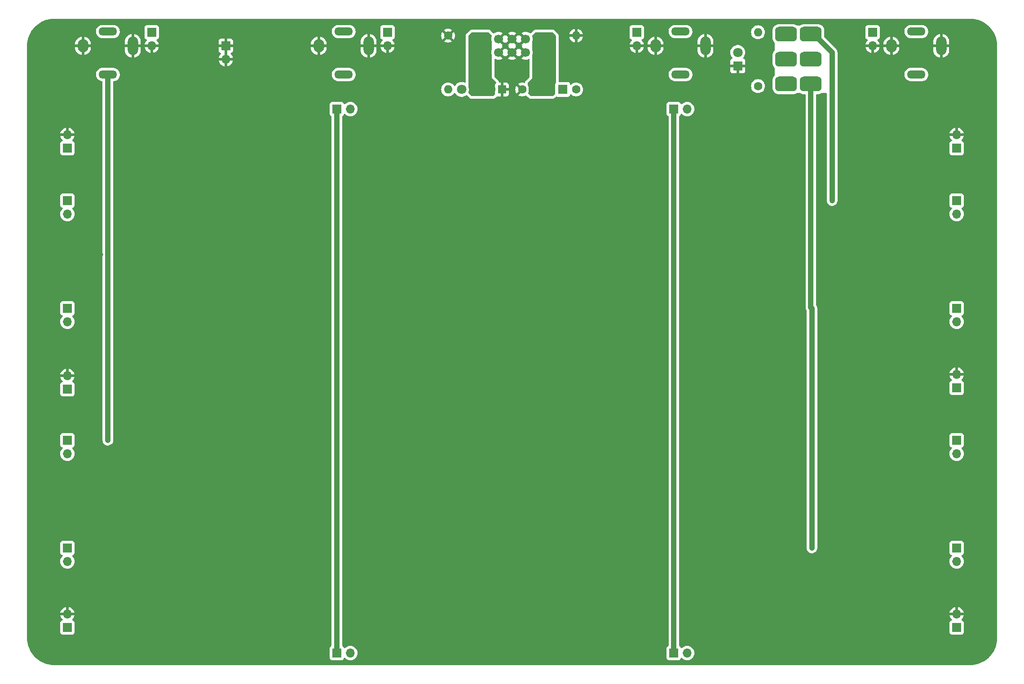
<source format=gbr>
%TF.GenerationSoftware,KiCad,Pcbnew,7.0.10-7.0.10~ubuntu22.04.1*%
%TF.CreationDate,2024-01-14T19:01:11-05:00*%
%TF.ProjectId,euro_2x,6575726f-5f32-4782-9e6b-696361645f70,rev?*%
%TF.SameCoordinates,Original*%
%TF.FileFunction,Copper,L2,Bot*%
%TF.FilePolarity,Positive*%
%FSLAX46Y46*%
G04 Gerber Fmt 4.6, Leading zero omitted, Abs format (unit mm)*
G04 Created by KiCad (PCBNEW 7.0.10-7.0.10~ubuntu22.04.1) date 2024-01-14 19:01:11*
%MOMM*%
%LPD*%
G01*
G04 APERTURE LIST*
G04 Aperture macros list*
%AMRoundRect*
0 Rectangle with rounded corners*
0 $1 Rounding radius*
0 $2 $3 $4 $5 $6 $7 $8 $9 X,Y pos of 4 corners*
0 Add a 4 corners polygon primitive as box body*
4,1,4,$2,$3,$4,$5,$6,$7,$8,$9,$2,$3,0*
0 Add four circle primitives for the rounded corners*
1,1,$1+$1,$2,$3*
1,1,$1+$1,$4,$5*
1,1,$1+$1,$6,$7*
1,1,$1+$1,$8,$9*
0 Add four rect primitives between the rounded corners*
20,1,$1+$1,$2,$3,$4,$5,0*
20,1,$1+$1,$4,$5,$6,$7,0*
20,1,$1+$1,$6,$7,$8,$9,0*
20,1,$1+$1,$8,$9,$2,$3,0*%
G04 Aperture macros list end*
%TA.AperFunction,ComponentPad*%
%ADD10R,1.700000X1.700000*%
%TD*%
%TA.AperFunction,ComponentPad*%
%ADD11O,1.700000X1.700000*%
%TD*%
%TA.AperFunction,ComponentPad*%
%ADD12R,1.600000X1.600000*%
%TD*%
%TA.AperFunction,ComponentPad*%
%ADD13C,1.600000*%
%TD*%
%TA.AperFunction,ComponentPad*%
%ADD14R,1.800000X1.800000*%
%TD*%
%TA.AperFunction,ComponentPad*%
%ADD15C,1.800000*%
%TD*%
%TA.AperFunction,ComponentPad*%
%ADD16O,2.000000X3.500000*%
%TD*%
%TA.AperFunction,ComponentPad*%
%ADD17O,2.000000X2.500000*%
%TD*%
%TA.AperFunction,ComponentPad*%
%ADD18O,3.500000X1.500000*%
%TD*%
%TA.AperFunction,ComponentPad*%
%ADD19RoundRect,0.250000X0.600000X-0.600000X0.600000X0.600000X-0.600000X0.600000X-0.600000X-0.600000X0*%
%TD*%
%TA.AperFunction,ComponentPad*%
%ADD20C,1.700000*%
%TD*%
%TA.AperFunction,ComponentPad*%
%ADD21RoundRect,0.698500X-1.333500X-0.698500X1.333500X-0.698500X1.333500X0.698500X-1.333500X0.698500X0*%
%TD*%
%TA.AperFunction,ComponentPad*%
%ADD22O,1.600000X1.600000*%
%TD*%
%TA.AperFunction,ViaPad*%
%ADD23C,0.800000*%
%TD*%
%TA.AperFunction,Conductor*%
%ADD24C,1.000000*%
%TD*%
G04 APERTURE END LIST*
D10*
%TO.P,J9,1,Pin_1*%
%TO.N,-12V*%
X68580000Y-100330000D03*
D11*
%TO.P,J9,2,Pin_2*%
%TO.N,GND*%
X68580000Y-97790000D03*
%TD*%
D10*
%TO.P,J23,1,Pin_1*%
%TO.N,/AUX1*%
X119380000Y-150114000D03*
D11*
%TO.P,J23,2,Pin_2*%
X121920000Y-150114000D03*
%TD*%
D10*
%TO.P,J13,1,Pin_1*%
%TO.N,/TO_OUT*%
X236220000Y-85090000D03*
D11*
%TO.P,J13,2,Pin_2*%
X236220000Y-87630000D03*
%TD*%
D10*
%TO.P,J7,1,Pin_1*%
%TO.N,+12V*%
X236220000Y-100076000D03*
D11*
%TO.P,J7,2,Pin_2*%
%TO.N,GND*%
X236220000Y-97536000D03*
%TD*%
D10*
%TO.P,JP1,1,A*%
%TO.N,/TN_IN*%
X84455000Y-33020000D03*
D11*
%TO.P,JP1,2,B*%
%TO.N,GND*%
X84455000Y-35560000D03*
%TD*%
D10*
%TO.P,JP2,1,A*%
%TO.N,/TN_OUT*%
X220345000Y-33020000D03*
D11*
%TO.P,JP2,2,B*%
%TO.N,GND*%
X220345000Y-35560000D03*
%TD*%
D12*
%TO.P,C2,1*%
%TO.N,GND*%
X150495000Y-43815000D03*
D13*
%TO.P,C2,2*%
%TO.N,-12V*%
X148495000Y-43815000D03*
%TD*%
D10*
%TO.P,JP4,1,A*%
%TO.N,/TN_AUX2*%
X175895000Y-33020000D03*
D11*
%TO.P,JP4,2,B*%
%TO.N,GND*%
X175895000Y-35560000D03*
%TD*%
D10*
%TO.P,J14,1,Pin_1*%
%TO.N,/AUX1*%
X119380000Y-47498000D03*
D11*
%TO.P,J14,2,Pin_2*%
X121920000Y-47498000D03*
%TD*%
D14*
%TO.P,D3,1,K*%
%TO.N,GND*%
X194945000Y-39370000D03*
D15*
%TO.P,D3,2,A*%
%TO.N,Net-(D3-A)*%
X194945000Y-36830000D03*
%TD*%
D10*
%TO.P,J24,1,Pin_1*%
%TO.N,/AUX2*%
X182880000Y-150114000D03*
D11*
%TO.P,J24,2,Pin_2*%
X185420000Y-150114000D03*
%TD*%
D10*
%TO.P,J21,1,Pin_1*%
%TO.N,/INPUT*%
X68580000Y-109982000D03*
D11*
%TO.P,J21,2,Pin_2*%
X68580000Y-112522000D03*
%TD*%
D10*
%TO.P,J22,1,Pin_1*%
%TO.N,/TO_OUT*%
X68580000Y-130302000D03*
D11*
%TO.P,J22,2,Pin_2*%
X68580000Y-132842000D03*
%TD*%
D10*
%TO.P,JP3,1,A*%
%TO.N,/TN_AUX1*%
X128905000Y-33020000D03*
D11*
%TO.P,JP3,2,B*%
%TO.N,GND*%
X128905000Y-35560000D03*
%TD*%
D16*
%TO.P,J3,S*%
%TO.N,GND*%
X233300000Y-35595000D03*
D17*
X223900000Y-35595000D03*
D18*
%TO.P,J3,T*%
%TO.N,/OUTPUT*%
X228600000Y-40995000D03*
%TO.P,J3,TN*%
%TO.N,/TN_OUT*%
X228600000Y-32895000D03*
%TD*%
D10*
%TO.P,J8,1,Pin_1*%
%TO.N,-12V*%
X68580000Y-54864000D03*
D11*
%TO.P,J8,2,Pin_2*%
%TO.N,GND*%
X68580000Y-52324000D03*
%TD*%
D19*
%TO.P,J1,1,Pin_1*%
%TO.N,-12V*%
X147320000Y-36830000D03*
D20*
%TO.P,J1,2,Pin_2*%
X147320000Y-34290000D03*
%TO.P,J1,3,Pin_3*%
%TO.N,GND*%
X149860000Y-36830000D03*
%TO.P,J1,4,Pin_4*%
X149860000Y-34290000D03*
%TO.P,J1,5,Pin_5*%
X152400000Y-36830000D03*
%TO.P,J1,6,Pin_6*%
X152400000Y-34290000D03*
%TO.P,J1,7,Pin_7*%
X154940000Y-36830000D03*
%TO.P,J1,8,Pin_8*%
X154940000Y-34290000D03*
%TO.P,J1,9,Pin_9*%
%TO.N,+12V*%
X157480000Y-36830000D03*
%TO.P,J1,10,Pin_10*%
X157480000Y-34290000D03*
%TD*%
D14*
%TO.P,D2,1,K*%
%TO.N,-12V*%
X145415000Y-43815000D03*
D15*
%TO.P,D2,2,A*%
%TO.N,Net-(D2-A)*%
X142875000Y-43815000D03*
%TD*%
D16*
%TO.P,J5,S*%
%TO.N,GND*%
X188850000Y-35595000D03*
D17*
X179450000Y-35595000D03*
D18*
%TO.P,J5,T*%
%TO.N,/AUX2*%
X184150000Y-40995000D03*
%TO.P,J5,TN*%
%TO.N,/TN_AUX2*%
X184150000Y-32895000D03*
%TD*%
D21*
%TO.P,SW1,1,A*%
%TO.N,unconnected-(SW1A-A-Pad1)*%
X204025500Y-33401000D03*
%TO.P,SW1,2,B*%
%TO.N,/EN*%
X204025500Y-38100000D03*
%TO.P,SW1,3,C*%
%TO.N,+12V*%
X204025500Y-42799000D03*
%TO.P,SW1,4,A*%
%TO.N,/INPUT*%
X208724500Y-33401000D03*
%TO.P,SW1,5,B*%
%TO.N,/OUTPUT*%
X208724500Y-38100000D03*
%TO.P,SW1,6,C*%
%TO.N,/TO_OUT*%
X208724500Y-42799000D03*
%TD*%
D16*
%TO.P,J2,S*%
%TO.N,GND*%
X80900000Y-35595000D03*
D17*
X71500000Y-35595000D03*
D18*
%TO.P,J2,T*%
%TO.N,/INPUT*%
X76200000Y-40995000D03*
%TO.P,J2,TN*%
%TO.N,/TN_IN*%
X76200000Y-32895000D03*
%TD*%
D16*
%TO.P,J4,S*%
%TO.N,GND*%
X125350000Y-35595000D03*
D17*
X115950000Y-35595000D03*
D18*
%TO.P,J4,T*%
%TO.N,/AUX1*%
X120650000Y-40995000D03*
%TO.P,J4,TN*%
%TO.N,/TN_AUX1*%
X120650000Y-32895000D03*
%TD*%
D10*
%TO.P,J12,1,Pin_1*%
%TO.N,/TO_OUT*%
X68580000Y-85090000D03*
D11*
%TO.P,J12,2,Pin_2*%
X68580000Y-87630000D03*
%TD*%
D14*
%TO.P,D1,1,K*%
%TO.N,Net-(D1-K)*%
X161925000Y-43815000D03*
D15*
%TO.P,D1,2,A*%
%TO.N,+12V*%
X159385000Y-43815000D03*
%TD*%
D10*
%TO.P,J17,1,Pin_1*%
%TO.N,/TO_OUT*%
X236220000Y-130302000D03*
D11*
%TO.P,J17,2,Pin_2*%
X236220000Y-132842000D03*
%TD*%
D10*
%TO.P,J19,1,Pin_1*%
%TO.N,+12V*%
X236220000Y-145288000D03*
D11*
%TO.P,J19,2,Pin_2*%
%TO.N,GND*%
X236220000Y-142748000D03*
%TD*%
D10*
%TO.P,J20,1,Pin_1*%
%TO.N,-12V*%
X68580000Y-145288000D03*
D11*
%TO.P,J20,2,Pin_2*%
%TO.N,GND*%
X68580000Y-142748000D03*
%TD*%
D10*
%TO.P,J6,1,Pin_1*%
%TO.N,+12V*%
X236220000Y-54864000D03*
D11*
%TO.P,J6,2,Pin_2*%
%TO.N,GND*%
X236220000Y-52324000D03*
%TD*%
D10*
%TO.P,J18,1,Pin_1*%
%TO.N,GND*%
X98425000Y-35560000D03*
D11*
%TO.P,J18,2,Pin_2*%
X98425000Y-38100000D03*
%TD*%
D13*
%TO.P,R3,1*%
%TO.N,/EN*%
X198755000Y-43180000D03*
D22*
%TO.P,R3,2*%
%TO.N,Net-(D3-A)*%
X198755000Y-33020000D03*
%TD*%
D10*
%TO.P,J15,1,Pin_1*%
%TO.N,/AUX2*%
X182880000Y-47498000D03*
D11*
%TO.P,J15,2,Pin_2*%
X185420000Y-47498000D03*
%TD*%
D12*
%TO.P,C1,1*%
%TO.N,+12V*%
X156305000Y-43815000D03*
D13*
%TO.P,C1,2*%
%TO.N,GND*%
X154305000Y-43815000D03*
%TD*%
D10*
%TO.P,J11,1,Pin_1*%
%TO.N,/INPUT*%
X236220000Y-64770000D03*
D11*
%TO.P,J11,2,Pin_2*%
X236220000Y-67310000D03*
%TD*%
D10*
%TO.P,J16,1,Pin_1*%
%TO.N,/INPUT*%
X236220000Y-109982000D03*
D11*
%TO.P,J16,2,Pin_2*%
X236220000Y-112522000D03*
%TD*%
D10*
%TO.P,J10,1,Pin_1*%
%TO.N,/INPUT*%
X68580000Y-64770000D03*
D11*
%TO.P,J10,2,Pin_2*%
X68580000Y-67310000D03*
%TD*%
D13*
%TO.P,R1,1*%
%TO.N,Net-(D1-K)*%
X164465000Y-43815000D03*
D22*
%TO.P,R1,2*%
%TO.N,GND*%
X164465000Y-33655000D03*
%TD*%
D13*
%TO.P,R2,1*%
%TO.N,GND*%
X140335000Y-33655000D03*
D22*
%TO.P,R2,2*%
%TO.N,Net-(D2-A)*%
X140335000Y-43815000D03*
%TD*%
D23*
%TO.N,GND*%
X146685000Y-74930000D03*
X153670000Y-38100000D03*
X238760000Y-46355000D03*
X133985000Y-83185000D03*
X68580000Y-83185000D03*
X233045000Y-41275000D03*
X194310000Y-62865000D03*
X97155000Y-79375000D03*
X78105000Y-56515000D03*
X127635000Y-79375000D03*
X117475000Y-83185000D03*
X210820000Y-108585000D03*
X74295000Y-144780000D03*
X117475000Y-120650000D03*
X143510000Y-50165000D03*
X83820000Y-92710000D03*
X159385000Y-112395000D03*
X207010000Y-62865000D03*
X228600000Y-151765000D03*
X157480000Y-46355000D03*
X236220000Y-135890000D03*
X172085000Y-56515000D03*
X101600000Y-41275000D03*
X103505000Y-83185000D03*
X195580000Y-112395000D03*
X210820000Y-52705000D03*
X170815000Y-46355000D03*
X210185000Y-140335000D03*
X152400000Y-41910000D03*
X172085000Y-74930000D03*
X140335000Y-135890000D03*
X207010000Y-112395000D03*
X154305000Y-40640000D03*
X236220000Y-90170000D03*
X180975000Y-128905000D03*
X104775000Y-140335000D03*
X84455000Y-59690000D03*
X127635000Y-59690000D03*
X153035000Y-53340000D03*
X233680000Y-66675000D03*
X78105000Y-52705000D03*
X64770000Y-90805000D03*
X189865000Y-70485000D03*
X172085000Y-112395000D03*
X234315000Y-120015000D03*
X216535000Y-70485000D03*
X146050000Y-151765000D03*
X111760000Y-52705000D03*
X172085000Y-148590000D03*
X190500000Y-31115000D03*
X61595000Y-62865000D03*
X210820000Y-128905000D03*
X169545000Y-52705000D03*
X74295000Y-98425000D03*
X85725000Y-125095000D03*
X201295000Y-92710000D03*
X201295000Y-125095000D03*
X133985000Y-132715000D03*
X180340000Y-40640000D03*
X207010000Y-74930000D03*
X101600000Y-151765000D03*
X240030000Y-62865000D03*
X104775000Y-112395000D03*
X127635000Y-116205000D03*
X121285000Y-98425000D03*
X180975000Y-132715000D03*
X90805000Y-56515000D03*
X184785000Y-56515000D03*
X165735000Y-79375000D03*
X68580000Y-62230000D03*
X68580000Y-69215000D03*
X140335000Y-79375000D03*
X127635000Y-125095000D03*
X217170000Y-103505000D03*
X127635000Y-43180000D03*
X104775000Y-132715000D03*
X180975000Y-66675000D03*
X103505000Y-108585000D03*
X224790000Y-56515000D03*
X72390000Y-32385000D03*
X133985000Y-98425000D03*
X162560000Y-45720000D03*
X111760000Y-144780000D03*
X180975000Y-147828000D03*
X88900000Y-41275000D03*
X121285000Y-120650000D03*
X230505000Y-104140000D03*
X222250000Y-74930000D03*
X201930000Y-70485000D03*
X61595000Y-90805000D03*
X133985000Y-86995000D03*
X184785000Y-132715000D03*
X240030000Y-90805000D03*
X165735000Y-104140000D03*
X68580000Y-102870000D03*
X153035000Y-135890000D03*
X224790000Y-52705000D03*
X85725000Y-144780000D03*
X73660000Y-56515000D03*
X70485000Y-112395000D03*
X159385000Y-120650000D03*
X180975000Y-86995000D03*
X103505000Y-56515000D03*
X103505000Y-86995000D03*
X228600000Y-31115000D03*
X189865000Y-79375000D03*
X68580000Y-107950000D03*
X95250000Y-36195000D03*
X190500000Y-136525000D03*
X64770000Y-95885000D03*
X190500000Y-144780000D03*
X133985000Y-112395000D03*
X117475000Y-132715000D03*
X121285000Y-128905000D03*
X222885000Y-140335000D03*
X184785000Y-108585000D03*
X201295000Y-104140000D03*
X103505000Y-62865000D03*
X68580000Y-89535000D03*
X165100000Y-48260000D03*
X226060000Y-39370000D03*
X140335000Y-59690000D03*
X133985000Y-66675000D03*
X98425000Y-125095000D03*
X121285000Y-66675000D03*
X154305000Y-70485000D03*
X219710000Y-59690000D03*
X210820000Y-112395000D03*
X61595000Y-38100000D03*
X78740000Y-74930000D03*
X146685000Y-108585000D03*
X127635000Y-144145000D03*
X175895000Y-48260000D03*
X79375000Y-148590000D03*
X153035000Y-104140000D03*
X111125000Y-104140000D03*
X194310000Y-52705000D03*
X146685000Y-132715000D03*
X67945000Y-120650000D03*
X236220000Y-70485000D03*
X68580000Y-74930000D03*
X238760000Y-151765000D03*
X168275000Y-40640000D03*
X201930000Y-45085000D03*
X243205000Y-62865000D03*
X111125000Y-116205000D03*
X165735000Y-135890000D03*
X83820000Y-104140000D03*
X133350000Y-52705000D03*
X97155000Y-104140000D03*
X222250000Y-128905000D03*
X198755000Y-48260000D03*
X215900000Y-151765000D03*
X111125000Y-59690000D03*
X68580000Y-128270000D03*
X127635000Y-70485000D03*
X172085000Y-120650000D03*
X195580000Y-83185000D03*
X90805000Y-98425000D03*
X187960000Y-62865000D03*
X140335000Y-92710000D03*
X197485000Y-132715000D03*
X194310000Y-56515000D03*
X207010000Y-66675000D03*
X82550000Y-47625000D03*
X223520000Y-86995000D03*
X165735000Y-92710000D03*
X140335000Y-116205000D03*
X171450000Y-151765000D03*
X216535000Y-125095000D03*
X222250000Y-83185000D03*
X240665000Y-70485000D03*
X147320000Y-46355000D03*
X111125000Y-70485000D03*
X184785000Y-120650000D03*
X78105000Y-66675000D03*
X66040000Y-45720000D03*
X180975000Y-120650000D03*
X159385000Y-140335000D03*
X152400000Y-45720000D03*
X180975000Y-108585000D03*
X133985000Y-120650000D03*
X74295000Y-52705000D03*
X184785000Y-62865000D03*
X200660000Y-62865000D03*
X243205000Y-127000000D03*
X190500000Y-151765000D03*
X74295000Y-135890000D03*
X97155000Y-92710000D03*
X159385000Y-108585000D03*
X90805000Y-74930000D03*
X180975000Y-112395000D03*
X121285000Y-108585000D03*
X121285000Y-112395000D03*
X243205000Y-90805000D03*
X121285000Y-62865000D03*
X117475000Y-108585000D03*
X117475000Y-74930000D03*
X101600000Y-31115000D03*
X210820000Y-45720000D03*
X206375000Y-52705000D03*
X66040000Y-151765000D03*
X210820000Y-74930000D03*
X133985000Y-56515000D03*
X214630000Y-52705000D03*
X240030000Y-56515000D03*
X114300000Y-151765000D03*
X147320000Y-31750000D03*
X146685000Y-112395000D03*
X79375000Y-140335000D03*
X149860000Y-40640000D03*
X85725000Y-116205000D03*
X133985000Y-108585000D03*
X243205000Y-50800000D03*
X133985000Y-140335000D03*
X117475000Y-62865000D03*
X79375000Y-38735000D03*
X180975000Y-98425000D03*
X133350000Y-151765000D03*
X165735000Y-116205000D03*
X222250000Y-66675000D03*
X222885000Y-132715000D03*
X133985000Y-148590000D03*
X216535000Y-79375000D03*
X239395000Y-106045000D03*
X88900000Y-31115000D03*
X172085000Y-86995000D03*
X79375000Y-128905000D03*
X76200000Y-31115000D03*
X79375000Y-132715000D03*
X180975000Y-74930000D03*
X73660000Y-125730000D03*
X146685000Y-66675000D03*
X184785000Y-83185000D03*
X121285000Y-132715000D03*
X64770000Y-81915000D03*
X151130000Y-38100000D03*
X135890000Y-38100000D03*
X103505000Y-66675000D03*
X195580000Y-128905000D03*
X224790000Y-62865000D03*
X234315000Y-52705000D03*
X159385000Y-66675000D03*
X217170000Y-91440000D03*
X233680000Y-132715000D03*
X228600000Y-116205000D03*
X70485000Y-140335000D03*
X153035000Y-144145000D03*
X78105000Y-98425000D03*
X195580000Y-74930000D03*
X149860000Y-50165000D03*
X64770000Y-69215000D03*
X62230000Y-102235000D03*
X190500000Y-92710000D03*
X210185000Y-148590000D03*
X146685000Y-120650000D03*
X90805000Y-62865000D03*
X153670000Y-35560000D03*
X182245000Y-36830000D03*
X78105000Y-83185000D03*
X229870000Y-79375000D03*
X227965000Y-125095000D03*
X146685000Y-128905000D03*
X61595000Y-76200000D03*
X95250000Y-47625000D03*
X111125000Y-92710000D03*
X141605000Y-45085000D03*
X153035000Y-59690000D03*
X152400000Y-31115000D03*
X97155000Y-59690000D03*
X207010000Y-98425000D03*
X234315000Y-56515000D03*
X206375000Y-45085000D03*
X203835000Y-144780000D03*
X153670000Y-33020000D03*
X184785000Y-140335000D03*
X193675000Y-32385000D03*
X242570000Y-102235000D03*
X117475000Y-56515000D03*
X149860000Y-31750000D03*
X121285000Y-83185000D03*
X177800000Y-31115000D03*
X180975000Y-52705000D03*
X234315000Y-48895000D03*
X78105000Y-86995000D03*
X172085000Y-108585000D03*
X195580000Y-66675000D03*
X172085000Y-66675000D03*
X159385000Y-62865000D03*
X230505000Y-91440000D03*
X159385000Y-148590000D03*
X220980000Y-39370000D03*
X195580000Y-86995000D03*
X84455000Y-70485000D03*
X210820000Y-56515000D03*
X165735000Y-70485000D03*
X146685000Y-148590000D03*
X203835000Y-59690000D03*
X61595000Y-143510000D03*
X195580000Y-108585000D03*
X200660000Y-56515000D03*
X72390000Y-70485000D03*
X240030000Y-136525000D03*
X74295000Y-116205000D03*
X61595000Y-50800000D03*
X62865000Y-147955000D03*
X176530000Y-125095000D03*
X74930000Y-74930000D03*
X92075000Y-132715000D03*
X92075000Y-112395000D03*
X169545000Y-32385000D03*
X184785000Y-86995000D03*
X153035000Y-116205000D03*
X180975000Y-83185000D03*
X186690000Y-39370000D03*
X92075000Y-128905000D03*
X121285000Y-140335000D03*
X117475000Y-112395000D03*
X222250000Y-112395000D03*
X157480000Y-31750000D03*
X207010000Y-128905000D03*
X74295000Y-108585000D03*
X72390000Y-79375000D03*
X172085000Y-128905000D03*
X71120000Y-52705000D03*
X176530000Y-41275000D03*
X92075000Y-148590000D03*
X127000000Y-92710000D03*
X117602000Y-148082000D03*
X76200000Y-151765000D03*
X243205000Y-35560000D03*
X154305000Y-79375000D03*
X117475000Y-98425000D03*
X228600000Y-144780000D03*
X243205000Y-114935000D03*
X214630000Y-62865000D03*
X203200000Y-151765000D03*
X85725000Y-135890000D03*
X201930000Y-52705000D03*
X111760000Y-135255000D03*
X207010000Y-120650000D03*
X111125000Y-79375000D03*
X210820000Y-66675000D03*
X61595000Y-35560000D03*
X117475000Y-66675000D03*
X92075000Y-120650000D03*
X97155000Y-70485000D03*
X223520000Y-108585000D03*
X151130000Y-35560000D03*
X207010000Y-56515000D03*
X133985000Y-128905000D03*
X146685000Y-62865000D03*
X73660000Y-62865000D03*
X207010000Y-108585000D03*
X127635000Y-135890000D03*
X159385000Y-56515000D03*
X153035000Y-125095000D03*
X86360000Y-52705000D03*
X238760000Y-31115000D03*
X236220000Y-107950000D03*
X216535000Y-144780000D03*
X240030000Y-95885000D03*
X201295000Y-116205000D03*
X159385000Y-128905000D03*
X172085000Y-83185000D03*
X233680000Y-148590000D03*
X66675000Y-37465000D03*
X176530000Y-144145000D03*
X68580000Y-135255000D03*
X222885000Y-148590000D03*
X180975000Y-56515000D03*
X242570000Y-147955000D03*
X153670000Y-46990000D03*
X158750000Y-151765000D03*
X159385000Y-74930000D03*
X137795000Y-48260000D03*
X103505000Y-74930000D03*
X121285000Y-56515000D03*
X216535000Y-116205000D03*
X78105000Y-108585000D03*
X74295000Y-86995000D03*
X172085000Y-140335000D03*
X61595000Y-114935000D03*
X123825000Y-47625000D03*
X64770000Y-127635000D03*
X165735000Y-125095000D03*
X234315000Y-112395000D03*
X90805000Y-66675000D03*
X218440000Y-47625000D03*
X236220000Y-95250000D03*
X197485000Y-140335000D03*
X156210000Y-46990000D03*
X180975000Y-62865000D03*
X140335000Y-125095000D03*
X172085000Y-62865000D03*
X133985000Y-62865000D03*
X151130000Y-33020000D03*
X201930000Y-79375000D03*
X133985000Y-74930000D03*
X214630000Y-39370000D03*
X78105000Y-62865000D03*
X90805000Y-83185000D03*
X203200000Y-31115000D03*
X72390000Y-38735000D03*
X184785000Y-112395000D03*
X98425000Y-116205000D03*
X151130000Y-46990000D03*
X140335000Y-53340000D03*
X172085000Y-132715000D03*
X121285000Y-148082000D03*
X140335000Y-70485000D03*
X148590000Y-46990000D03*
X117475000Y-86995000D03*
X176530000Y-116205000D03*
X203835000Y-136525000D03*
X229235000Y-70485000D03*
X146685000Y-86995000D03*
X215900000Y-31115000D03*
X243205000Y-76200000D03*
X240030000Y-81280000D03*
X153035000Y-93345000D03*
X210820000Y-120650000D03*
X159385000Y-83185000D03*
X195580000Y-98425000D03*
X207010000Y-83185000D03*
X140335000Y-144145000D03*
X190500000Y-104140000D03*
X117475000Y-128905000D03*
X154940000Y-31750000D03*
X121285000Y-86995000D03*
X243205000Y-139700000D03*
X222250000Y-120015000D03*
X108585000Y-36195000D03*
X210820000Y-62865000D03*
X176530000Y-135890000D03*
X180975000Y-140335000D03*
X104775000Y-120650000D03*
X92075000Y-140335000D03*
X189865000Y-125095000D03*
X161925000Y-50165000D03*
X228600000Y-136525000D03*
X165100000Y-53340000D03*
X104775000Y-148590000D03*
X184658000Y-147828000D03*
X90805000Y-86995000D03*
X139700000Y-31115000D03*
X243205000Y-38100000D03*
X121285000Y-74930000D03*
X66040000Y-31115000D03*
X114300000Y-41275000D03*
X195580000Y-120650000D03*
X189865000Y-116205000D03*
X78105000Y-48895000D03*
X140335000Y-104140000D03*
X159385000Y-86995000D03*
X220980000Y-42545000D03*
X234315000Y-62865000D03*
X210820000Y-83185000D03*
X127000000Y-104140000D03*
X184785000Y-74930000D03*
X104775000Y-128905000D03*
X68580000Y-95250000D03*
X64770000Y-74930000D03*
X64770000Y-136525000D03*
X240030000Y-121285000D03*
X99060000Y-52705000D03*
X156210000Y-50165000D03*
X238125000Y-36830000D03*
X98425000Y-135890000D03*
X146685000Y-56515000D03*
X210820000Y-86995000D03*
X236220000Y-59690000D03*
X165100000Y-31115000D03*
X207010000Y-86995000D03*
X165735000Y-59690000D03*
X189230000Y-48260000D03*
X210185000Y-132715000D03*
X70485000Y-132715000D03*
X184785000Y-128905000D03*
X108585000Y-47625000D03*
X79375000Y-120650000D03*
X214630000Y-56515000D03*
X98425000Y-144780000D03*
X235585000Y-128270000D03*
X88900000Y-151765000D03*
X90805000Y-108585000D03*
X79375000Y-112395000D03*
X103505000Y-98425000D03*
X152400000Y-39370000D03*
X70485000Y-59690000D03*
X184785000Y-66675000D03*
X233680000Y-140335000D03*
X216535000Y-136525000D03*
X146685000Y-140335000D03*
X70485000Y-148590000D03*
X146685000Y-83185000D03*
X117475000Y-47625000D03*
X64770000Y-108585000D03*
X166370000Y-144145000D03*
X197485000Y-148590000D03*
X68580000Y-57150000D03*
X127000000Y-31115000D03*
X193675000Y-43180000D03*
X210820000Y-98425000D03*
X124460000Y-52705000D03*
X214630000Y-42545000D03*
X184785000Y-98425000D03*
X223520000Y-98425000D03*
X212090000Y-33655000D03*
X114300000Y-31115000D03*
X159385000Y-132715000D03*
X117475000Y-140335000D03*
X84455000Y-79375000D03*
X235585000Y-83185000D03*
X172085000Y-98425000D03*
X229870000Y-59690000D03*
X111125000Y-125095000D03*
%TO.N,/INPUT*%
X76200000Y-109982000D03*
X76200000Y-64770000D03*
X212725000Y-64770000D03*
%TO.N,/TO_OUT*%
X208915000Y-130302000D03*
X208915000Y-85090000D03*
%TD*%
D24*
%TO.N,/INPUT*%
X212725000Y-64770000D02*
X212725000Y-36830000D01*
X212725000Y-36830000D02*
X209296000Y-33401000D01*
X76200000Y-64770000D02*
X76200000Y-109982000D01*
X76200000Y-40995000D02*
X76200000Y-64770000D01*
X209296000Y-33401000D02*
X208724500Y-33401000D01*
%TO.N,/AUX1*%
X119380000Y-47498000D02*
X119380000Y-150114000D01*
%TO.N,/AUX2*%
X182880000Y-47498000D02*
X182900000Y-47518000D01*
X182900000Y-150094000D02*
X182880000Y-150114000D01*
X182900000Y-47518000D02*
X182900000Y-150094000D01*
%TO.N,/TO_OUT*%
X208724500Y-84899500D02*
X208724500Y-42799000D01*
X208915000Y-85090000D02*
X208915000Y-130302000D01*
X208915000Y-85090000D02*
X208724500Y-84899500D01*
%TD*%
%TA.AperFunction,Conductor*%
%TO.N,-12V*%
G36*
X147970677Y-33039685D02*
G01*
X147991319Y-33056319D01*
X148553681Y-33618681D01*
X148587166Y-33680004D01*
X148590000Y-33706362D01*
X148590000Y-33795444D01*
X148585775Y-33827537D01*
X148524938Y-34054586D01*
X148524936Y-34054596D01*
X148504341Y-34289999D01*
X148504341Y-34290000D01*
X148524936Y-34525403D01*
X148524937Y-34525408D01*
X148585775Y-34752463D01*
X148590000Y-34784552D01*
X148590000Y-36335444D01*
X148585775Y-36367537D01*
X148524938Y-36594586D01*
X148524936Y-36594596D01*
X148504341Y-36829999D01*
X148504341Y-36830000D01*
X148524936Y-37065403D01*
X148524937Y-37065408D01*
X148585775Y-37292463D01*
X148590000Y-37324552D01*
X148590000Y-41656000D01*
X149381524Y-42447524D01*
X149415009Y-42508847D01*
X149410025Y-42578539D01*
X149368155Y-42634471D01*
X149337452Y-42657455D01*
X149251206Y-42772664D01*
X149251202Y-42772671D01*
X149200908Y-42907517D01*
X149194501Y-42967116D01*
X149194500Y-42967135D01*
X149194500Y-44662870D01*
X149194502Y-44662889D01*
X149195112Y-44668566D01*
X149182703Y-44737325D01*
X149159504Y-44769495D01*
X149019912Y-44909088D01*
X148880317Y-45048682D01*
X148818997Y-45082166D01*
X148792638Y-45085000D01*
X144831362Y-45085000D01*
X144764323Y-45065315D01*
X144743681Y-45048681D01*
X144191541Y-44496541D01*
X144158056Y-44435218D01*
X144163040Y-44365526D01*
X144165659Y-44359066D01*
X144204157Y-44271300D01*
X144261134Y-44046305D01*
X144280300Y-43815000D01*
X144280300Y-43814993D01*
X144261135Y-43583702D01*
X144261133Y-43583691D01*
X144204157Y-43358699D01*
X144155444Y-43247645D01*
X144145000Y-43197835D01*
X144145000Y-33706362D01*
X144164685Y-33639323D01*
X144181319Y-33618681D01*
X144743681Y-33056319D01*
X144805004Y-33022834D01*
X144831362Y-33020000D01*
X147903638Y-33020000D01*
X147970677Y-33039685D01*
G37*
%TD.AperFunction*%
%TD*%
%TA.AperFunction,Conductor*%
%TO.N,GND*%
G36*
X154480507Y-34499844D02*
G01*
X154558239Y-34620798D01*
X154666900Y-34714952D01*
X154797685Y-34774680D01*
X154807464Y-34776086D01*
X154178625Y-35404925D01*
X154255031Y-35458425D01*
X154298655Y-35513002D01*
X154305848Y-35582501D01*
X154274326Y-35644855D01*
X154255029Y-35661576D01*
X154178625Y-35715072D01*
X154807466Y-36343913D01*
X154797685Y-36345320D01*
X154666900Y-36405048D01*
X154558239Y-36499202D01*
X154480507Y-36620156D01*
X154456923Y-36700476D01*
X153825072Y-36068625D01*
X153825072Y-36068626D01*
X153771574Y-36145030D01*
X153716998Y-36188655D01*
X153647499Y-36195849D01*
X153585144Y-36164326D01*
X153568424Y-36145030D01*
X153514925Y-36068626D01*
X153514925Y-36068625D01*
X152883076Y-36700475D01*
X152859493Y-36620156D01*
X152781761Y-36499202D01*
X152673100Y-36405048D01*
X152542315Y-36345320D01*
X152532533Y-36343913D01*
X153161373Y-35715073D01*
X153084969Y-35661576D01*
X153041344Y-35606999D01*
X153034150Y-35537501D01*
X153065672Y-35475146D01*
X153084968Y-35458425D01*
X153161373Y-35404925D01*
X152532533Y-34776086D01*
X152542315Y-34774680D01*
X152673100Y-34714952D01*
X152781761Y-34620798D01*
X152859493Y-34499844D01*
X152883076Y-34419524D01*
X153514925Y-35051373D01*
X153568425Y-34974968D01*
X153623002Y-34931344D01*
X153692501Y-34924151D01*
X153754855Y-34955673D01*
X153771576Y-34974969D01*
X153825073Y-35051372D01*
X154456922Y-34419523D01*
X154480507Y-34499844D01*
G37*
%TD.AperFunction*%
%TA.AperFunction,Conductor*%
G36*
X151940507Y-34499844D02*
G01*
X152018239Y-34620798D01*
X152126900Y-34714952D01*
X152257685Y-34774680D01*
X152267466Y-34776086D01*
X151638625Y-35404925D01*
X151715031Y-35458425D01*
X151758655Y-35513002D01*
X151765848Y-35582501D01*
X151734326Y-35644855D01*
X151715029Y-35661576D01*
X151638625Y-35715072D01*
X152267466Y-36343913D01*
X152257685Y-36345320D01*
X152126900Y-36405048D01*
X152018239Y-36499202D01*
X151940507Y-36620156D01*
X151916923Y-36700475D01*
X151285073Y-36068625D01*
X151285072Y-36068626D01*
X151231574Y-36145030D01*
X151176998Y-36188655D01*
X151107499Y-36195849D01*
X151045144Y-36164326D01*
X151028424Y-36145030D01*
X150974925Y-36068626D01*
X150974925Y-36068625D01*
X150343076Y-36700475D01*
X150319493Y-36620156D01*
X150241761Y-36499202D01*
X150133100Y-36405048D01*
X150002315Y-36345320D01*
X149992533Y-36343913D01*
X150621373Y-35715073D01*
X150544969Y-35661576D01*
X150501344Y-35606999D01*
X150494150Y-35537501D01*
X150525672Y-35475146D01*
X150544968Y-35458425D01*
X150621373Y-35404925D01*
X149992534Y-34776086D01*
X150002315Y-34774680D01*
X150133100Y-34714952D01*
X150241761Y-34620798D01*
X150319493Y-34499844D01*
X150343076Y-34419524D01*
X150974925Y-35051373D01*
X151028425Y-34974968D01*
X151083002Y-34931344D01*
X151152501Y-34924151D01*
X151214855Y-34955673D01*
X151231576Y-34974969D01*
X151285073Y-35051372D01*
X151916922Y-34419523D01*
X151940507Y-34499844D01*
G37*
%TD.AperFunction*%
%TA.AperFunction,Conductor*%
G36*
X98675000Y-37664498D02*
G01*
X98567315Y-37615320D01*
X98460763Y-37600000D01*
X98389237Y-37600000D01*
X98282685Y-37615320D01*
X98175000Y-37664498D01*
X98175000Y-35995501D01*
X98282685Y-36044680D01*
X98389237Y-36060000D01*
X98460763Y-36060000D01*
X98567315Y-36044680D01*
X98675000Y-35995501D01*
X98675000Y-37664498D01*
G37*
%TD.AperFunction*%
%TA.AperFunction,Conductor*%
G36*
X238762564Y-30480603D02*
G01*
X238977505Y-30489493D01*
X239180251Y-30498346D01*
X239190122Y-30499175D01*
X239405512Y-30526024D01*
X239405965Y-30526082D01*
X239608506Y-30552747D01*
X239617714Y-30554316D01*
X239829801Y-30598786D01*
X239830992Y-30599043D01*
X240030556Y-30643285D01*
X240039066Y-30645493D01*
X240246631Y-30707287D01*
X240248338Y-30707810D01*
X240443386Y-30769309D01*
X240451156Y-30772047D01*
X240652771Y-30850717D01*
X240655001Y-30851614D01*
X240844006Y-30929902D01*
X240850977Y-30933047D01*
X241045329Y-31028060D01*
X241048125Y-31029471D01*
X241229489Y-31123883D01*
X241235700Y-31127346D01*
X241421538Y-31238081D01*
X241424598Y-31239966D01*
X241597155Y-31349897D01*
X241602550Y-31353538D01*
X241778566Y-31479212D01*
X241781998Y-31481753D01*
X241818692Y-31509909D01*
X241944252Y-31606254D01*
X241948878Y-31609985D01*
X242113945Y-31749790D01*
X242117523Y-31752942D01*
X242266476Y-31889432D01*
X242268308Y-31891111D01*
X242272216Y-31894852D01*
X242425146Y-32047782D01*
X242428887Y-32051690D01*
X242567051Y-32202470D01*
X242570215Y-32206061D01*
X242710001Y-32371105D01*
X242713753Y-32375757D01*
X242714037Y-32376127D01*
X242838245Y-32538000D01*
X242840786Y-32541432D01*
X242966460Y-32717448D01*
X242970113Y-32722861D01*
X243080010Y-32895364D01*
X243081930Y-32898481D01*
X243192649Y-33084293D01*
X243196115Y-33090509D01*
X243290527Y-33271873D01*
X243291938Y-33274669D01*
X243386943Y-33469003D01*
X243390104Y-33476011D01*
X243468355Y-33664925D01*
X243469311Y-33667303D01*
X243547948Y-33868834D01*
X243550692Y-33876621D01*
X243612158Y-34071564D01*
X243612742Y-34073470D01*
X243674501Y-34280916D01*
X243676717Y-34289460D01*
X243720934Y-34488911D01*
X243721234Y-34490302D01*
X243765677Y-34702257D01*
X243767255Y-34711519D01*
X243793889Y-34913827D01*
X243793998Y-34914674D01*
X243820819Y-35129845D01*
X243821653Y-35139774D01*
X243830533Y-35343158D01*
X243830545Y-35343443D01*
X243839394Y-35557387D01*
X243839500Y-35562511D01*
X243839500Y-147317437D01*
X243839394Y-147322561D01*
X243830524Y-147537013D01*
X243830512Y-147537298D01*
X243821652Y-147740220D01*
X243820818Y-147750149D01*
X243793996Y-147965322D01*
X243793887Y-147966169D01*
X243767253Y-148168477D01*
X243765675Y-148177738D01*
X243721249Y-148389618D01*
X243720949Y-148391011D01*
X243676710Y-148590557D01*
X243674494Y-148599100D01*
X243612747Y-148806503D01*
X243612163Y-148808407D01*
X243550693Y-149003371D01*
X243547949Y-149011160D01*
X243469307Y-149212700D01*
X243468351Y-149215078D01*
X243390102Y-149403987D01*
X243386942Y-149410994D01*
X243291946Y-149605312D01*
X243290534Y-149608109D01*
X243196116Y-149789482D01*
X243192650Y-149795698D01*
X243081917Y-149981533D01*
X243079974Y-149984685D01*
X242970123Y-150157116D01*
X242966460Y-150162545D01*
X242840780Y-150338570D01*
X242838239Y-150342002D01*
X242713766Y-150504219D01*
X242710013Y-150508874D01*
X242570227Y-150673920D01*
X242567026Y-150677552D01*
X242428866Y-150828327D01*
X242425125Y-150832235D01*
X242272235Y-150985125D01*
X242268327Y-150988866D01*
X242117552Y-151127026D01*
X242113920Y-151130227D01*
X241948874Y-151270013D01*
X241944219Y-151273766D01*
X241782002Y-151398239D01*
X241778570Y-151400780D01*
X241602545Y-151526460D01*
X241597116Y-151530123D01*
X241424685Y-151639974D01*
X241421533Y-151641917D01*
X241235698Y-151752650D01*
X241229482Y-151756116D01*
X241048109Y-151850534D01*
X241045312Y-151851946D01*
X240850994Y-151946942D01*
X240843987Y-151950102D01*
X240655078Y-152028351D01*
X240652700Y-152029307D01*
X240451160Y-152107949D01*
X240443371Y-152110693D01*
X240248407Y-152172163D01*
X240246503Y-152172747D01*
X240039100Y-152234494D01*
X240030557Y-152236710D01*
X239831011Y-152280949D01*
X239829618Y-152281249D01*
X239617738Y-152325675D01*
X239608477Y-152327253D01*
X239406169Y-152353887D01*
X239405322Y-152353996D01*
X239190149Y-152380818D01*
X239180220Y-152381652D01*
X238977408Y-152390507D01*
X238977124Y-152390519D01*
X238762563Y-152399394D01*
X238757438Y-152399500D01*
X66042562Y-152399500D01*
X66037437Y-152399394D01*
X65822874Y-152390519D01*
X65822590Y-152390507D01*
X65619778Y-152381652D01*
X65609849Y-152380818D01*
X65394676Y-152353996D01*
X65393829Y-152353887D01*
X65191521Y-152327253D01*
X65182260Y-152325675D01*
X64970380Y-152281249D01*
X64968987Y-152280949D01*
X64769441Y-152236710D01*
X64760898Y-152234494D01*
X64553495Y-152172747D01*
X64551591Y-152172163D01*
X64356627Y-152110693D01*
X64348845Y-152107951D01*
X64218255Y-152056995D01*
X64147298Y-152029307D01*
X64144920Y-152028351D01*
X63956011Y-151950102D01*
X63949004Y-151946942D01*
X63754657Y-151851931D01*
X63751889Y-151850534D01*
X63570516Y-151756116D01*
X63564300Y-151752650D01*
X63378465Y-151641917D01*
X63375313Y-151639974D01*
X63202882Y-151530123D01*
X63197453Y-151526460D01*
X63021428Y-151400780D01*
X63017996Y-151398239D01*
X62855779Y-151273766D01*
X62851124Y-151270013D01*
X62686078Y-151130227D01*
X62682446Y-151127026D01*
X62556775Y-151011870D01*
X118029500Y-151011870D01*
X118029501Y-151011876D01*
X118035908Y-151071483D01*
X118086202Y-151206328D01*
X118086206Y-151206335D01*
X118172452Y-151321544D01*
X118172455Y-151321547D01*
X118287664Y-151407793D01*
X118287671Y-151407797D01*
X118422517Y-151458091D01*
X118422516Y-151458091D01*
X118429444Y-151458835D01*
X118482127Y-151464500D01*
X120277872Y-151464499D01*
X120337483Y-151458091D01*
X120472331Y-151407796D01*
X120587546Y-151321546D01*
X120673796Y-151206331D01*
X120722810Y-151074916D01*
X120764681Y-151018984D01*
X120830145Y-150994566D01*
X120898418Y-151009417D01*
X120926673Y-151030569D01*
X121048599Y-151152495D01*
X121145384Y-151220265D01*
X121242165Y-151288032D01*
X121242167Y-151288033D01*
X121242170Y-151288035D01*
X121456337Y-151387903D01*
X121684592Y-151449063D01*
X121861034Y-151464500D01*
X121919999Y-151469659D01*
X121920000Y-151469659D01*
X121920001Y-151469659D01*
X121978966Y-151464500D01*
X122155408Y-151449063D01*
X122383663Y-151387903D01*
X122597830Y-151288035D01*
X122791401Y-151152495D01*
X122932026Y-151011870D01*
X181529500Y-151011870D01*
X181529501Y-151011876D01*
X181535908Y-151071483D01*
X181586202Y-151206328D01*
X181586206Y-151206335D01*
X181672452Y-151321544D01*
X181672455Y-151321547D01*
X181787664Y-151407793D01*
X181787671Y-151407797D01*
X181922517Y-151458091D01*
X181922516Y-151458091D01*
X181929444Y-151458835D01*
X181982127Y-151464500D01*
X183777872Y-151464499D01*
X183837483Y-151458091D01*
X183972331Y-151407796D01*
X184087546Y-151321546D01*
X184173796Y-151206331D01*
X184222810Y-151074916D01*
X184264681Y-151018984D01*
X184330145Y-150994566D01*
X184398418Y-151009417D01*
X184426673Y-151030569D01*
X184548599Y-151152495D01*
X184645384Y-151220265D01*
X184742165Y-151288032D01*
X184742167Y-151288033D01*
X184742170Y-151288035D01*
X184956337Y-151387903D01*
X185184592Y-151449063D01*
X185361034Y-151464500D01*
X185419999Y-151469659D01*
X185420000Y-151469659D01*
X185420001Y-151469659D01*
X185478966Y-151464500D01*
X185655408Y-151449063D01*
X185883663Y-151387903D01*
X186097830Y-151288035D01*
X186291401Y-151152495D01*
X186458495Y-150985401D01*
X186594035Y-150791830D01*
X186693903Y-150577663D01*
X186755063Y-150349408D01*
X186775659Y-150114000D01*
X186755063Y-149878592D01*
X186708626Y-149705285D01*
X186693905Y-149650344D01*
X186693904Y-149650343D01*
X186693903Y-149650337D01*
X186594035Y-149436171D01*
X186540989Y-149360412D01*
X186458494Y-149242597D01*
X186291402Y-149075506D01*
X186291395Y-149075501D01*
X186097834Y-148939967D01*
X186097830Y-148939965D01*
X186025970Y-148906456D01*
X185883663Y-148840097D01*
X185883659Y-148840096D01*
X185883655Y-148840094D01*
X185655413Y-148778938D01*
X185655403Y-148778936D01*
X185420001Y-148758341D01*
X185419999Y-148758341D01*
X185184596Y-148778936D01*
X185184586Y-148778938D01*
X184956344Y-148840094D01*
X184956335Y-148840098D01*
X184742171Y-148939964D01*
X184742169Y-148939965D01*
X184548600Y-149075503D01*
X184426673Y-149197430D01*
X184365350Y-149230914D01*
X184295658Y-149225930D01*
X184239725Y-149184058D01*
X184222810Y-149153081D01*
X184173797Y-149021671D01*
X184173793Y-149021664D01*
X184112632Y-148939965D01*
X184087546Y-148906454D01*
X183972331Y-148820204D01*
X183972328Y-148820203D01*
X183972327Y-148820202D01*
X183965065Y-148816236D01*
X183915663Y-148766827D01*
X183900500Y-148707408D01*
X183900500Y-146185870D01*
X234869500Y-146185870D01*
X234869501Y-146185876D01*
X234875908Y-146245483D01*
X234926202Y-146380328D01*
X234926206Y-146380335D01*
X235012452Y-146495544D01*
X235012455Y-146495547D01*
X235127664Y-146581793D01*
X235127671Y-146581797D01*
X235262517Y-146632091D01*
X235262516Y-146632091D01*
X235269444Y-146632835D01*
X235322127Y-146638500D01*
X237117872Y-146638499D01*
X237177483Y-146632091D01*
X237312331Y-146581796D01*
X237427546Y-146495546D01*
X237513796Y-146380331D01*
X237564091Y-146245483D01*
X237570500Y-146185873D01*
X237570499Y-144390128D01*
X237564091Y-144330517D01*
X237513796Y-144195669D01*
X237513795Y-144195668D01*
X237513793Y-144195664D01*
X237427547Y-144080455D01*
X237427544Y-144080452D01*
X237312335Y-143994206D01*
X237312328Y-143994202D01*
X237180401Y-143944997D01*
X237124467Y-143903126D01*
X237100050Y-143837662D01*
X237114902Y-143769389D01*
X237136053Y-143741133D01*
X237258108Y-143619078D01*
X237393600Y-143425578D01*
X237493429Y-143211492D01*
X237493432Y-143211486D01*
X237550636Y-142998000D01*
X236653686Y-142998000D01*
X236679493Y-142957844D01*
X236720000Y-142819889D01*
X236720000Y-142676111D01*
X236679493Y-142538156D01*
X236653686Y-142498000D01*
X237550636Y-142498000D01*
X237550635Y-142497999D01*
X237493432Y-142284513D01*
X237493429Y-142284507D01*
X237393600Y-142070422D01*
X237393599Y-142070420D01*
X237258113Y-141876926D01*
X237258108Y-141876920D01*
X237091082Y-141709894D01*
X236897578Y-141574399D01*
X236683492Y-141474570D01*
X236683486Y-141474567D01*
X236470000Y-141417364D01*
X236470000Y-142312498D01*
X236362315Y-142263320D01*
X236255763Y-142248000D01*
X236184237Y-142248000D01*
X236077685Y-142263320D01*
X235970000Y-142312498D01*
X235970000Y-141417364D01*
X235969999Y-141417364D01*
X235756513Y-141474567D01*
X235756507Y-141474570D01*
X235542422Y-141574399D01*
X235542420Y-141574400D01*
X235348926Y-141709886D01*
X235348920Y-141709891D01*
X235181891Y-141876920D01*
X235181886Y-141876926D01*
X235046400Y-142070420D01*
X235046399Y-142070422D01*
X234946570Y-142284507D01*
X234946567Y-142284513D01*
X234889364Y-142497999D01*
X234889364Y-142498000D01*
X235786314Y-142498000D01*
X235760507Y-142538156D01*
X235720000Y-142676111D01*
X235720000Y-142819889D01*
X235760507Y-142957844D01*
X235786314Y-142998000D01*
X234889364Y-142998000D01*
X234946567Y-143211486D01*
X234946570Y-143211492D01*
X235046399Y-143425578D01*
X235181894Y-143619082D01*
X235303946Y-143741134D01*
X235337431Y-143802457D01*
X235332447Y-143872149D01*
X235290575Y-143928082D01*
X235259598Y-143944997D01*
X235127671Y-143994202D01*
X235127664Y-143994206D01*
X235012455Y-144080452D01*
X235012452Y-144080455D01*
X234926206Y-144195664D01*
X234926202Y-144195671D01*
X234875908Y-144330517D01*
X234869501Y-144390116D01*
X234869501Y-144390123D01*
X234869500Y-144390135D01*
X234869500Y-146185870D01*
X183900500Y-146185870D01*
X183900500Y-132842000D01*
X234864341Y-132842000D01*
X234884936Y-133077403D01*
X234884938Y-133077413D01*
X234946094Y-133305655D01*
X234946096Y-133305659D01*
X234946097Y-133305663D01*
X235045965Y-133519830D01*
X235045967Y-133519834D01*
X235154281Y-133674521D01*
X235181505Y-133713401D01*
X235348599Y-133880495D01*
X235445384Y-133948265D01*
X235542165Y-134016032D01*
X235542167Y-134016033D01*
X235542170Y-134016035D01*
X235756337Y-134115903D01*
X235984592Y-134177063D01*
X236172918Y-134193539D01*
X236219999Y-134197659D01*
X236220000Y-134197659D01*
X236220001Y-134197659D01*
X236259234Y-134194226D01*
X236455408Y-134177063D01*
X236683663Y-134115903D01*
X236897830Y-134016035D01*
X237091401Y-133880495D01*
X237258495Y-133713401D01*
X237394035Y-133519830D01*
X237493903Y-133305663D01*
X237555063Y-133077408D01*
X237575659Y-132842000D01*
X237555063Y-132606592D01*
X237493903Y-132378337D01*
X237394035Y-132164171D01*
X237258495Y-131970599D01*
X237136567Y-131848671D01*
X237103084Y-131787351D01*
X237108068Y-131717659D01*
X237149939Y-131661725D01*
X237180915Y-131644810D01*
X237312331Y-131595796D01*
X237427546Y-131509546D01*
X237513796Y-131394331D01*
X237564091Y-131259483D01*
X237570500Y-131199873D01*
X237570499Y-129404128D01*
X237564091Y-129344517D01*
X237513796Y-129209669D01*
X237513795Y-129209668D01*
X237513793Y-129209664D01*
X237427547Y-129094455D01*
X237427544Y-129094452D01*
X237312335Y-129008206D01*
X237312328Y-129008202D01*
X237177482Y-128957908D01*
X237177483Y-128957908D01*
X237117883Y-128951501D01*
X237117881Y-128951500D01*
X237117873Y-128951500D01*
X237117864Y-128951500D01*
X235322129Y-128951500D01*
X235322123Y-128951501D01*
X235262516Y-128957908D01*
X235127671Y-129008202D01*
X235127664Y-129008206D01*
X235012455Y-129094452D01*
X235012452Y-129094455D01*
X234926206Y-129209664D01*
X234926202Y-129209671D01*
X234875908Y-129344517D01*
X234869501Y-129404116D01*
X234869501Y-129404123D01*
X234869500Y-129404135D01*
X234869500Y-131199870D01*
X234869501Y-131199876D01*
X234875908Y-131259483D01*
X234926202Y-131394328D01*
X234926206Y-131394335D01*
X235012452Y-131509544D01*
X235012455Y-131509547D01*
X235127664Y-131595793D01*
X235127671Y-131595797D01*
X235259081Y-131644810D01*
X235315015Y-131686681D01*
X235339432Y-131752145D01*
X235324580Y-131820418D01*
X235303430Y-131848673D01*
X235181503Y-131970600D01*
X235045965Y-132164169D01*
X235045964Y-132164171D01*
X234946098Y-132378335D01*
X234946094Y-132378344D01*
X234884938Y-132606586D01*
X234884936Y-132606596D01*
X234864341Y-132841999D01*
X234864341Y-132842000D01*
X183900500Y-132842000D01*
X183900500Y-48904591D01*
X183920185Y-48837552D01*
X183965076Y-48795757D01*
X183972323Y-48791798D01*
X183972331Y-48791796D01*
X184087546Y-48705546D01*
X184173796Y-48590331D01*
X184222810Y-48458916D01*
X184264681Y-48402984D01*
X184330145Y-48378566D01*
X184398418Y-48393417D01*
X184426673Y-48414569D01*
X184548599Y-48536495D01*
X184645384Y-48604265D01*
X184742165Y-48672032D01*
X184742167Y-48672033D01*
X184742170Y-48672035D01*
X184956337Y-48771903D01*
X185184592Y-48833063D01*
X185372918Y-48849539D01*
X185419999Y-48853659D01*
X185420000Y-48853659D01*
X185420001Y-48853659D01*
X185459234Y-48850226D01*
X185655408Y-48833063D01*
X185883663Y-48771903D01*
X186097830Y-48672035D01*
X186291401Y-48536495D01*
X186458495Y-48369401D01*
X186594035Y-48175830D01*
X186693903Y-47961663D01*
X186755063Y-47733408D01*
X186775659Y-47498000D01*
X186755063Y-47262592D01*
X186693903Y-47034337D01*
X186594035Y-46820171D01*
X186458495Y-46626599D01*
X186458494Y-46626597D01*
X186291402Y-46459506D01*
X186291395Y-46459501D01*
X186097834Y-46323967D01*
X186097830Y-46323965D01*
X186097828Y-46323964D01*
X185883663Y-46224097D01*
X185883659Y-46224096D01*
X185883655Y-46224094D01*
X185655413Y-46162938D01*
X185655403Y-46162936D01*
X185420001Y-46142341D01*
X185419999Y-46142341D01*
X185184596Y-46162936D01*
X185184586Y-46162938D01*
X184956344Y-46224094D01*
X184956335Y-46224098D01*
X184742171Y-46323964D01*
X184742169Y-46323965D01*
X184548600Y-46459503D01*
X184426673Y-46581430D01*
X184365350Y-46614914D01*
X184295658Y-46609930D01*
X184239725Y-46568058D01*
X184222810Y-46537081D01*
X184173797Y-46405671D01*
X184173793Y-46405664D01*
X184087547Y-46290455D01*
X184087544Y-46290452D01*
X183972335Y-46204206D01*
X183972328Y-46204202D01*
X183837482Y-46153908D01*
X183837483Y-46153908D01*
X183777883Y-46147501D01*
X183777881Y-46147500D01*
X183777873Y-46147500D01*
X183777864Y-46147500D01*
X181982129Y-46147500D01*
X181982123Y-46147501D01*
X181922516Y-46153908D01*
X181787671Y-46204202D01*
X181787664Y-46204206D01*
X181672455Y-46290452D01*
X181672452Y-46290455D01*
X181586206Y-46405664D01*
X181586202Y-46405671D01*
X181535908Y-46540517D01*
X181529501Y-46600116D01*
X181529500Y-46600135D01*
X181529500Y-48395870D01*
X181529501Y-48395876D01*
X181535908Y-48455483D01*
X181586202Y-48590328D01*
X181586206Y-48590335D01*
X181672452Y-48705544D01*
X181672455Y-48705547D01*
X181787664Y-48791793D01*
X181787666Y-48791794D01*
X181787669Y-48791796D01*
X181818832Y-48803419D01*
X181874765Y-48845288D01*
X181899184Y-48910752D01*
X181899500Y-48919601D01*
X181899500Y-148692398D01*
X181879815Y-148759437D01*
X181827011Y-148805192D01*
X181818836Y-148808579D01*
X181787665Y-148820205D01*
X181672455Y-148906452D01*
X181672452Y-148906455D01*
X181586206Y-149021664D01*
X181586202Y-149021671D01*
X181535908Y-149156517D01*
X181529501Y-149216116D01*
X181529500Y-149216135D01*
X181529500Y-151011870D01*
X122932026Y-151011870D01*
X122958495Y-150985401D01*
X123094035Y-150791830D01*
X123193903Y-150577663D01*
X123255063Y-150349408D01*
X123275659Y-150114000D01*
X123255063Y-149878592D01*
X123208626Y-149705285D01*
X123193905Y-149650344D01*
X123193904Y-149650343D01*
X123193903Y-149650337D01*
X123094035Y-149436171D01*
X123040989Y-149360412D01*
X122958494Y-149242597D01*
X122791402Y-149075506D01*
X122791395Y-149075501D01*
X122597834Y-148939967D01*
X122597830Y-148939965D01*
X122525970Y-148906456D01*
X122383663Y-148840097D01*
X122383659Y-148840096D01*
X122383655Y-148840094D01*
X122155413Y-148778938D01*
X122155403Y-148778936D01*
X121920001Y-148758341D01*
X121919999Y-148758341D01*
X121684596Y-148778936D01*
X121684586Y-148778938D01*
X121456344Y-148840094D01*
X121456335Y-148840098D01*
X121242171Y-148939964D01*
X121242169Y-148939965D01*
X121048600Y-149075503D01*
X120926673Y-149197430D01*
X120865350Y-149230914D01*
X120795658Y-149225930D01*
X120739725Y-149184058D01*
X120722810Y-149153081D01*
X120673797Y-149021671D01*
X120673793Y-149021664D01*
X120587547Y-148906455D01*
X120587544Y-148906452D01*
X120472335Y-148820206D01*
X120472332Y-148820205D01*
X120472331Y-148820204D01*
X120461161Y-148816038D01*
X120405231Y-148774166D01*
X120380816Y-148708701D01*
X120380500Y-148699858D01*
X120380500Y-48912141D01*
X120400185Y-48845102D01*
X120452989Y-48799347D01*
X120461149Y-48795966D01*
X120472331Y-48791796D01*
X120472337Y-48791792D01*
X120510447Y-48763261D01*
X120587546Y-48705546D01*
X120673796Y-48590331D01*
X120722810Y-48458916D01*
X120764681Y-48402984D01*
X120830145Y-48378566D01*
X120898418Y-48393417D01*
X120926673Y-48414569D01*
X121048599Y-48536495D01*
X121145384Y-48604265D01*
X121242165Y-48672032D01*
X121242167Y-48672033D01*
X121242170Y-48672035D01*
X121456337Y-48771903D01*
X121684592Y-48833063D01*
X121872918Y-48849539D01*
X121919999Y-48853659D01*
X121920000Y-48853659D01*
X121920001Y-48853659D01*
X121959234Y-48850226D01*
X122155408Y-48833063D01*
X122383663Y-48771903D01*
X122597830Y-48672035D01*
X122791401Y-48536495D01*
X122958495Y-48369401D01*
X123094035Y-48175830D01*
X123193903Y-47961663D01*
X123255063Y-47733408D01*
X123275659Y-47498000D01*
X123255063Y-47262592D01*
X123193903Y-47034337D01*
X123094035Y-46820171D01*
X122958495Y-46626599D01*
X122958494Y-46626597D01*
X122791402Y-46459506D01*
X122791395Y-46459501D01*
X122597834Y-46323967D01*
X122597830Y-46323965D01*
X122597828Y-46323964D01*
X122383663Y-46224097D01*
X122383659Y-46224096D01*
X122383655Y-46224094D01*
X122155413Y-46162938D01*
X122155403Y-46162936D01*
X121920001Y-46142341D01*
X121919999Y-46142341D01*
X121684596Y-46162936D01*
X121684586Y-46162938D01*
X121456344Y-46224094D01*
X121456335Y-46224098D01*
X121242171Y-46323964D01*
X121242169Y-46323965D01*
X121048600Y-46459503D01*
X120926673Y-46581430D01*
X120865350Y-46614914D01*
X120795658Y-46609930D01*
X120739725Y-46568058D01*
X120722810Y-46537081D01*
X120673797Y-46405671D01*
X120673793Y-46405664D01*
X120587547Y-46290455D01*
X120587544Y-46290452D01*
X120472335Y-46204206D01*
X120472328Y-46204202D01*
X120337482Y-46153908D01*
X120337483Y-46153908D01*
X120277883Y-46147501D01*
X120277881Y-46147500D01*
X120277873Y-46147500D01*
X120277864Y-46147500D01*
X118482129Y-46147500D01*
X118482123Y-46147501D01*
X118422516Y-46153908D01*
X118287671Y-46204202D01*
X118287664Y-46204206D01*
X118172455Y-46290452D01*
X118172452Y-46290455D01*
X118086206Y-46405664D01*
X118086202Y-46405671D01*
X118035908Y-46540517D01*
X118029501Y-46600116D01*
X118029500Y-46600135D01*
X118029500Y-48395870D01*
X118029501Y-48395876D01*
X118035908Y-48455483D01*
X118086202Y-48590328D01*
X118086206Y-48590335D01*
X118172452Y-48705544D01*
X118172455Y-48705547D01*
X118287665Y-48791794D01*
X118287667Y-48791794D01*
X118287669Y-48791796D01*
X118298830Y-48795958D01*
X118354764Y-48837826D01*
X118379184Y-48903289D01*
X118379500Y-48912141D01*
X118379500Y-148699858D01*
X118359815Y-148766897D01*
X118307011Y-148812652D01*
X118298847Y-148816034D01*
X118287669Y-148820204D01*
X118287664Y-148820206D01*
X118172455Y-148906452D01*
X118172452Y-148906455D01*
X118086206Y-149021664D01*
X118086202Y-149021671D01*
X118035908Y-149156517D01*
X118029501Y-149216116D01*
X118029500Y-149216135D01*
X118029500Y-151011870D01*
X62556775Y-151011870D01*
X62531671Y-150988866D01*
X62527763Y-150985125D01*
X62374873Y-150832235D01*
X62371132Y-150828327D01*
X62232972Y-150677552D01*
X62229771Y-150673920D01*
X62089985Y-150508874D01*
X62086232Y-150504219D01*
X61961759Y-150342002D01*
X61959218Y-150338570D01*
X61833538Y-150162545D01*
X61829875Y-150157116D01*
X61802407Y-150114000D01*
X61720015Y-149984671D01*
X61718081Y-149981533D01*
X61607348Y-149795698D01*
X61603882Y-149789482D01*
X61556415Y-149698300D01*
X61509449Y-149608080D01*
X61508098Y-149605405D01*
X61413043Y-149410965D01*
X61409896Y-149403987D01*
X61338207Y-149230914D01*
X61331626Y-149215027D01*
X61330712Y-149212754D01*
X61252034Y-149011119D01*
X61249316Y-149003404D01*
X61197827Y-148840098D01*
X61187835Y-148808407D01*
X61187251Y-148806503D01*
X61125504Y-148599100D01*
X61123288Y-148590557D01*
X61079009Y-148390827D01*
X61078787Y-148389797D01*
X61034319Y-148177718D01*
X61032749Y-148168504D01*
X61006084Y-147965963D01*
X61006026Y-147965510D01*
X60979177Y-147750120D01*
X60978348Y-147740249D01*
X60969487Y-147537298D01*
X60960606Y-147322561D01*
X60960500Y-147317438D01*
X60960500Y-146185870D01*
X67229500Y-146185870D01*
X67229501Y-146185876D01*
X67235908Y-146245483D01*
X67286202Y-146380328D01*
X67286206Y-146380335D01*
X67372452Y-146495544D01*
X67372455Y-146495547D01*
X67487664Y-146581793D01*
X67487671Y-146581797D01*
X67622517Y-146632091D01*
X67622516Y-146632091D01*
X67629444Y-146632835D01*
X67682127Y-146638500D01*
X69477872Y-146638499D01*
X69537483Y-146632091D01*
X69672331Y-146581796D01*
X69787546Y-146495546D01*
X69873796Y-146380331D01*
X69924091Y-146245483D01*
X69930500Y-146185873D01*
X69930499Y-144390128D01*
X69924091Y-144330517D01*
X69873796Y-144195669D01*
X69873795Y-144195668D01*
X69873793Y-144195664D01*
X69787547Y-144080455D01*
X69787544Y-144080452D01*
X69672335Y-143994206D01*
X69672328Y-143994202D01*
X69540401Y-143944997D01*
X69484467Y-143903126D01*
X69460050Y-143837662D01*
X69474902Y-143769389D01*
X69496053Y-143741133D01*
X69618108Y-143619078D01*
X69753600Y-143425578D01*
X69853429Y-143211492D01*
X69853432Y-143211486D01*
X69910636Y-142998000D01*
X69013686Y-142998000D01*
X69039493Y-142957844D01*
X69080000Y-142819889D01*
X69080000Y-142676111D01*
X69039493Y-142538156D01*
X69013686Y-142498000D01*
X69910636Y-142498000D01*
X69910635Y-142497999D01*
X69853432Y-142284513D01*
X69853429Y-142284507D01*
X69753600Y-142070422D01*
X69753599Y-142070420D01*
X69618113Y-141876926D01*
X69618108Y-141876920D01*
X69451082Y-141709894D01*
X69257578Y-141574399D01*
X69043492Y-141474570D01*
X69043486Y-141474567D01*
X68830000Y-141417364D01*
X68830000Y-142312498D01*
X68722315Y-142263320D01*
X68615763Y-142248000D01*
X68544237Y-142248000D01*
X68437685Y-142263320D01*
X68330000Y-142312498D01*
X68330000Y-141417364D01*
X68329999Y-141417364D01*
X68116513Y-141474567D01*
X68116507Y-141474570D01*
X67902422Y-141574399D01*
X67902420Y-141574400D01*
X67708926Y-141709886D01*
X67708920Y-141709891D01*
X67541891Y-141876920D01*
X67541886Y-141876926D01*
X67406400Y-142070420D01*
X67406399Y-142070422D01*
X67306570Y-142284507D01*
X67306567Y-142284513D01*
X67249364Y-142497999D01*
X67249364Y-142498000D01*
X68146314Y-142498000D01*
X68120507Y-142538156D01*
X68080000Y-142676111D01*
X68080000Y-142819889D01*
X68120507Y-142957844D01*
X68146314Y-142998000D01*
X67249364Y-142998000D01*
X67306567Y-143211486D01*
X67306570Y-143211492D01*
X67406399Y-143425578D01*
X67541894Y-143619082D01*
X67663946Y-143741134D01*
X67697431Y-143802457D01*
X67692447Y-143872149D01*
X67650575Y-143928082D01*
X67619598Y-143944997D01*
X67487671Y-143994202D01*
X67487664Y-143994206D01*
X67372455Y-144080452D01*
X67372452Y-144080455D01*
X67286206Y-144195664D01*
X67286202Y-144195671D01*
X67235908Y-144330517D01*
X67229501Y-144390116D01*
X67229501Y-144390123D01*
X67229500Y-144390135D01*
X67229500Y-146185870D01*
X60960500Y-146185870D01*
X60960500Y-132842000D01*
X67224341Y-132842000D01*
X67244936Y-133077403D01*
X67244938Y-133077413D01*
X67306094Y-133305655D01*
X67306096Y-133305659D01*
X67306097Y-133305663D01*
X67405965Y-133519830D01*
X67405967Y-133519834D01*
X67514281Y-133674521D01*
X67541505Y-133713401D01*
X67708599Y-133880495D01*
X67805384Y-133948265D01*
X67902165Y-134016032D01*
X67902167Y-134016033D01*
X67902170Y-134016035D01*
X68116337Y-134115903D01*
X68344592Y-134177063D01*
X68532918Y-134193539D01*
X68579999Y-134197659D01*
X68580000Y-134197659D01*
X68580001Y-134197659D01*
X68619234Y-134194226D01*
X68815408Y-134177063D01*
X69043663Y-134115903D01*
X69257830Y-134016035D01*
X69451401Y-133880495D01*
X69618495Y-133713401D01*
X69754035Y-133519830D01*
X69853903Y-133305663D01*
X69915063Y-133077408D01*
X69935659Y-132842000D01*
X69915063Y-132606592D01*
X69853903Y-132378337D01*
X69754035Y-132164171D01*
X69618495Y-131970599D01*
X69496567Y-131848671D01*
X69463084Y-131787351D01*
X69468068Y-131717659D01*
X69509939Y-131661725D01*
X69540915Y-131644810D01*
X69672331Y-131595796D01*
X69787546Y-131509546D01*
X69873796Y-131394331D01*
X69924091Y-131259483D01*
X69930500Y-131199873D01*
X69930499Y-129404128D01*
X69924091Y-129344517D01*
X69873796Y-129209669D01*
X69873795Y-129209668D01*
X69873793Y-129209664D01*
X69787547Y-129094455D01*
X69787544Y-129094452D01*
X69672335Y-129008206D01*
X69672328Y-129008202D01*
X69537482Y-128957908D01*
X69537483Y-128957908D01*
X69477883Y-128951501D01*
X69477881Y-128951500D01*
X69477873Y-128951500D01*
X69477864Y-128951500D01*
X67682129Y-128951500D01*
X67682123Y-128951501D01*
X67622516Y-128957908D01*
X67487671Y-129008202D01*
X67487664Y-129008206D01*
X67372455Y-129094452D01*
X67372452Y-129094455D01*
X67286206Y-129209664D01*
X67286202Y-129209671D01*
X67235908Y-129344517D01*
X67229501Y-129404116D01*
X67229501Y-129404123D01*
X67229500Y-129404135D01*
X67229500Y-131199870D01*
X67229501Y-131199876D01*
X67235908Y-131259483D01*
X67286202Y-131394328D01*
X67286206Y-131394335D01*
X67372452Y-131509544D01*
X67372455Y-131509547D01*
X67487664Y-131595793D01*
X67487671Y-131595797D01*
X67619081Y-131644810D01*
X67675015Y-131686681D01*
X67699432Y-131752145D01*
X67684580Y-131820418D01*
X67663430Y-131848673D01*
X67541503Y-131970600D01*
X67405965Y-132164169D01*
X67405964Y-132164171D01*
X67306098Y-132378335D01*
X67306094Y-132378344D01*
X67244938Y-132606586D01*
X67244936Y-132606596D01*
X67224341Y-132841999D01*
X67224341Y-132842000D01*
X60960500Y-132842000D01*
X60960500Y-112522000D01*
X67224341Y-112522000D01*
X67244936Y-112757403D01*
X67244938Y-112757413D01*
X67306094Y-112985655D01*
X67306096Y-112985659D01*
X67306097Y-112985663D01*
X67405965Y-113199830D01*
X67405967Y-113199834D01*
X67514281Y-113354521D01*
X67541505Y-113393401D01*
X67708599Y-113560495D01*
X67805384Y-113628265D01*
X67902165Y-113696032D01*
X67902167Y-113696033D01*
X67902170Y-113696035D01*
X68116337Y-113795903D01*
X68344592Y-113857063D01*
X68532918Y-113873539D01*
X68579999Y-113877659D01*
X68580000Y-113877659D01*
X68580001Y-113877659D01*
X68619234Y-113874226D01*
X68815408Y-113857063D01*
X69043663Y-113795903D01*
X69257830Y-113696035D01*
X69451401Y-113560495D01*
X69618495Y-113393401D01*
X69754035Y-113199830D01*
X69853903Y-112985663D01*
X69915063Y-112757408D01*
X69935659Y-112522000D01*
X69915063Y-112286592D01*
X69853903Y-112058337D01*
X69754035Y-111844171D01*
X69618495Y-111650599D01*
X69496567Y-111528671D01*
X69463084Y-111467351D01*
X69468068Y-111397659D01*
X69509939Y-111341725D01*
X69540915Y-111324810D01*
X69672331Y-111275796D01*
X69787546Y-111189546D01*
X69873796Y-111074331D01*
X69924091Y-110939483D01*
X69930500Y-110879873D01*
X69930499Y-109084128D01*
X69924091Y-109024517D01*
X69873796Y-108889669D01*
X69873795Y-108889668D01*
X69873793Y-108889664D01*
X69787547Y-108774455D01*
X69787544Y-108774452D01*
X69672335Y-108688206D01*
X69672328Y-108688202D01*
X69537482Y-108637908D01*
X69537483Y-108637908D01*
X69477883Y-108631501D01*
X69477881Y-108631500D01*
X69477873Y-108631500D01*
X69477864Y-108631500D01*
X67682129Y-108631500D01*
X67682123Y-108631501D01*
X67622516Y-108637908D01*
X67487671Y-108688202D01*
X67487664Y-108688206D01*
X67372455Y-108774452D01*
X67372452Y-108774455D01*
X67286206Y-108889664D01*
X67286202Y-108889671D01*
X67235908Y-109024517D01*
X67229501Y-109084116D01*
X67229501Y-109084123D01*
X67229500Y-109084135D01*
X67229500Y-110879870D01*
X67229501Y-110879876D01*
X67235908Y-110939483D01*
X67286202Y-111074328D01*
X67286206Y-111074335D01*
X67372452Y-111189544D01*
X67372455Y-111189547D01*
X67487664Y-111275793D01*
X67487671Y-111275797D01*
X67619081Y-111324810D01*
X67675015Y-111366681D01*
X67699432Y-111432145D01*
X67684580Y-111500418D01*
X67663430Y-111528673D01*
X67541503Y-111650600D01*
X67405965Y-111844169D01*
X67405964Y-111844171D01*
X67306098Y-112058335D01*
X67306094Y-112058344D01*
X67244938Y-112286586D01*
X67244936Y-112286596D01*
X67224341Y-112521999D01*
X67224341Y-112522000D01*
X60960500Y-112522000D01*
X60960500Y-101227870D01*
X67229500Y-101227870D01*
X67229501Y-101227876D01*
X67235908Y-101287483D01*
X67286202Y-101422328D01*
X67286206Y-101422335D01*
X67372452Y-101537544D01*
X67372455Y-101537547D01*
X67487664Y-101623793D01*
X67487671Y-101623797D01*
X67622517Y-101674091D01*
X67622516Y-101674091D01*
X67629444Y-101674835D01*
X67682127Y-101680500D01*
X69477872Y-101680499D01*
X69537483Y-101674091D01*
X69672331Y-101623796D01*
X69787546Y-101537546D01*
X69873796Y-101422331D01*
X69924091Y-101287483D01*
X69930500Y-101227873D01*
X69930499Y-99432128D01*
X69924091Y-99372517D01*
X69873796Y-99237669D01*
X69873795Y-99237668D01*
X69873793Y-99237664D01*
X69787547Y-99122455D01*
X69787544Y-99122452D01*
X69672335Y-99036206D01*
X69672328Y-99036202D01*
X69540401Y-98986997D01*
X69484467Y-98945126D01*
X69460050Y-98879662D01*
X69474902Y-98811389D01*
X69496053Y-98783133D01*
X69618108Y-98661078D01*
X69753600Y-98467578D01*
X69853429Y-98253492D01*
X69853432Y-98253486D01*
X69910636Y-98040000D01*
X69013686Y-98040000D01*
X69039493Y-97999844D01*
X69080000Y-97861889D01*
X69080000Y-97718111D01*
X69039493Y-97580156D01*
X69013686Y-97540000D01*
X69910636Y-97540000D01*
X69910635Y-97539999D01*
X69853432Y-97326513D01*
X69853429Y-97326507D01*
X69753600Y-97112422D01*
X69753599Y-97112420D01*
X69618113Y-96918926D01*
X69618108Y-96918920D01*
X69451082Y-96751894D01*
X69257578Y-96616399D01*
X69043492Y-96516570D01*
X69043486Y-96516567D01*
X68830000Y-96459364D01*
X68830000Y-97354498D01*
X68722315Y-97305320D01*
X68615763Y-97290000D01*
X68544237Y-97290000D01*
X68437685Y-97305320D01*
X68330000Y-97354498D01*
X68330000Y-96459364D01*
X68329999Y-96459364D01*
X68116513Y-96516567D01*
X68116507Y-96516570D01*
X67902422Y-96616399D01*
X67902420Y-96616400D01*
X67708926Y-96751886D01*
X67708920Y-96751891D01*
X67541891Y-96918920D01*
X67541886Y-96918926D01*
X67406400Y-97112420D01*
X67406399Y-97112422D01*
X67306570Y-97326507D01*
X67306567Y-97326513D01*
X67249364Y-97539999D01*
X67249364Y-97540000D01*
X68146314Y-97540000D01*
X68120507Y-97580156D01*
X68080000Y-97718111D01*
X68080000Y-97861889D01*
X68120507Y-97999844D01*
X68146314Y-98040000D01*
X67249364Y-98040000D01*
X67306567Y-98253486D01*
X67306570Y-98253492D01*
X67406399Y-98467578D01*
X67541894Y-98661082D01*
X67663946Y-98783134D01*
X67697431Y-98844457D01*
X67692447Y-98914149D01*
X67650575Y-98970082D01*
X67619598Y-98986997D01*
X67487671Y-99036202D01*
X67487664Y-99036206D01*
X67372455Y-99122452D01*
X67372452Y-99122455D01*
X67286206Y-99237664D01*
X67286202Y-99237671D01*
X67235908Y-99372517D01*
X67229501Y-99432116D01*
X67229501Y-99432123D01*
X67229500Y-99432135D01*
X67229500Y-101227870D01*
X60960500Y-101227870D01*
X60960500Y-87630000D01*
X67224341Y-87630000D01*
X67244936Y-87865403D01*
X67244938Y-87865413D01*
X67306094Y-88093655D01*
X67306096Y-88093659D01*
X67306097Y-88093663D01*
X67405965Y-88307830D01*
X67405967Y-88307834D01*
X67514281Y-88462521D01*
X67541505Y-88501401D01*
X67708599Y-88668495D01*
X67805384Y-88736265D01*
X67902165Y-88804032D01*
X67902167Y-88804033D01*
X67902170Y-88804035D01*
X68116337Y-88903903D01*
X68344592Y-88965063D01*
X68532918Y-88981539D01*
X68579999Y-88985659D01*
X68580000Y-88985659D01*
X68580001Y-88985659D01*
X68619234Y-88982226D01*
X68815408Y-88965063D01*
X69043663Y-88903903D01*
X69257830Y-88804035D01*
X69451401Y-88668495D01*
X69618495Y-88501401D01*
X69754035Y-88307830D01*
X69853903Y-88093663D01*
X69915063Y-87865408D01*
X69935659Y-87630000D01*
X69915063Y-87394592D01*
X69853903Y-87166337D01*
X69754035Y-86952171D01*
X69618495Y-86758599D01*
X69496567Y-86636671D01*
X69463084Y-86575351D01*
X69468068Y-86505659D01*
X69509939Y-86449725D01*
X69540915Y-86432810D01*
X69672331Y-86383796D01*
X69787546Y-86297546D01*
X69873796Y-86182331D01*
X69924091Y-86047483D01*
X69930500Y-85987873D01*
X69930499Y-84192128D01*
X69924091Y-84132517D01*
X69873796Y-83997669D01*
X69873795Y-83997668D01*
X69873793Y-83997664D01*
X69787547Y-83882455D01*
X69787544Y-83882452D01*
X69672335Y-83796206D01*
X69672328Y-83796202D01*
X69537482Y-83745908D01*
X69537483Y-83745908D01*
X69477883Y-83739501D01*
X69477881Y-83739500D01*
X69477873Y-83739500D01*
X69477864Y-83739500D01*
X67682129Y-83739500D01*
X67682123Y-83739501D01*
X67622516Y-83745908D01*
X67487671Y-83796202D01*
X67487664Y-83796206D01*
X67372455Y-83882452D01*
X67372452Y-83882455D01*
X67286206Y-83997664D01*
X67286202Y-83997671D01*
X67235908Y-84132517D01*
X67229501Y-84192116D01*
X67229501Y-84192123D01*
X67229500Y-84192135D01*
X67229500Y-85987870D01*
X67229501Y-85987876D01*
X67235908Y-86047483D01*
X67286202Y-86182328D01*
X67286206Y-86182335D01*
X67372452Y-86297544D01*
X67372455Y-86297547D01*
X67487664Y-86383793D01*
X67487671Y-86383797D01*
X67619081Y-86432810D01*
X67675015Y-86474681D01*
X67699432Y-86540145D01*
X67684580Y-86608418D01*
X67663430Y-86636673D01*
X67541503Y-86758600D01*
X67405965Y-86952169D01*
X67405964Y-86952171D01*
X67306098Y-87166335D01*
X67306094Y-87166344D01*
X67244938Y-87394586D01*
X67244936Y-87394596D01*
X67224341Y-87629999D01*
X67224341Y-87630000D01*
X60960500Y-87630000D01*
X60960500Y-67310000D01*
X67224341Y-67310000D01*
X67244936Y-67545403D01*
X67244938Y-67545413D01*
X67306094Y-67773655D01*
X67306096Y-67773659D01*
X67306097Y-67773663D01*
X67405965Y-67987830D01*
X67405967Y-67987834D01*
X67514281Y-68142521D01*
X67541505Y-68181401D01*
X67708599Y-68348495D01*
X67805384Y-68416265D01*
X67902165Y-68484032D01*
X67902167Y-68484033D01*
X67902170Y-68484035D01*
X68116337Y-68583903D01*
X68344592Y-68645063D01*
X68532918Y-68661539D01*
X68579999Y-68665659D01*
X68580000Y-68665659D01*
X68580001Y-68665659D01*
X68619234Y-68662226D01*
X68815408Y-68645063D01*
X69043663Y-68583903D01*
X69257830Y-68484035D01*
X69451401Y-68348495D01*
X69618495Y-68181401D01*
X69754035Y-67987830D01*
X69853903Y-67773663D01*
X69915063Y-67545408D01*
X69935659Y-67310000D01*
X69915063Y-67074592D01*
X69853903Y-66846337D01*
X69754035Y-66632171D01*
X69618495Y-66438599D01*
X69496567Y-66316671D01*
X69463084Y-66255351D01*
X69468068Y-66185659D01*
X69509939Y-66129725D01*
X69540915Y-66112810D01*
X69672331Y-66063796D01*
X69787546Y-65977546D01*
X69873796Y-65862331D01*
X69924091Y-65727483D01*
X69930500Y-65667873D01*
X69930499Y-63872128D01*
X69924091Y-63812517D01*
X69873796Y-63677669D01*
X69873795Y-63677668D01*
X69873793Y-63677664D01*
X69787547Y-63562455D01*
X69787544Y-63562452D01*
X69672335Y-63476206D01*
X69672328Y-63476202D01*
X69537482Y-63425908D01*
X69537483Y-63425908D01*
X69477883Y-63419501D01*
X69477881Y-63419500D01*
X69477873Y-63419500D01*
X69477864Y-63419500D01*
X67682129Y-63419500D01*
X67682123Y-63419501D01*
X67622516Y-63425908D01*
X67487671Y-63476202D01*
X67487664Y-63476206D01*
X67372455Y-63562452D01*
X67372452Y-63562455D01*
X67286206Y-63677664D01*
X67286202Y-63677671D01*
X67235908Y-63812517D01*
X67229501Y-63872116D01*
X67229501Y-63872123D01*
X67229500Y-63872135D01*
X67229500Y-65667870D01*
X67229501Y-65667876D01*
X67235908Y-65727483D01*
X67286202Y-65862328D01*
X67286206Y-65862335D01*
X67372452Y-65977544D01*
X67372455Y-65977547D01*
X67487664Y-66063793D01*
X67487671Y-66063797D01*
X67619081Y-66112810D01*
X67675015Y-66154681D01*
X67699432Y-66220145D01*
X67684580Y-66288418D01*
X67663430Y-66316673D01*
X67541503Y-66438600D01*
X67405965Y-66632169D01*
X67405964Y-66632171D01*
X67306098Y-66846335D01*
X67306094Y-66846344D01*
X67244938Y-67074586D01*
X67244936Y-67074596D01*
X67224341Y-67309999D01*
X67224341Y-67310000D01*
X60960500Y-67310000D01*
X60960500Y-55761870D01*
X67229500Y-55761870D01*
X67229501Y-55761876D01*
X67235908Y-55821483D01*
X67286202Y-55956328D01*
X67286206Y-55956335D01*
X67372452Y-56071544D01*
X67372455Y-56071547D01*
X67487664Y-56157793D01*
X67487671Y-56157797D01*
X67622517Y-56208091D01*
X67622516Y-56208091D01*
X67629444Y-56208835D01*
X67682127Y-56214500D01*
X69477872Y-56214499D01*
X69537483Y-56208091D01*
X69672331Y-56157796D01*
X69787546Y-56071546D01*
X69873796Y-55956331D01*
X69924091Y-55821483D01*
X69930500Y-55761873D01*
X69930499Y-53966128D01*
X69924091Y-53906517D01*
X69873796Y-53771669D01*
X69873795Y-53771668D01*
X69873793Y-53771664D01*
X69787547Y-53656455D01*
X69787544Y-53656452D01*
X69672335Y-53570206D01*
X69672328Y-53570202D01*
X69540401Y-53520997D01*
X69484467Y-53479126D01*
X69460050Y-53413662D01*
X69474902Y-53345389D01*
X69496053Y-53317133D01*
X69618108Y-53195078D01*
X69753600Y-53001578D01*
X69853429Y-52787492D01*
X69853432Y-52787486D01*
X69910636Y-52574000D01*
X69013686Y-52574000D01*
X69039493Y-52533844D01*
X69080000Y-52395889D01*
X69080000Y-52252111D01*
X69039493Y-52114156D01*
X69013686Y-52074000D01*
X69910636Y-52074000D01*
X69910635Y-52073999D01*
X69853432Y-51860513D01*
X69853429Y-51860507D01*
X69753600Y-51646422D01*
X69753599Y-51646420D01*
X69618113Y-51452926D01*
X69618108Y-51452920D01*
X69451082Y-51285894D01*
X69257578Y-51150399D01*
X69043492Y-51050570D01*
X69043486Y-51050567D01*
X68830000Y-50993364D01*
X68830000Y-51888498D01*
X68722315Y-51839320D01*
X68615763Y-51824000D01*
X68544237Y-51824000D01*
X68437685Y-51839320D01*
X68330000Y-51888498D01*
X68330000Y-50993364D01*
X68329999Y-50993364D01*
X68116513Y-51050567D01*
X68116507Y-51050570D01*
X67902422Y-51150399D01*
X67902420Y-51150400D01*
X67708926Y-51285886D01*
X67708920Y-51285891D01*
X67541891Y-51452920D01*
X67541886Y-51452926D01*
X67406400Y-51646420D01*
X67406399Y-51646422D01*
X67306570Y-51860507D01*
X67306567Y-51860513D01*
X67249364Y-52073999D01*
X67249364Y-52074000D01*
X68146314Y-52074000D01*
X68120507Y-52114156D01*
X68080000Y-52252111D01*
X68080000Y-52395889D01*
X68120507Y-52533844D01*
X68146314Y-52574000D01*
X67249364Y-52574000D01*
X67306567Y-52787486D01*
X67306570Y-52787492D01*
X67406399Y-53001578D01*
X67541894Y-53195082D01*
X67663946Y-53317134D01*
X67697431Y-53378457D01*
X67692447Y-53448149D01*
X67650575Y-53504082D01*
X67619598Y-53520997D01*
X67487671Y-53570202D01*
X67487664Y-53570206D01*
X67372455Y-53656452D01*
X67372452Y-53656455D01*
X67286206Y-53771664D01*
X67286202Y-53771671D01*
X67235908Y-53906517D01*
X67229501Y-53966116D01*
X67229501Y-53966123D01*
X67229500Y-53966135D01*
X67229500Y-55761870D01*
X60960500Y-55761870D01*
X60960500Y-41051330D01*
X73945710Y-41051330D01*
X73975925Y-41274387D01*
X73975926Y-41274390D01*
X74045483Y-41488465D01*
X74152146Y-41686678D01*
X74152148Y-41686681D01*
X74292489Y-41862663D01*
X74292491Y-41862664D01*
X74292492Y-41862666D01*
X74462004Y-42010765D01*
X74655236Y-42126215D01*
X74865859Y-42205263D01*
X74865976Y-42205307D01*
X75092933Y-42246495D01*
X75092691Y-42247823D01*
X75151603Y-42271026D01*
X75192451Y-42327712D01*
X75199500Y-42368925D01*
X75199500Y-110032743D01*
X75214925Y-110184439D01*
X75275837Y-110378579D01*
X75275844Y-110378594D01*
X75374589Y-110556499D01*
X75374592Y-110556504D01*
X75507132Y-110710893D01*
X75507134Y-110710895D01*
X75668037Y-110835445D01*
X75668038Y-110835445D01*
X75668042Y-110835448D01*
X75850729Y-110925060D01*
X76047715Y-110976063D01*
X76250936Y-110986369D01*
X76452071Y-110955556D01*
X76642887Y-110884886D01*
X76815571Y-110777252D01*
X76963053Y-110637059D01*
X77079295Y-110470049D01*
X77159540Y-110283058D01*
X77200500Y-110083741D01*
X77200500Y-64719258D01*
X77200500Y-43815001D01*
X139029532Y-43815001D01*
X139049364Y-44041686D01*
X139049366Y-44041697D01*
X139108258Y-44261488D01*
X139108261Y-44261497D01*
X139204431Y-44467732D01*
X139204432Y-44467734D01*
X139334954Y-44654141D01*
X139495858Y-44815045D01*
X139495861Y-44815047D01*
X139682266Y-44945568D01*
X139888504Y-45041739D01*
X140108308Y-45100635D01*
X140270230Y-45114801D01*
X140334998Y-45120468D01*
X140335000Y-45120468D01*
X140335002Y-45120468D01*
X140397511Y-45114999D01*
X140561692Y-45100635D01*
X140781496Y-45041739D01*
X140987734Y-44945568D01*
X141174139Y-44815047D01*
X141335047Y-44654139D01*
X141444749Y-44497466D01*
X141499323Y-44453843D01*
X141568821Y-44446649D01*
X141631176Y-44478171D01*
X141650131Y-44500770D01*
X141766016Y-44678147D01*
X141766019Y-44678151D01*
X141766021Y-44678153D01*
X141923216Y-44848913D01*
X141923219Y-44848915D01*
X141923222Y-44848918D01*
X142106365Y-44991464D01*
X142106371Y-44991468D01*
X142106374Y-44991470D01*
X142310497Y-45101936D01*
X142424487Y-45141068D01*
X142530015Y-45177297D01*
X142530017Y-45177297D01*
X142530019Y-45177298D01*
X142758951Y-45215500D01*
X142758952Y-45215500D01*
X142991048Y-45215500D01*
X142991049Y-45215500D01*
X143219981Y-45177298D01*
X143439503Y-45101936D01*
X143643626Y-44991470D01*
X143741635Y-44915186D01*
X143806626Y-44889545D01*
X143875166Y-44903111D01*
X143905476Y-44925360D01*
X144386239Y-45406123D01*
X144386246Y-45406129D01*
X144386262Y-45406144D01*
X144426480Y-45442271D01*
X144426492Y-45442281D01*
X144426500Y-45442288D01*
X144447142Y-45458922D01*
X144491026Y-45490567D01*
X144621903Y-45550338D01*
X144688942Y-45570023D01*
X144688946Y-45570024D01*
X144831362Y-45590500D01*
X144831365Y-45590500D01*
X148792639Y-45590500D01*
X148799701Y-45590121D01*
X148846676Y-45587603D01*
X148846682Y-45587602D01*
X148846688Y-45587602D01*
X148856295Y-45586568D01*
X148873035Y-45584769D01*
X148873045Y-45584767D01*
X148873048Y-45584767D01*
X148926447Y-45576114D01*
X148926447Y-45576113D01*
X148926453Y-45576113D01*
X149061262Y-45525830D01*
X149122582Y-45492346D01*
X149237759Y-45406124D01*
X149498418Y-45145464D01*
X149559737Y-45111982D01*
X149599353Y-45109859D01*
X149647158Y-45114999D01*
X149647172Y-45115000D01*
X150245000Y-45115000D01*
X150245000Y-44130686D01*
X150256955Y-44142641D01*
X150369852Y-44200165D01*
X150463519Y-44215000D01*
X150526481Y-44215000D01*
X150620148Y-44200165D01*
X150733045Y-44142641D01*
X150745000Y-44130686D01*
X150745000Y-45115000D01*
X151342828Y-45115000D01*
X151342844Y-45114999D01*
X151402372Y-45108598D01*
X151402379Y-45108596D01*
X151537086Y-45058354D01*
X151537093Y-45058350D01*
X151652187Y-44972190D01*
X151652190Y-44972187D01*
X151738350Y-44857093D01*
X151738354Y-44857086D01*
X151788596Y-44722379D01*
X151788598Y-44722372D01*
X151794999Y-44662844D01*
X151795000Y-44662827D01*
X151795000Y-44065000D01*
X150810686Y-44065000D01*
X150822641Y-44053045D01*
X150880165Y-43940148D01*
X150899986Y-43815000D01*
X150880165Y-43689852D01*
X150822641Y-43576955D01*
X150810686Y-43565000D01*
X151795000Y-43565000D01*
X151795000Y-42967172D01*
X151794999Y-42967155D01*
X151788598Y-42907627D01*
X151788596Y-42907620D01*
X151738354Y-42772913D01*
X151738350Y-42772906D01*
X151652190Y-42657812D01*
X151652187Y-42657809D01*
X151537093Y-42571649D01*
X151537086Y-42571645D01*
X151402379Y-42521403D01*
X151402372Y-42521401D01*
X151342844Y-42515000D01*
X150745000Y-42515000D01*
X150745000Y-43499314D01*
X150733045Y-43487359D01*
X150620148Y-43429835D01*
X150526481Y-43415000D01*
X150463519Y-43415000D01*
X150369852Y-43429835D01*
X150256955Y-43487359D01*
X150245000Y-43499314D01*
X150245000Y-42515000D01*
X150032530Y-42515000D01*
X149965491Y-42495315D01*
X149919736Y-42442511D01*
X149911419Y-42409931D01*
X149910841Y-42410057D01*
X149908957Y-42401395D01*
X149894953Y-42363850D01*
X149858675Y-42266586D01*
X149825190Y-42205263D01*
X149738966Y-42090082D01*
X149738961Y-42090077D01*
X149738956Y-42090071D01*
X149131819Y-41482934D01*
X149098334Y-41421611D01*
X149095500Y-41395253D01*
X149095500Y-38157708D01*
X149115185Y-38090669D01*
X149167989Y-38044914D01*
X149237147Y-38034970D01*
X149271905Y-38045326D01*
X149396507Y-38103430D01*
X149396516Y-38103433D01*
X149624673Y-38164567D01*
X149624684Y-38164569D01*
X149859998Y-38185157D01*
X149860002Y-38185157D01*
X150095315Y-38164569D01*
X150095326Y-38164567D01*
X150323483Y-38103433D01*
X150323492Y-38103429D01*
X150537578Y-38003600D01*
X150537582Y-38003598D01*
X150621373Y-37944926D01*
X150621373Y-37944925D01*
X149992534Y-37316086D01*
X150002315Y-37314680D01*
X150133100Y-37254952D01*
X150241761Y-37160798D01*
X150319493Y-37039844D01*
X150343076Y-36959524D01*
X150974925Y-37591373D01*
X151028425Y-37514968D01*
X151083002Y-37471344D01*
X151152501Y-37464151D01*
X151214855Y-37495673D01*
X151231576Y-37514969D01*
X151285073Y-37591372D01*
X151916922Y-36959523D01*
X151940507Y-37039844D01*
X152018239Y-37160798D01*
X152126900Y-37254952D01*
X152257685Y-37314680D01*
X152267466Y-37316086D01*
X151638625Y-37944925D01*
X151722421Y-38003599D01*
X151936507Y-38103429D01*
X151936516Y-38103433D01*
X152164673Y-38164567D01*
X152164684Y-38164569D01*
X152399998Y-38185157D01*
X152400002Y-38185157D01*
X152635315Y-38164569D01*
X152635326Y-38164567D01*
X152863483Y-38103433D01*
X152863492Y-38103429D01*
X153077578Y-38003600D01*
X153077582Y-38003598D01*
X153161373Y-37944926D01*
X153161373Y-37944925D01*
X152532533Y-37316086D01*
X152542315Y-37314680D01*
X152673100Y-37254952D01*
X152781761Y-37160798D01*
X152859493Y-37039844D01*
X152883076Y-36959524D01*
X153514925Y-37591373D01*
X153568425Y-37514968D01*
X153623002Y-37471344D01*
X153692501Y-37464151D01*
X153754855Y-37495673D01*
X153771576Y-37514969D01*
X153825073Y-37591372D01*
X154456922Y-36959523D01*
X154480507Y-37039844D01*
X154558239Y-37160798D01*
X154666900Y-37254952D01*
X154797685Y-37314680D01*
X154807464Y-37316086D01*
X154178625Y-37944925D01*
X154262421Y-38003599D01*
X154476507Y-38103429D01*
X154476516Y-38103433D01*
X154704673Y-38164567D01*
X154704684Y-38164569D01*
X154939998Y-38185157D01*
X154940002Y-38185157D01*
X155175315Y-38164569D01*
X155175326Y-38164567D01*
X155403483Y-38103433D01*
X155403492Y-38103430D01*
X155528095Y-38045326D01*
X155597172Y-38034834D01*
X155660956Y-38063353D01*
X155699196Y-38121830D01*
X155704500Y-38157708D01*
X155704500Y-41395254D01*
X155684815Y-41462293D01*
X155668181Y-41482935D01*
X154999892Y-42151223D01*
X154999855Y-42151262D01*
X154963728Y-42191480D01*
X154963718Y-42191492D01*
X154947076Y-42212143D01*
X154915433Y-42256025D01*
X154855663Y-42386899D01*
X154835976Y-42453943D01*
X154834058Y-42467287D01*
X154805032Y-42530842D01*
X154746254Y-42568616D01*
X154679227Y-42569414D01*
X154531610Y-42529860D01*
X154531599Y-42529858D01*
X154305002Y-42510034D01*
X154304998Y-42510034D01*
X154078400Y-42529858D01*
X154078389Y-42529860D01*
X153858682Y-42588730D01*
X153858673Y-42588734D01*
X153652516Y-42684866D01*
X153652512Y-42684868D01*
X153579526Y-42735973D01*
X153579526Y-42735974D01*
X154260599Y-43417046D01*
X154179852Y-43429835D01*
X154066955Y-43487359D01*
X153977359Y-43576955D01*
X153919835Y-43689852D01*
X153907046Y-43770598D01*
X153225974Y-43089526D01*
X153225973Y-43089526D01*
X153174868Y-43162512D01*
X153174866Y-43162516D01*
X153078734Y-43368673D01*
X153078730Y-43368682D01*
X153019860Y-43588389D01*
X153019858Y-43588400D01*
X153000034Y-43814997D01*
X153000034Y-43815002D01*
X153019858Y-44041599D01*
X153019860Y-44041610D01*
X153078730Y-44261317D01*
X153078735Y-44261331D01*
X153174863Y-44467478D01*
X153225974Y-44540472D01*
X153907046Y-43859400D01*
X153919835Y-43940148D01*
X153977359Y-44053045D01*
X154066955Y-44142641D01*
X154179852Y-44200165D01*
X154260597Y-44212953D01*
X153579526Y-44894025D01*
X153652513Y-44945132D01*
X153652521Y-44945136D01*
X153858668Y-45041264D01*
X153858682Y-45041269D01*
X154078389Y-45100139D01*
X154078400Y-45100141D01*
X154304998Y-45119966D01*
X154305002Y-45119966D01*
X154531599Y-45100141D01*
X154531610Y-45100139D01*
X154751317Y-45041269D01*
X154751331Y-45041264D01*
X154957478Y-44945136D01*
X154962170Y-44942428D01*
X154962833Y-44943576D01*
X155023004Y-44923278D01*
X155090773Y-44940282D01*
X155115614Y-44959499D01*
X155365207Y-45209091D01*
X155562239Y-45406123D01*
X155562246Y-45406129D01*
X155562262Y-45406144D01*
X155602480Y-45442271D01*
X155602492Y-45442281D01*
X155602500Y-45442288D01*
X155623142Y-45458922D01*
X155667026Y-45490567D01*
X155797903Y-45550338D01*
X155864942Y-45570023D01*
X155864946Y-45570024D01*
X156007362Y-45590500D01*
X156007365Y-45590500D01*
X159968640Y-45590500D01*
X159978786Y-45589955D01*
X160022678Y-45587603D01*
X160022686Y-45587602D01*
X160022688Y-45587602D01*
X160022689Y-45587602D01*
X160029682Y-45586849D01*
X160049036Y-45584769D01*
X160049046Y-45584767D01*
X160049049Y-45584767D01*
X160058648Y-45583211D01*
X160102448Y-45576114D01*
X160237257Y-45525832D01*
X160298580Y-45492347D01*
X160413762Y-45406123D01*
X160638391Y-45181492D01*
X160699713Y-45148008D01*
X160769405Y-45152992D01*
X160779645Y-45157668D01*
X160782668Y-45158795D01*
X160782669Y-45158796D01*
X160843523Y-45181493D01*
X160917517Y-45209091D01*
X160917516Y-45209091D01*
X160924444Y-45209835D01*
X160977127Y-45215500D01*
X162872872Y-45215499D01*
X162932483Y-45209091D01*
X163067331Y-45158796D01*
X163182546Y-45072546D01*
X163268796Y-44957331D01*
X163319091Y-44822483D01*
X163321887Y-44796468D01*
X163348622Y-44731921D01*
X163406014Y-44692072D01*
X163475839Y-44689576D01*
X163532857Y-44722044D01*
X163625858Y-44815045D01*
X163625861Y-44815047D01*
X163812266Y-44945568D01*
X164018504Y-45041739D01*
X164238308Y-45100635D01*
X164400230Y-45114801D01*
X164464998Y-45120468D01*
X164465000Y-45120468D01*
X164465002Y-45120468D01*
X164527511Y-45114999D01*
X164691692Y-45100635D01*
X164911496Y-45041739D01*
X165117734Y-44945568D01*
X165304139Y-44815047D01*
X165465047Y-44654139D01*
X165595568Y-44467734D01*
X165691739Y-44261496D01*
X165750635Y-44041692D01*
X165767634Y-43847384D01*
X165770468Y-43815001D01*
X165770468Y-43814998D01*
X165759519Y-43689852D01*
X165750635Y-43588308D01*
X165691739Y-43368504D01*
X165603838Y-43180001D01*
X197449532Y-43180001D01*
X197469364Y-43406686D01*
X197469366Y-43406697D01*
X197528258Y-43626488D01*
X197528261Y-43626497D01*
X197624431Y-43832732D01*
X197624432Y-43832734D01*
X197754954Y-44019141D01*
X197915858Y-44180045D01*
X197915861Y-44180047D01*
X198102266Y-44310568D01*
X198308504Y-44406739D01*
X198528308Y-44465635D01*
X198690230Y-44479801D01*
X198754998Y-44485468D01*
X198755000Y-44485468D01*
X198755002Y-44485468D01*
X198811673Y-44480509D01*
X198981692Y-44465635D01*
X199201496Y-44406739D01*
X199407734Y-44310568D01*
X199594139Y-44180047D01*
X199755047Y-44019139D01*
X199885568Y-43832734D01*
X199981739Y-43626496D01*
X199996472Y-43571512D01*
X201493000Y-43571512D01*
X201499409Y-43663852D01*
X201499411Y-43663868D01*
X201550282Y-43880155D01*
X201550284Y-43880161D01*
X201550285Y-43880164D01*
X201640039Y-44083438D01*
X201706218Y-44180047D01*
X201762011Y-44261496D01*
X201765617Y-44266759D01*
X201893682Y-44394824D01*
X201916365Y-44436365D01*
X201933131Y-44453131D01*
X201989507Y-44469685D01*
X201992545Y-44471700D01*
X202106062Y-44549461D01*
X202309336Y-44639215D01*
X202309342Y-44639216D01*
X202309344Y-44639217D01*
X202525630Y-44690088D01*
X202525635Y-44690088D01*
X202525641Y-44690090D01*
X202617991Y-44696500D01*
X205433008Y-44696499D01*
X205433012Y-44696499D01*
X205466590Y-44694168D01*
X205525359Y-44690090D01*
X205527545Y-44689576D01*
X205678203Y-44654141D01*
X205741664Y-44639215D01*
X205944938Y-44549461D01*
X206058455Y-44471700D01*
X206124887Y-44450054D01*
X206128532Y-44450000D01*
X206621468Y-44450000D01*
X206688507Y-44469685D01*
X206691545Y-44471700D01*
X206805062Y-44549461D01*
X207008336Y-44639215D01*
X207008342Y-44639216D01*
X207008344Y-44639217D01*
X207224630Y-44690088D01*
X207224635Y-44690088D01*
X207224641Y-44690090D01*
X207316991Y-44696500D01*
X207600001Y-44696499D01*
X207667039Y-44716183D01*
X207712794Y-44768987D01*
X207724000Y-44820499D01*
X207724000Y-84885221D01*
X207723960Y-84888361D01*
X207721743Y-84975862D01*
X207721743Y-84975871D01*
X207732148Y-85033920D01*
X207733456Y-85043248D01*
X207739425Y-85101930D01*
X207739427Y-85101944D01*
X207748533Y-85130968D01*
X207752272Y-85146201D01*
X207757642Y-85176153D01*
X207757642Y-85176155D01*
X207779520Y-85230924D01*
X207782677Y-85239792D01*
X207800341Y-85296088D01*
X207800342Y-85296089D01*
X207800344Y-85296095D01*
X207815103Y-85322685D01*
X207821836Y-85336861D01*
X207833122Y-85365114D01*
X207833127Y-85365124D01*
X207865580Y-85414366D01*
X207870462Y-85422423D01*
X207898919Y-85473692D01*
X207914500Y-85533870D01*
X207914500Y-130352743D01*
X207929925Y-130504439D01*
X207990837Y-130698579D01*
X207990844Y-130698594D01*
X208089589Y-130876499D01*
X208089592Y-130876504D01*
X208222132Y-131030893D01*
X208222134Y-131030895D01*
X208383037Y-131155445D01*
X208383038Y-131155445D01*
X208383042Y-131155448D01*
X208565729Y-131245060D01*
X208762715Y-131296063D01*
X208965936Y-131306369D01*
X209167071Y-131275556D01*
X209357887Y-131204886D01*
X209530571Y-131097252D01*
X209678053Y-130957059D01*
X209794295Y-130790049D01*
X209874540Y-130603058D01*
X209915500Y-130403741D01*
X209915500Y-112522000D01*
X234864341Y-112522000D01*
X234884936Y-112757403D01*
X234884938Y-112757413D01*
X234946094Y-112985655D01*
X234946096Y-112985659D01*
X234946097Y-112985663D01*
X235045965Y-113199830D01*
X235045967Y-113199834D01*
X235154281Y-113354521D01*
X235181505Y-113393401D01*
X235348599Y-113560495D01*
X235445384Y-113628265D01*
X235542165Y-113696032D01*
X235542167Y-113696033D01*
X235542170Y-113696035D01*
X235756337Y-113795903D01*
X235984592Y-113857063D01*
X236172918Y-113873539D01*
X236219999Y-113877659D01*
X236220000Y-113877659D01*
X236220001Y-113877659D01*
X236259234Y-113874226D01*
X236455408Y-113857063D01*
X236683663Y-113795903D01*
X236897830Y-113696035D01*
X237091401Y-113560495D01*
X237258495Y-113393401D01*
X237394035Y-113199830D01*
X237493903Y-112985663D01*
X237555063Y-112757408D01*
X237575659Y-112522000D01*
X237555063Y-112286592D01*
X237493903Y-112058337D01*
X237394035Y-111844171D01*
X237258495Y-111650599D01*
X237136567Y-111528671D01*
X237103084Y-111467351D01*
X237108068Y-111397659D01*
X237149939Y-111341725D01*
X237180915Y-111324810D01*
X237312331Y-111275796D01*
X237427546Y-111189546D01*
X237513796Y-111074331D01*
X237564091Y-110939483D01*
X237570500Y-110879873D01*
X237570499Y-109084128D01*
X237564091Y-109024517D01*
X237513796Y-108889669D01*
X237513795Y-108889668D01*
X237513793Y-108889664D01*
X237427547Y-108774455D01*
X237427544Y-108774452D01*
X237312335Y-108688206D01*
X237312328Y-108688202D01*
X237177482Y-108637908D01*
X237177483Y-108637908D01*
X237117883Y-108631501D01*
X237117881Y-108631500D01*
X237117873Y-108631500D01*
X237117864Y-108631500D01*
X235322129Y-108631500D01*
X235322123Y-108631501D01*
X235262516Y-108637908D01*
X235127671Y-108688202D01*
X235127664Y-108688206D01*
X235012455Y-108774452D01*
X235012452Y-108774455D01*
X234926206Y-108889664D01*
X234926202Y-108889671D01*
X234875908Y-109024517D01*
X234869501Y-109084116D01*
X234869501Y-109084123D01*
X234869500Y-109084135D01*
X234869500Y-110879870D01*
X234869501Y-110879876D01*
X234875908Y-110939483D01*
X234926202Y-111074328D01*
X234926206Y-111074335D01*
X235012452Y-111189544D01*
X235012455Y-111189547D01*
X235127664Y-111275793D01*
X235127671Y-111275797D01*
X235259081Y-111324810D01*
X235315015Y-111366681D01*
X235339432Y-111432145D01*
X235324580Y-111500418D01*
X235303430Y-111528673D01*
X235181503Y-111650600D01*
X235045965Y-111844169D01*
X235045964Y-111844171D01*
X234946098Y-112058335D01*
X234946094Y-112058344D01*
X234884938Y-112286586D01*
X234884936Y-112286596D01*
X234864341Y-112521999D01*
X234864341Y-112522000D01*
X209915500Y-112522000D01*
X209915500Y-100973870D01*
X234869500Y-100973870D01*
X234869501Y-100973876D01*
X234875908Y-101033483D01*
X234926202Y-101168328D01*
X234926206Y-101168335D01*
X235012452Y-101283544D01*
X235012455Y-101283547D01*
X235127664Y-101369793D01*
X235127671Y-101369797D01*
X235262517Y-101420091D01*
X235262516Y-101420091D01*
X235269444Y-101420835D01*
X235322127Y-101426500D01*
X237117872Y-101426499D01*
X237177483Y-101420091D01*
X237312331Y-101369796D01*
X237427546Y-101283546D01*
X237513796Y-101168331D01*
X237564091Y-101033483D01*
X237570500Y-100973873D01*
X237570499Y-99178128D01*
X237564091Y-99118517D01*
X237533390Y-99036204D01*
X237513797Y-98983671D01*
X237513793Y-98983664D01*
X237427547Y-98868455D01*
X237427544Y-98868452D01*
X237312335Y-98782206D01*
X237312328Y-98782202D01*
X237180401Y-98732997D01*
X237124467Y-98691126D01*
X237100050Y-98625662D01*
X237114902Y-98557389D01*
X237136053Y-98529133D01*
X237258108Y-98407078D01*
X237393600Y-98213578D01*
X237493429Y-97999492D01*
X237493432Y-97999486D01*
X237550636Y-97786000D01*
X236653686Y-97786000D01*
X236679493Y-97745844D01*
X236720000Y-97607889D01*
X236720000Y-97464111D01*
X236679493Y-97326156D01*
X236653686Y-97286000D01*
X237550636Y-97286000D01*
X237550635Y-97285999D01*
X237493432Y-97072513D01*
X237493429Y-97072507D01*
X237393600Y-96858422D01*
X237393599Y-96858420D01*
X237258113Y-96664926D01*
X237258108Y-96664920D01*
X237091082Y-96497894D01*
X236897578Y-96362399D01*
X236683492Y-96262570D01*
X236683486Y-96262567D01*
X236470000Y-96205364D01*
X236470000Y-97100498D01*
X236362315Y-97051320D01*
X236255763Y-97036000D01*
X236184237Y-97036000D01*
X236077685Y-97051320D01*
X235970000Y-97100498D01*
X235970000Y-96205364D01*
X235969999Y-96205364D01*
X235756513Y-96262567D01*
X235756507Y-96262570D01*
X235542422Y-96362399D01*
X235542420Y-96362400D01*
X235348926Y-96497886D01*
X235348920Y-96497891D01*
X235181891Y-96664920D01*
X235181886Y-96664926D01*
X235046400Y-96858420D01*
X235046399Y-96858422D01*
X234946570Y-97072507D01*
X234946567Y-97072513D01*
X234889364Y-97285999D01*
X234889364Y-97286000D01*
X235786314Y-97286000D01*
X235760507Y-97326156D01*
X235720000Y-97464111D01*
X235720000Y-97607889D01*
X235760507Y-97745844D01*
X235786314Y-97786000D01*
X234889364Y-97786000D01*
X234946567Y-97999486D01*
X234946570Y-97999492D01*
X235046399Y-98213578D01*
X235181894Y-98407082D01*
X235303946Y-98529134D01*
X235337431Y-98590457D01*
X235332447Y-98660149D01*
X235290575Y-98716082D01*
X235259598Y-98732997D01*
X235127671Y-98782202D01*
X235127664Y-98782206D01*
X235012455Y-98868452D01*
X235012452Y-98868455D01*
X234926206Y-98983664D01*
X234926202Y-98983671D01*
X234875908Y-99118517D01*
X234869501Y-99178116D01*
X234869501Y-99178123D01*
X234869500Y-99178135D01*
X234869500Y-100973870D01*
X209915500Y-100973870D01*
X209915500Y-87630000D01*
X234864341Y-87630000D01*
X234884936Y-87865403D01*
X234884938Y-87865413D01*
X234946094Y-88093655D01*
X234946096Y-88093659D01*
X234946097Y-88093663D01*
X235045965Y-88307830D01*
X235045967Y-88307834D01*
X235154281Y-88462521D01*
X235181505Y-88501401D01*
X235348599Y-88668495D01*
X235445384Y-88736265D01*
X235542165Y-88804032D01*
X235542167Y-88804033D01*
X235542170Y-88804035D01*
X235756337Y-88903903D01*
X235984592Y-88965063D01*
X236172918Y-88981539D01*
X236219999Y-88985659D01*
X236220000Y-88985659D01*
X236220001Y-88985659D01*
X236259234Y-88982226D01*
X236455408Y-88965063D01*
X236683663Y-88903903D01*
X236897830Y-88804035D01*
X237091401Y-88668495D01*
X237258495Y-88501401D01*
X237394035Y-88307830D01*
X237493903Y-88093663D01*
X237555063Y-87865408D01*
X237575659Y-87630000D01*
X237555063Y-87394592D01*
X237493903Y-87166337D01*
X237394035Y-86952171D01*
X237258495Y-86758599D01*
X237136567Y-86636671D01*
X237103084Y-86575351D01*
X237108068Y-86505659D01*
X237149939Y-86449725D01*
X237180915Y-86432810D01*
X237312331Y-86383796D01*
X237427546Y-86297546D01*
X237513796Y-86182331D01*
X237564091Y-86047483D01*
X237570500Y-85987873D01*
X237570499Y-84192128D01*
X237564091Y-84132517D01*
X237513796Y-83997669D01*
X237513795Y-83997668D01*
X237513793Y-83997664D01*
X237427547Y-83882455D01*
X237427544Y-83882452D01*
X237312335Y-83796206D01*
X237312328Y-83796202D01*
X237177482Y-83745908D01*
X237177483Y-83745908D01*
X237117883Y-83739501D01*
X237117881Y-83739500D01*
X237117873Y-83739500D01*
X237117864Y-83739500D01*
X235322129Y-83739500D01*
X235322123Y-83739501D01*
X235262516Y-83745908D01*
X235127671Y-83796202D01*
X235127664Y-83796206D01*
X235012455Y-83882452D01*
X235012452Y-83882455D01*
X234926206Y-83997664D01*
X234926202Y-83997671D01*
X234875908Y-84132517D01*
X234869501Y-84192116D01*
X234869501Y-84192123D01*
X234869500Y-84192135D01*
X234869500Y-85987870D01*
X234869501Y-85987876D01*
X234875908Y-86047483D01*
X234926202Y-86182328D01*
X234926206Y-86182335D01*
X235012452Y-86297544D01*
X235012455Y-86297547D01*
X235127664Y-86383793D01*
X235127671Y-86383797D01*
X235259081Y-86432810D01*
X235315015Y-86474681D01*
X235339432Y-86540145D01*
X235324580Y-86608418D01*
X235303430Y-86636673D01*
X235181503Y-86758600D01*
X235045965Y-86952169D01*
X235045964Y-86952171D01*
X234946098Y-87166335D01*
X234946094Y-87166344D01*
X234884938Y-87394586D01*
X234884936Y-87394596D01*
X234864341Y-87629999D01*
X234864341Y-87630000D01*
X209915500Y-87630000D01*
X209915500Y-85104277D01*
X209915540Y-85101135D01*
X209917757Y-85013641D01*
X209917756Y-85013640D01*
X209917757Y-85013637D01*
X209907350Y-84955574D01*
X209906041Y-84946242D01*
X209900074Y-84887566D01*
X209900074Y-84887564D01*
X209900074Y-84887562D01*
X209890962Y-84858524D01*
X209887225Y-84843295D01*
X209881858Y-84813348D01*
X209859972Y-84758556D01*
X209856824Y-84749714D01*
X209839159Y-84693412D01*
X209824398Y-84666817D01*
X209817663Y-84652635D01*
X209806379Y-84624384D01*
X209806378Y-84624382D01*
X209773914Y-84575125D01*
X209769031Y-84567066D01*
X209740580Y-84515806D01*
X209725000Y-84455631D01*
X209725000Y-67310000D01*
X234864341Y-67310000D01*
X234884936Y-67545403D01*
X234884938Y-67545413D01*
X234946094Y-67773655D01*
X234946096Y-67773659D01*
X234946097Y-67773663D01*
X235045965Y-67987830D01*
X235045967Y-67987834D01*
X235154281Y-68142521D01*
X235181505Y-68181401D01*
X235348599Y-68348495D01*
X235445384Y-68416265D01*
X235542165Y-68484032D01*
X235542167Y-68484033D01*
X235542170Y-68484035D01*
X235756337Y-68583903D01*
X235984592Y-68645063D01*
X236172918Y-68661539D01*
X236219999Y-68665659D01*
X236220000Y-68665659D01*
X236220001Y-68665659D01*
X236259234Y-68662226D01*
X236455408Y-68645063D01*
X236683663Y-68583903D01*
X236897830Y-68484035D01*
X237091401Y-68348495D01*
X237258495Y-68181401D01*
X237394035Y-67987830D01*
X237493903Y-67773663D01*
X237555063Y-67545408D01*
X237575659Y-67310000D01*
X237555063Y-67074592D01*
X237493903Y-66846337D01*
X237394035Y-66632171D01*
X237258495Y-66438599D01*
X237136567Y-66316671D01*
X237103084Y-66255351D01*
X237108068Y-66185659D01*
X237149939Y-66129725D01*
X237180915Y-66112810D01*
X237312331Y-66063796D01*
X237427546Y-65977546D01*
X237513796Y-65862331D01*
X237564091Y-65727483D01*
X237570500Y-65667873D01*
X237570499Y-63872128D01*
X237564091Y-63812517D01*
X237513796Y-63677669D01*
X237513795Y-63677668D01*
X237513793Y-63677664D01*
X237427547Y-63562455D01*
X237427544Y-63562452D01*
X237312335Y-63476206D01*
X237312328Y-63476202D01*
X237177482Y-63425908D01*
X237177483Y-63425908D01*
X237117883Y-63419501D01*
X237117881Y-63419500D01*
X237117873Y-63419500D01*
X237117864Y-63419500D01*
X235322129Y-63419500D01*
X235322123Y-63419501D01*
X235262516Y-63425908D01*
X235127671Y-63476202D01*
X235127664Y-63476206D01*
X235012455Y-63562452D01*
X235012452Y-63562455D01*
X234926206Y-63677664D01*
X234926202Y-63677671D01*
X234875908Y-63812517D01*
X234869501Y-63872116D01*
X234869501Y-63872123D01*
X234869500Y-63872135D01*
X234869500Y-65667870D01*
X234869501Y-65667876D01*
X234875908Y-65727483D01*
X234926202Y-65862328D01*
X234926206Y-65862335D01*
X235012452Y-65977544D01*
X235012455Y-65977547D01*
X235127664Y-66063793D01*
X235127671Y-66063797D01*
X235259081Y-66112810D01*
X235315015Y-66154681D01*
X235339432Y-66220145D01*
X235324580Y-66288418D01*
X235303430Y-66316673D01*
X235181503Y-66438600D01*
X235045965Y-66632169D01*
X235045964Y-66632171D01*
X234946098Y-66846335D01*
X234946094Y-66846344D01*
X234884938Y-67074586D01*
X234884936Y-67074596D01*
X234864341Y-67309999D01*
X234864341Y-67310000D01*
X209725000Y-67310000D01*
X209725000Y-44820499D01*
X209744685Y-44753460D01*
X209797489Y-44707705D01*
X209849000Y-44696499D01*
X210132012Y-44696499D01*
X210165590Y-44694168D01*
X210224359Y-44690090D01*
X210226545Y-44689576D01*
X210377203Y-44654141D01*
X210440664Y-44639215D01*
X210643938Y-44549461D01*
X210757455Y-44471700D01*
X210823887Y-44450054D01*
X210827532Y-44450000D01*
X211600500Y-44450000D01*
X211667539Y-44469685D01*
X211713294Y-44522489D01*
X211724500Y-44574000D01*
X211724500Y-64820743D01*
X211739925Y-64972439D01*
X211800837Y-65166579D01*
X211800844Y-65166594D01*
X211899589Y-65344499D01*
X211899592Y-65344504D01*
X212032132Y-65498893D01*
X212032134Y-65498895D01*
X212193037Y-65623445D01*
X212193038Y-65623445D01*
X212193042Y-65623448D01*
X212375729Y-65713060D01*
X212572715Y-65764063D01*
X212775936Y-65774369D01*
X212977071Y-65743556D01*
X213167887Y-65672886D01*
X213340571Y-65565252D01*
X213488053Y-65425059D01*
X213604295Y-65258049D01*
X213684540Y-65071058D01*
X213725500Y-64871741D01*
X213725500Y-55761870D01*
X234869500Y-55761870D01*
X234869501Y-55761876D01*
X234875908Y-55821483D01*
X234926202Y-55956328D01*
X234926206Y-55956335D01*
X235012452Y-56071544D01*
X235012455Y-56071547D01*
X235127664Y-56157793D01*
X235127671Y-56157797D01*
X235262517Y-56208091D01*
X235262516Y-56208091D01*
X235269444Y-56208835D01*
X235322127Y-56214500D01*
X237117872Y-56214499D01*
X237177483Y-56208091D01*
X237312331Y-56157796D01*
X237427546Y-56071546D01*
X237513796Y-55956331D01*
X237564091Y-55821483D01*
X237570500Y-55761873D01*
X237570499Y-53966128D01*
X237564091Y-53906517D01*
X237513796Y-53771669D01*
X237513795Y-53771668D01*
X237513793Y-53771664D01*
X237427547Y-53656455D01*
X237427544Y-53656452D01*
X237312335Y-53570206D01*
X237312328Y-53570202D01*
X237180401Y-53520997D01*
X237124467Y-53479126D01*
X237100050Y-53413662D01*
X237114902Y-53345389D01*
X237136053Y-53317133D01*
X237258108Y-53195078D01*
X237393600Y-53001578D01*
X237493429Y-52787492D01*
X237493432Y-52787486D01*
X237550636Y-52574000D01*
X236653686Y-52574000D01*
X236679493Y-52533844D01*
X236720000Y-52395889D01*
X236720000Y-52252111D01*
X236679493Y-52114156D01*
X236653686Y-52074000D01*
X237550636Y-52074000D01*
X237550635Y-52073999D01*
X237493432Y-51860513D01*
X237493429Y-51860507D01*
X237393600Y-51646422D01*
X237393599Y-51646420D01*
X237258113Y-51452926D01*
X237258108Y-51452920D01*
X237091082Y-51285894D01*
X236897578Y-51150399D01*
X236683492Y-51050570D01*
X236683486Y-51050567D01*
X236470000Y-50993364D01*
X236470000Y-51888498D01*
X236362315Y-51839320D01*
X236255763Y-51824000D01*
X236184237Y-51824000D01*
X236077685Y-51839320D01*
X235970000Y-51888498D01*
X235970000Y-50993364D01*
X235969999Y-50993364D01*
X235756513Y-51050567D01*
X235756507Y-51050570D01*
X235542422Y-51150399D01*
X235542420Y-51150400D01*
X235348926Y-51285886D01*
X235348920Y-51285891D01*
X235181891Y-51452920D01*
X235181886Y-51452926D01*
X235046400Y-51646420D01*
X235046399Y-51646422D01*
X234946570Y-51860507D01*
X234946567Y-51860513D01*
X234889364Y-52073999D01*
X234889364Y-52074000D01*
X235786314Y-52074000D01*
X235760507Y-52114156D01*
X235720000Y-52252111D01*
X235720000Y-52395889D01*
X235760507Y-52533844D01*
X235786314Y-52574000D01*
X234889364Y-52574000D01*
X234946567Y-52787486D01*
X234946570Y-52787492D01*
X235046399Y-53001578D01*
X235181894Y-53195082D01*
X235303946Y-53317134D01*
X235337431Y-53378457D01*
X235332447Y-53448149D01*
X235290575Y-53504082D01*
X235259598Y-53520997D01*
X235127671Y-53570202D01*
X235127664Y-53570206D01*
X235012455Y-53656452D01*
X235012452Y-53656455D01*
X234926206Y-53771664D01*
X234926202Y-53771671D01*
X234875908Y-53906517D01*
X234869501Y-53966116D01*
X234869501Y-53966123D01*
X234869500Y-53966135D01*
X234869500Y-55761870D01*
X213725500Y-55761870D01*
X213725500Y-41051330D01*
X226345710Y-41051330D01*
X226375925Y-41274387D01*
X226375926Y-41274390D01*
X226445483Y-41488465D01*
X226552146Y-41686678D01*
X226552148Y-41686681D01*
X226692489Y-41862663D01*
X226692491Y-41862664D01*
X226692492Y-41862666D01*
X226862004Y-42010765D01*
X227055236Y-42126215D01*
X227265859Y-42205263D01*
X227265976Y-42205307D01*
X227487450Y-42245500D01*
X227487453Y-42245500D01*
X229656148Y-42245500D01*
X229656155Y-42245500D01*
X229824188Y-42230377D01*
X229890257Y-42212143D01*
X230041160Y-42170496D01*
X230041162Y-42170495D01*
X230041170Y-42170493D01*
X230243973Y-42072829D01*
X230426078Y-41940522D01*
X230581632Y-41777825D01*
X230705635Y-41589968D01*
X230794103Y-41382988D01*
X230844191Y-41163537D01*
X230854290Y-40938670D01*
X230824075Y-40715613D01*
X230754517Y-40501536D01*
X230647852Y-40303319D01*
X230507508Y-40127334D01*
X230337996Y-39979235D01*
X230144764Y-39863785D01*
X230026775Y-39819503D01*
X229934023Y-39784692D01*
X229712550Y-39744500D01*
X229712547Y-39744500D01*
X227543845Y-39744500D01*
X227505399Y-39747960D01*
X227375813Y-39759622D01*
X227375807Y-39759623D01*
X227158839Y-39819503D01*
X227158826Y-39819508D01*
X226956033Y-39917167D01*
X226956025Y-39917171D01*
X226773927Y-40049473D01*
X226773925Y-40049474D01*
X226618366Y-40212176D01*
X226494363Y-40400033D01*
X226405899Y-40607004D01*
X226405895Y-40607017D01*
X226355810Y-40826457D01*
X226355808Y-40826468D01*
X226350769Y-40938674D01*
X226345710Y-41051330D01*
X213725500Y-41051330D01*
X213725500Y-36844237D01*
X213725540Y-36841095D01*
X213727756Y-36753642D01*
X213727755Y-36753641D01*
X213727756Y-36753636D01*
X213717345Y-36695554D01*
X213716042Y-36686260D01*
X213710074Y-36627562D01*
X213701019Y-36598702D01*
X213700967Y-36598536D01*
X213697224Y-36583287D01*
X213691858Y-36553348D01*
X213677490Y-36517379D01*
X213669974Y-36498562D01*
X213666822Y-36489709D01*
X213649159Y-36433412D01*
X213649158Y-36433411D01*
X213649157Y-36433406D01*
X213634396Y-36406814D01*
X213627659Y-36392629D01*
X213616378Y-36364385D01*
X213616375Y-36364380D01*
X213583918Y-36315131D01*
X213579036Y-36307074D01*
X213550409Y-36255498D01*
X213530588Y-36232410D01*
X213521144Y-36219885D01*
X213504402Y-36194481D01*
X213462692Y-36152771D01*
X213456300Y-36145875D01*
X213417866Y-36101105D01*
X213393804Y-36082479D01*
X213382026Y-36072105D01*
X211293318Y-33983397D01*
X211259833Y-33922074D01*
X211259381Y-33917870D01*
X218994500Y-33917870D01*
X218994501Y-33917876D01*
X219000908Y-33977483D01*
X219051202Y-34112328D01*
X219051206Y-34112335D01*
X219137452Y-34227544D01*
X219137455Y-34227547D01*
X219252664Y-34313793D01*
X219252671Y-34313797D01*
X219252674Y-34313798D01*
X219384598Y-34363002D01*
X219440531Y-34404873D01*
X219464949Y-34470337D01*
X219450098Y-34538610D01*
X219428947Y-34566865D01*
X219306886Y-34688926D01*
X219171400Y-34882420D01*
X219171399Y-34882422D01*
X219071570Y-35096507D01*
X219071567Y-35096513D01*
X219014364Y-35309999D01*
X219014364Y-35310000D01*
X219911314Y-35310000D01*
X219885507Y-35350156D01*
X219845000Y-35488111D01*
X219845000Y-35631889D01*
X219885507Y-35769844D01*
X219911314Y-35810000D01*
X219014364Y-35810000D01*
X219071567Y-36023486D01*
X219071570Y-36023492D01*
X219171399Y-36237578D01*
X219306894Y-36431082D01*
X219473917Y-36598105D01*
X219667421Y-36733600D01*
X219881507Y-36833429D01*
X219881516Y-36833433D01*
X220095000Y-36890634D01*
X220095000Y-35995501D01*
X220202685Y-36044680D01*
X220309237Y-36060000D01*
X220380763Y-36060000D01*
X220487315Y-36044680D01*
X220595000Y-35995501D01*
X220595000Y-36890633D01*
X220808483Y-36833433D01*
X220808492Y-36833429D01*
X221022578Y-36733600D01*
X221216082Y-36598105D01*
X221383105Y-36431082D01*
X221518600Y-36237578D01*
X221618429Y-36023492D01*
X221618432Y-36023486D01*
X221649630Y-35907054D01*
X222400000Y-35907054D01*
X222415385Y-36092730D01*
X222415387Y-36092738D01*
X222476412Y-36333717D01*
X222576267Y-36561367D01*
X222712232Y-36769478D01*
X222880592Y-36952364D01*
X222880602Y-36952373D01*
X223076762Y-37105051D01*
X223076771Y-37105057D01*
X223295385Y-37223364D01*
X223295396Y-37223369D01*
X223530507Y-37304083D01*
X223649999Y-37324023D01*
X223650000Y-37324022D01*
X223650000Y-36278686D01*
X223690156Y-36304493D01*
X223828111Y-36345000D01*
X223971889Y-36345000D01*
X224109844Y-36304493D01*
X224150000Y-36278686D01*
X224150000Y-37324023D01*
X224269492Y-37304083D01*
X224504603Y-37223369D01*
X224504614Y-37223364D01*
X224723228Y-37105057D01*
X224723237Y-37105051D01*
X224919397Y-36952373D01*
X224919407Y-36952364D01*
X225087767Y-36769478D01*
X225223732Y-36561367D01*
X225291419Y-36407054D01*
X231800000Y-36407054D01*
X231815385Y-36592730D01*
X231815387Y-36592738D01*
X231876412Y-36833717D01*
X231976267Y-37061367D01*
X232112232Y-37269478D01*
X232280592Y-37452364D01*
X232280602Y-37452373D01*
X232476762Y-37605051D01*
X232476771Y-37605057D01*
X232695385Y-37723364D01*
X232695396Y-37723369D01*
X232930507Y-37804083D01*
X233049999Y-37824023D01*
X233050000Y-37824022D01*
X233050000Y-36778686D01*
X233090156Y-36804493D01*
X233228111Y-36845000D01*
X233371889Y-36845000D01*
X233509844Y-36804493D01*
X233550000Y-36778686D01*
X233550000Y-37824023D01*
X233669492Y-37804083D01*
X233904603Y-37723369D01*
X233904614Y-37723364D01*
X234123228Y-37605057D01*
X234123237Y-37605051D01*
X234319397Y-37452373D01*
X234319407Y-37452364D01*
X234487767Y-37269478D01*
X234623732Y-37061367D01*
X234723587Y-36833717D01*
X234784612Y-36592738D01*
X234784614Y-36592730D01*
X234799999Y-36407054D01*
X234800000Y-36407039D01*
X234800000Y-35845000D01*
X233800000Y-35845000D01*
X233800000Y-35345000D01*
X234800000Y-35345000D01*
X234800000Y-34782961D01*
X234799999Y-34782945D01*
X234784614Y-34597269D01*
X234784612Y-34597261D01*
X234723587Y-34356282D01*
X234623732Y-34128632D01*
X234487767Y-33920521D01*
X234319407Y-33737635D01*
X234319397Y-33737626D01*
X234123237Y-33584948D01*
X234123228Y-33584942D01*
X233904614Y-33466635D01*
X233904603Y-33466630D01*
X233669492Y-33385916D01*
X233550000Y-33365976D01*
X233550000Y-34411313D01*
X233509844Y-34385507D01*
X233371889Y-34345000D01*
X233228111Y-34345000D01*
X233090156Y-34385507D01*
X233050000Y-34411313D01*
X233050000Y-33365976D01*
X233049999Y-33365976D01*
X232930507Y-33385916D01*
X232695396Y-33466630D01*
X232695385Y-33466635D01*
X232476771Y-33584942D01*
X232476762Y-33584948D01*
X232280602Y-33737626D01*
X232280592Y-33737635D01*
X232112232Y-33920521D01*
X231976267Y-34128632D01*
X231876412Y-34356282D01*
X231815387Y-34597261D01*
X231815385Y-34597269D01*
X231800000Y-34782945D01*
X231800000Y-35345000D01*
X232800000Y-35345000D01*
X232800000Y-35845000D01*
X231800000Y-35845000D01*
X231800000Y-36407054D01*
X225291419Y-36407054D01*
X225323587Y-36333717D01*
X225384612Y-36092738D01*
X225384614Y-36092730D01*
X225399999Y-35907054D01*
X225400000Y-35907039D01*
X225400000Y-35845000D01*
X224400000Y-35845000D01*
X224400000Y-35345000D01*
X225400000Y-35345000D01*
X225400000Y-35282961D01*
X225399999Y-35282945D01*
X225384614Y-35097269D01*
X225384612Y-35097261D01*
X225323587Y-34856282D01*
X225223732Y-34628632D01*
X225087767Y-34420521D01*
X224919407Y-34237635D01*
X224919397Y-34237626D01*
X224723237Y-34084948D01*
X224723228Y-34084942D01*
X224504614Y-33966635D01*
X224504603Y-33966630D01*
X224269492Y-33885916D01*
X224150000Y-33865976D01*
X224150000Y-34911313D01*
X224109844Y-34885507D01*
X223971889Y-34845000D01*
X223828111Y-34845000D01*
X223690156Y-34885507D01*
X223650000Y-34911313D01*
X223650000Y-33865976D01*
X223530507Y-33885916D01*
X223295396Y-33966630D01*
X223295385Y-33966635D01*
X223076771Y-34084942D01*
X223076762Y-34084948D01*
X222880602Y-34237626D01*
X222880592Y-34237635D01*
X222712232Y-34420521D01*
X222576267Y-34628632D01*
X222476412Y-34856282D01*
X222415387Y-35097261D01*
X222415385Y-35097269D01*
X222400000Y-35282945D01*
X222400000Y-35345000D01*
X223400000Y-35345000D01*
X223400000Y-35845000D01*
X222400000Y-35845000D01*
X222400000Y-35907054D01*
X221649630Y-35907054D01*
X221675636Y-35810000D01*
X220778686Y-35810000D01*
X220804493Y-35769844D01*
X220845000Y-35631889D01*
X220845000Y-35488111D01*
X220804493Y-35350156D01*
X220778686Y-35310000D01*
X221675636Y-35310000D01*
X221675635Y-35309999D01*
X221618432Y-35096513D01*
X221618429Y-35096507D01*
X221518600Y-34882422D01*
X221518599Y-34882420D01*
X221383113Y-34688926D01*
X221383108Y-34688920D01*
X221261053Y-34566865D01*
X221227568Y-34505542D01*
X221232552Y-34435850D01*
X221274424Y-34379917D01*
X221305400Y-34363002D01*
X221437331Y-34313796D01*
X221552546Y-34227546D01*
X221638796Y-34112331D01*
X221689091Y-33977483D01*
X221695500Y-33917873D01*
X221695499Y-32951330D01*
X226345710Y-32951330D01*
X226375925Y-33174387D01*
X226375926Y-33174390D01*
X226445483Y-33388465D01*
X226552146Y-33586678D01*
X226552148Y-33586681D01*
X226692489Y-33762663D01*
X226692491Y-33762664D01*
X226692492Y-33762666D01*
X226862004Y-33910765D01*
X227055236Y-34026215D01*
X227211714Y-34084942D01*
X227265976Y-34105307D01*
X227487450Y-34145500D01*
X227487453Y-34145500D01*
X229656148Y-34145500D01*
X229656155Y-34145500D01*
X229824188Y-34130377D01*
X229889561Y-34112335D01*
X230041160Y-34070496D01*
X230041162Y-34070495D01*
X230041170Y-34070493D01*
X230243973Y-33972829D01*
X230426078Y-33840522D01*
X230581632Y-33677825D01*
X230705635Y-33489968D01*
X230714596Y-33469004D01*
X230794100Y-33282995D01*
X230794099Y-33282995D01*
X230794103Y-33282988D01*
X230844191Y-33063537D01*
X230854290Y-32838670D01*
X230824075Y-32615613D01*
X230754517Y-32401536D01*
X230647852Y-32203319D01*
X230583100Y-32122123D01*
X230507510Y-32027336D01*
X230499061Y-32019954D01*
X230337996Y-31879235D01*
X230144764Y-31763785D01*
X230013530Y-31714532D01*
X229934023Y-31684692D01*
X229712550Y-31644500D01*
X229712547Y-31644500D01*
X227543845Y-31644500D01*
X227505399Y-31647960D01*
X227375813Y-31659622D01*
X227375807Y-31659623D01*
X227158839Y-31719503D01*
X227158826Y-31719508D01*
X226956033Y-31817167D01*
X226956025Y-31817171D01*
X226773927Y-31949473D01*
X226773925Y-31949474D01*
X226618366Y-32112176D01*
X226494363Y-32300033D01*
X226405899Y-32507004D01*
X226405895Y-32507017D01*
X226355810Y-32726457D01*
X226355808Y-32726468D01*
X226346689Y-32929526D01*
X226345710Y-32951330D01*
X221695499Y-32951330D01*
X221695499Y-32122128D01*
X221689091Y-32062517D01*
X221685028Y-32051624D01*
X221638797Y-31927671D01*
X221638793Y-31927664D01*
X221552547Y-31812455D01*
X221552544Y-31812452D01*
X221437335Y-31726206D01*
X221437328Y-31726202D01*
X221302482Y-31675908D01*
X221302483Y-31675908D01*
X221242883Y-31669501D01*
X221242881Y-31669500D01*
X221242873Y-31669500D01*
X221242864Y-31669500D01*
X219447129Y-31669500D01*
X219447123Y-31669501D01*
X219387516Y-31675908D01*
X219252671Y-31726202D01*
X219252664Y-31726206D01*
X219137455Y-31812452D01*
X219137452Y-31812455D01*
X219051206Y-31927664D01*
X219051202Y-31927671D01*
X219000908Y-32062517D01*
X218995570Y-32112175D01*
X218994501Y-32122123D01*
X218994500Y-32122135D01*
X218994500Y-33917870D01*
X211259381Y-33917870D01*
X211256999Y-33895716D01*
X211256999Y-32628487D01*
X211250957Y-32541428D01*
X211250590Y-32536141D01*
X211250587Y-32536130D01*
X211199717Y-32319844D01*
X211199715Y-32319838D01*
X211199715Y-32319836D01*
X211109961Y-32116562D01*
X210984383Y-31933241D01*
X210984378Y-31933235D01*
X210856319Y-31805176D01*
X210833636Y-31763636D01*
X210816868Y-31746868D01*
X210760493Y-31730315D01*
X210757455Y-31728300D01*
X210737356Y-31714532D01*
X210643938Y-31650539D01*
X210440664Y-31560785D01*
X210440662Y-31560784D01*
X210440661Y-31560784D01*
X210440655Y-31560782D01*
X210224369Y-31509911D01*
X210224353Y-31509909D01*
X210132012Y-31503500D01*
X207316987Y-31503500D01*
X207224647Y-31509909D01*
X207224631Y-31509911D01*
X207008344Y-31560782D01*
X207008338Y-31560784D01*
X206805062Y-31650539D01*
X206691545Y-31728300D01*
X206625113Y-31749946D01*
X206621468Y-31750000D01*
X206128532Y-31750000D01*
X206061493Y-31730315D01*
X206058455Y-31728300D01*
X206038356Y-31714532D01*
X205944938Y-31650539D01*
X205741664Y-31560785D01*
X205741662Y-31560784D01*
X205741661Y-31560784D01*
X205741655Y-31560782D01*
X205525369Y-31509911D01*
X205525353Y-31509909D01*
X205433012Y-31503500D01*
X202617987Y-31503500D01*
X202525647Y-31509909D01*
X202525631Y-31509911D01*
X202309344Y-31560782D01*
X202309338Y-31560784D01*
X202106062Y-31650539D01*
X201992545Y-31728300D01*
X201931958Y-31748041D01*
X201916487Y-31763512D01*
X201910315Y-31784534D01*
X201893681Y-31805176D01*
X201765621Y-31933235D01*
X201765616Y-31933241D01*
X201640039Y-32116562D01*
X201550284Y-32319838D01*
X201550282Y-32319844D01*
X201499411Y-32536130D01*
X201499409Y-32536146D01*
X201493000Y-32628487D01*
X201493000Y-34173512D01*
X201499409Y-34265852D01*
X201499411Y-34265868D01*
X201550282Y-34482155D01*
X201550284Y-34482161D01*
X201550285Y-34482164D01*
X201640039Y-34685438D01*
X201708334Y-34785136D01*
X201749341Y-34845000D01*
X201765617Y-34868759D01*
X201893682Y-34996824D01*
X201927166Y-35058145D01*
X201930000Y-35084504D01*
X201930000Y-36416495D01*
X201910315Y-36483534D01*
X201893681Y-36504176D01*
X201765621Y-36632235D01*
X201765616Y-36632241D01*
X201640039Y-36815562D01*
X201550284Y-37018838D01*
X201550282Y-37018844D01*
X201499411Y-37235130D01*
X201499409Y-37235146D01*
X201493000Y-37327487D01*
X201493000Y-38872512D01*
X201499409Y-38964852D01*
X201499411Y-38964868D01*
X201550282Y-39181155D01*
X201550284Y-39181161D01*
X201550285Y-39181164D01*
X201640039Y-39384438D01*
X201765617Y-39567759D01*
X201893682Y-39695824D01*
X201927166Y-39757145D01*
X201930000Y-39783504D01*
X201930000Y-41115495D01*
X201910315Y-41182534D01*
X201893681Y-41203176D01*
X201765621Y-41331235D01*
X201765616Y-41331241D01*
X201640039Y-41514562D01*
X201550284Y-41717838D01*
X201550282Y-41717844D01*
X201499411Y-41934130D01*
X201499409Y-41934146D01*
X201493000Y-42026487D01*
X201493000Y-43571512D01*
X199996472Y-43571512D01*
X200040635Y-43406692D01*
X200060468Y-43180000D01*
X200058916Y-43162266D01*
X200054801Y-43115230D01*
X200040635Y-42953308D01*
X199981739Y-42733504D01*
X199885568Y-42527266D01*
X199755047Y-42340861D01*
X199755045Y-42340858D01*
X199594141Y-42179954D01*
X199407734Y-42049432D01*
X199407732Y-42049431D01*
X199201497Y-41953261D01*
X199201488Y-41953258D01*
X198981697Y-41894366D01*
X198981693Y-41894365D01*
X198981692Y-41894365D01*
X198981691Y-41894364D01*
X198981686Y-41894364D01*
X198755002Y-41874532D01*
X198754998Y-41874532D01*
X198528313Y-41894364D01*
X198528302Y-41894366D01*
X198308511Y-41953258D01*
X198308502Y-41953261D01*
X198102267Y-42049431D01*
X198102265Y-42049432D01*
X197915858Y-42179954D01*
X197754954Y-42340858D01*
X197624432Y-42527265D01*
X197624431Y-42527267D01*
X197528261Y-42733502D01*
X197528258Y-42733511D01*
X197469366Y-42953302D01*
X197469364Y-42953313D01*
X197449532Y-43179998D01*
X197449532Y-43180001D01*
X165603838Y-43180001D01*
X165595568Y-43162266D01*
X165465047Y-42975861D01*
X165465045Y-42975858D01*
X165304141Y-42814954D01*
X165117734Y-42684432D01*
X165117732Y-42684431D01*
X164911497Y-42588261D01*
X164911488Y-42588258D01*
X164691697Y-42529366D01*
X164691693Y-42529365D01*
X164691692Y-42529365D01*
X164691691Y-42529364D01*
X164691686Y-42529364D01*
X164465002Y-42509532D01*
X164464998Y-42509532D01*
X164238313Y-42529364D01*
X164238302Y-42529366D01*
X164018511Y-42588258D01*
X164018502Y-42588261D01*
X163812267Y-42684431D01*
X163812265Y-42684432D01*
X163625862Y-42814951D01*
X163532858Y-42907955D01*
X163471534Y-42941439D01*
X163401843Y-42936455D01*
X163345910Y-42894583D01*
X163321887Y-42833526D01*
X163319091Y-42807516D01*
X163268797Y-42672671D01*
X163268793Y-42672664D01*
X163182547Y-42557455D01*
X163182544Y-42557452D01*
X163067335Y-42471206D01*
X163067328Y-42471202D01*
X162932482Y-42420908D01*
X162932483Y-42420908D01*
X162872883Y-42414501D01*
X162872881Y-42414500D01*
X162872873Y-42414500D01*
X162872865Y-42414500D01*
X161284500Y-42414500D01*
X161217461Y-42394815D01*
X161171706Y-42342011D01*
X161160500Y-42290500D01*
X161160500Y-41051330D01*
X181895710Y-41051330D01*
X181925925Y-41274387D01*
X181925926Y-41274390D01*
X181995483Y-41488465D01*
X182102146Y-41686678D01*
X182102148Y-41686681D01*
X182242489Y-41862663D01*
X182242491Y-41862664D01*
X182242492Y-41862666D01*
X182412004Y-42010765D01*
X182605236Y-42126215D01*
X182815859Y-42205263D01*
X182815976Y-42205307D01*
X183037450Y-42245500D01*
X183037453Y-42245500D01*
X185206148Y-42245500D01*
X185206155Y-42245500D01*
X185374188Y-42230377D01*
X185440257Y-42212143D01*
X185591160Y-42170496D01*
X185591162Y-42170495D01*
X185591170Y-42170493D01*
X185793973Y-42072829D01*
X185976078Y-41940522D01*
X186131632Y-41777825D01*
X186255635Y-41589968D01*
X186344103Y-41382988D01*
X186394191Y-41163537D01*
X186404290Y-40938670D01*
X186374075Y-40715613D01*
X186304517Y-40501536D01*
X186197852Y-40303319D01*
X186057508Y-40127334D01*
X185887996Y-39979235D01*
X185694764Y-39863785D01*
X185576775Y-39819503D01*
X185484023Y-39784692D01*
X185262550Y-39744500D01*
X185262547Y-39744500D01*
X183093845Y-39744500D01*
X183055399Y-39747960D01*
X182925813Y-39759622D01*
X182925807Y-39759623D01*
X182708839Y-39819503D01*
X182708826Y-39819508D01*
X182506033Y-39917167D01*
X182506025Y-39917171D01*
X182323927Y-40049473D01*
X182323925Y-40049474D01*
X182168366Y-40212176D01*
X182044363Y-40400033D01*
X181955899Y-40607004D01*
X181955895Y-40607017D01*
X181905810Y-40826457D01*
X181905808Y-40826468D01*
X181900769Y-40938674D01*
X181895710Y-41051330D01*
X161160500Y-41051330D01*
X161160500Y-33706359D01*
X161158406Y-33667298D01*
X161157603Y-33652322D01*
X161154769Y-33625964D01*
X161146114Y-33572552D01*
X161095832Y-33437743D01*
X161077952Y-33404999D01*
X163186127Y-33404999D01*
X163186128Y-33405000D01*
X164149314Y-33405000D01*
X164137359Y-33416955D01*
X164079835Y-33529852D01*
X164060014Y-33655000D01*
X164079835Y-33780148D01*
X164137359Y-33893045D01*
X164149314Y-33905000D01*
X163186128Y-33905000D01*
X163238730Y-34101317D01*
X163238734Y-34101326D01*
X163334865Y-34307482D01*
X163465342Y-34493820D01*
X163626179Y-34654657D01*
X163812517Y-34785134D01*
X164018673Y-34881265D01*
X164018682Y-34881269D01*
X164214999Y-34933872D01*
X164215000Y-34933871D01*
X164215000Y-33970686D01*
X164226955Y-33982641D01*
X164339852Y-34040165D01*
X164433519Y-34055000D01*
X164496481Y-34055000D01*
X164590148Y-34040165D01*
X164703045Y-33982641D01*
X164715000Y-33970686D01*
X164715000Y-34933872D01*
X164911317Y-34881269D01*
X164911326Y-34881265D01*
X165117482Y-34785134D01*
X165303820Y-34654657D01*
X165464657Y-34493820D01*
X165595134Y-34307482D01*
X165691265Y-34101326D01*
X165691269Y-34101317D01*
X165740423Y-33917870D01*
X174544500Y-33917870D01*
X174544501Y-33917876D01*
X174550908Y-33977483D01*
X174601202Y-34112328D01*
X174601206Y-34112335D01*
X174687452Y-34227544D01*
X174687455Y-34227547D01*
X174802664Y-34313793D01*
X174802671Y-34313797D01*
X174802674Y-34313798D01*
X174934598Y-34363002D01*
X174990531Y-34404873D01*
X175014949Y-34470337D01*
X175000098Y-34538610D01*
X174978947Y-34566865D01*
X174856886Y-34688926D01*
X174721400Y-34882420D01*
X174721399Y-34882422D01*
X174621570Y-35096507D01*
X174621567Y-35096513D01*
X174564364Y-35309999D01*
X174564364Y-35310000D01*
X175461314Y-35310000D01*
X175435507Y-35350156D01*
X175395000Y-35488111D01*
X175395000Y-35631889D01*
X175435507Y-35769844D01*
X175461314Y-35810000D01*
X174564364Y-35810000D01*
X174621567Y-36023486D01*
X174621570Y-36023492D01*
X174721399Y-36237578D01*
X174856894Y-36431082D01*
X175023917Y-36598105D01*
X175217421Y-36733600D01*
X175431507Y-36833429D01*
X175431516Y-36833433D01*
X175645000Y-36890634D01*
X175645000Y-35995501D01*
X175752685Y-36044680D01*
X175859237Y-36060000D01*
X175930763Y-36060000D01*
X176037315Y-36044680D01*
X176145000Y-35995501D01*
X176145000Y-36890633D01*
X176358483Y-36833433D01*
X176358492Y-36833429D01*
X176572578Y-36733600D01*
X176766082Y-36598105D01*
X176933105Y-36431082D01*
X177068600Y-36237578D01*
X177168429Y-36023492D01*
X177168432Y-36023486D01*
X177199630Y-35907054D01*
X177950000Y-35907054D01*
X177965385Y-36092730D01*
X177965387Y-36092738D01*
X178026412Y-36333717D01*
X178126267Y-36561367D01*
X178262232Y-36769478D01*
X178430592Y-36952364D01*
X178430602Y-36952373D01*
X178626762Y-37105051D01*
X178626771Y-37105057D01*
X178845385Y-37223364D01*
X178845396Y-37223369D01*
X179080507Y-37304083D01*
X179199999Y-37324023D01*
X179200000Y-37324022D01*
X179200000Y-36278686D01*
X179240156Y-36304493D01*
X179378111Y-36345000D01*
X179521889Y-36345000D01*
X179659844Y-36304493D01*
X179700000Y-36278686D01*
X179700000Y-37324023D01*
X179819492Y-37304083D01*
X180054603Y-37223369D01*
X180054614Y-37223364D01*
X180273228Y-37105057D01*
X180273237Y-37105051D01*
X180469397Y-36952373D01*
X180469407Y-36952364D01*
X180637767Y-36769478D01*
X180773732Y-36561367D01*
X180841419Y-36407054D01*
X187350000Y-36407054D01*
X187365385Y-36592730D01*
X187365387Y-36592738D01*
X187426412Y-36833717D01*
X187526267Y-37061367D01*
X187662232Y-37269478D01*
X187830592Y-37452364D01*
X187830602Y-37452373D01*
X188026762Y-37605051D01*
X188026771Y-37605057D01*
X188245385Y-37723364D01*
X188245396Y-37723369D01*
X188480507Y-37804083D01*
X188599999Y-37824023D01*
X188600000Y-37824022D01*
X188600000Y-36778686D01*
X188640156Y-36804493D01*
X188778111Y-36845000D01*
X188921889Y-36845000D01*
X189059844Y-36804493D01*
X189100000Y-36778686D01*
X189100000Y-37824023D01*
X189219492Y-37804083D01*
X189454603Y-37723369D01*
X189454614Y-37723364D01*
X189673228Y-37605057D01*
X189673237Y-37605051D01*
X189869397Y-37452373D01*
X189869407Y-37452364D01*
X190037767Y-37269478D01*
X190173732Y-37061367D01*
X190273587Y-36833717D01*
X190274527Y-36830006D01*
X193539700Y-36830006D01*
X193558864Y-37061297D01*
X193558866Y-37061308D01*
X193615842Y-37286300D01*
X193709075Y-37498848D01*
X193836018Y-37693150D01*
X193931167Y-37796510D01*
X193962089Y-37859164D01*
X193954228Y-37928590D01*
X193910081Y-37982746D01*
X193883271Y-37996674D01*
X193802911Y-38026646D01*
X193802906Y-38026649D01*
X193687812Y-38112809D01*
X193687809Y-38112812D01*
X193601649Y-38227906D01*
X193601645Y-38227913D01*
X193551403Y-38362620D01*
X193551401Y-38362627D01*
X193545000Y-38422155D01*
X193545000Y-39120000D01*
X194569722Y-39120000D01*
X194521375Y-39203740D01*
X194491190Y-39335992D01*
X194501327Y-39471265D01*
X194550887Y-39597541D01*
X194568797Y-39620000D01*
X193545000Y-39620000D01*
X193545000Y-40317844D01*
X193551401Y-40377372D01*
X193551403Y-40377379D01*
X193601645Y-40512086D01*
X193601649Y-40512093D01*
X193687809Y-40627187D01*
X193687812Y-40627190D01*
X193802906Y-40713350D01*
X193802913Y-40713354D01*
X193937620Y-40763596D01*
X193937627Y-40763598D01*
X193997155Y-40769999D01*
X193997172Y-40770000D01*
X194695000Y-40770000D01*
X194695000Y-39744189D01*
X194747547Y-39780016D01*
X194877173Y-39820000D01*
X194978724Y-39820000D01*
X195079138Y-39804865D01*
X195195000Y-39749068D01*
X195195000Y-40770000D01*
X195892828Y-40770000D01*
X195892844Y-40769999D01*
X195952372Y-40763598D01*
X195952379Y-40763596D01*
X196087086Y-40713354D01*
X196087093Y-40713350D01*
X196202187Y-40627190D01*
X196202190Y-40627187D01*
X196288350Y-40512093D01*
X196288354Y-40512086D01*
X196338596Y-40377379D01*
X196338598Y-40377372D01*
X196344999Y-40317844D01*
X196345000Y-40317827D01*
X196345000Y-39620000D01*
X195320278Y-39620000D01*
X195368625Y-39536260D01*
X195398810Y-39404008D01*
X195388673Y-39268735D01*
X195339113Y-39142459D01*
X195321203Y-39120000D01*
X196345000Y-39120000D01*
X196345000Y-38422172D01*
X196344999Y-38422155D01*
X196338598Y-38362627D01*
X196338596Y-38362620D01*
X196288354Y-38227913D01*
X196288350Y-38227906D01*
X196202190Y-38112812D01*
X196202187Y-38112809D01*
X196087093Y-38026649D01*
X196087086Y-38026645D01*
X196006729Y-37996674D01*
X195950795Y-37954803D01*
X195926378Y-37889338D01*
X195941230Y-37821065D01*
X195958826Y-37796516D01*
X196053979Y-37693153D01*
X196180924Y-37498849D01*
X196274157Y-37286300D01*
X196331134Y-37061305D01*
X196331135Y-37061297D01*
X196350300Y-36830006D01*
X196350300Y-36829993D01*
X196331135Y-36598702D01*
X196331133Y-36598691D01*
X196274157Y-36373699D01*
X196180924Y-36161151D01*
X196053983Y-35966852D01*
X196053980Y-35966849D01*
X196053979Y-35966847D01*
X195896784Y-35796087D01*
X195896779Y-35796083D01*
X195896777Y-35796081D01*
X195713634Y-35653535D01*
X195713628Y-35653531D01*
X195509504Y-35543064D01*
X195509495Y-35543061D01*
X195289984Y-35467702D01*
X195118282Y-35439050D01*
X195061049Y-35429500D01*
X194828951Y-35429500D01*
X194783164Y-35437140D01*
X194600015Y-35467702D01*
X194380504Y-35543061D01*
X194380495Y-35543064D01*
X194176371Y-35653531D01*
X194176365Y-35653535D01*
X193993222Y-35796081D01*
X193993219Y-35796084D01*
X193836016Y-35966852D01*
X193709075Y-36161151D01*
X193615842Y-36373699D01*
X193558866Y-36598691D01*
X193558864Y-36598702D01*
X193539700Y-36829993D01*
X193539700Y-36830006D01*
X190274527Y-36830006D01*
X190334612Y-36592738D01*
X190334614Y-36592730D01*
X190349999Y-36407054D01*
X190350000Y-36407039D01*
X190350000Y-35845000D01*
X189350000Y-35845000D01*
X189350000Y-35345000D01*
X190350000Y-35345000D01*
X190350000Y-34782961D01*
X190349999Y-34782945D01*
X190334614Y-34597269D01*
X190334612Y-34597261D01*
X190273587Y-34356282D01*
X190173732Y-34128632D01*
X190037767Y-33920521D01*
X189869407Y-33737635D01*
X189869397Y-33737626D01*
X189673237Y-33584948D01*
X189673228Y-33584942D01*
X189454614Y-33466635D01*
X189454603Y-33466630D01*
X189219492Y-33385916D01*
X189100000Y-33365976D01*
X189100000Y-34411313D01*
X189059844Y-34385507D01*
X188921889Y-34345000D01*
X188778111Y-34345000D01*
X188640156Y-34385507D01*
X188600000Y-34411313D01*
X188600000Y-33365976D01*
X188599999Y-33365976D01*
X188480507Y-33385916D01*
X188245396Y-33466630D01*
X188245385Y-33466635D01*
X188026771Y-33584942D01*
X188026762Y-33584948D01*
X187830602Y-33737626D01*
X187830592Y-33737635D01*
X187662232Y-33920521D01*
X187526267Y-34128632D01*
X187426412Y-34356282D01*
X187365387Y-34597261D01*
X187365385Y-34597269D01*
X187350000Y-34782945D01*
X187350000Y-35345000D01*
X188350000Y-35345000D01*
X188350000Y-35845000D01*
X187350000Y-35845000D01*
X187350000Y-36407054D01*
X180841419Y-36407054D01*
X180873587Y-36333717D01*
X180934612Y-36092738D01*
X180934614Y-36092730D01*
X180949999Y-35907054D01*
X180950000Y-35907039D01*
X180950000Y-35845000D01*
X179950000Y-35845000D01*
X179950000Y-35345000D01*
X180950000Y-35345000D01*
X180950000Y-35282961D01*
X180949999Y-35282945D01*
X180934614Y-35097269D01*
X180934612Y-35097261D01*
X180873587Y-34856282D01*
X180773732Y-34628632D01*
X180637767Y-34420521D01*
X180469407Y-34237635D01*
X180469397Y-34237626D01*
X180273237Y-34084948D01*
X180273228Y-34084942D01*
X180054614Y-33966635D01*
X180054603Y-33966630D01*
X179819492Y-33885916D01*
X179700000Y-33865976D01*
X179700000Y-34911313D01*
X179659844Y-34885507D01*
X179521889Y-34845000D01*
X179378111Y-34845000D01*
X179240156Y-34885507D01*
X179200000Y-34911313D01*
X179200000Y-33865976D01*
X179080507Y-33885916D01*
X178845396Y-33966630D01*
X178845385Y-33966635D01*
X178626771Y-34084942D01*
X178626762Y-34084948D01*
X178430602Y-34237626D01*
X178430592Y-34237635D01*
X178262232Y-34420521D01*
X178126267Y-34628632D01*
X178026412Y-34856282D01*
X177965387Y-35097261D01*
X177965385Y-35097269D01*
X177950000Y-35282945D01*
X177950000Y-35345000D01*
X178950000Y-35345000D01*
X178950000Y-35845000D01*
X177950000Y-35845000D01*
X177950000Y-35907054D01*
X177199630Y-35907054D01*
X177225636Y-35810000D01*
X176328686Y-35810000D01*
X176354493Y-35769844D01*
X176395000Y-35631889D01*
X176395000Y-35488111D01*
X176354493Y-35350156D01*
X176328686Y-35310000D01*
X177225636Y-35310000D01*
X177225635Y-35309999D01*
X177168432Y-35096513D01*
X177168429Y-35096507D01*
X177068600Y-34882422D01*
X177068599Y-34882420D01*
X176933113Y-34688926D01*
X176933108Y-34688920D01*
X176811053Y-34566865D01*
X176777568Y-34505542D01*
X176782552Y-34435850D01*
X176824424Y-34379917D01*
X176855400Y-34363002D01*
X176987331Y-34313796D01*
X177102546Y-34227546D01*
X177188796Y-34112331D01*
X177239091Y-33977483D01*
X177245500Y-33917873D01*
X177245499Y-32951330D01*
X181895710Y-32951330D01*
X181925925Y-33174387D01*
X181925926Y-33174390D01*
X181995483Y-33388465D01*
X182102146Y-33586678D01*
X182102148Y-33586681D01*
X182242489Y-33762663D01*
X182242491Y-33762664D01*
X182242492Y-33762666D01*
X182412004Y-33910765D01*
X182605236Y-34026215D01*
X182761714Y-34084942D01*
X182815976Y-34105307D01*
X183037450Y-34145500D01*
X183037453Y-34145500D01*
X185206148Y-34145500D01*
X185206155Y-34145500D01*
X185374188Y-34130377D01*
X185439561Y-34112335D01*
X185591160Y-34070496D01*
X185591162Y-34070495D01*
X185591170Y-34070493D01*
X185793973Y-33972829D01*
X185976078Y-33840522D01*
X186131632Y-33677825D01*
X186255635Y-33489968D01*
X186264596Y-33469004D01*
X186344100Y-33282995D01*
X186344099Y-33282995D01*
X186344103Y-33282988D01*
X186394191Y-33063537D01*
X186396146Y-33020001D01*
X197449532Y-33020001D01*
X197469364Y-33246686D01*
X197469366Y-33246697D01*
X197528258Y-33466488D01*
X197528261Y-33466497D01*
X197624431Y-33672732D01*
X197624432Y-33672734D01*
X197754954Y-33859141D01*
X197915858Y-34020045D01*
X197924667Y-34026213D01*
X198102266Y-34150568D01*
X198308504Y-34246739D01*
X198528308Y-34305635D01*
X198690230Y-34319801D01*
X198754998Y-34325468D01*
X198755000Y-34325468D01*
X198755002Y-34325468D01*
X198811673Y-34320509D01*
X198981692Y-34305635D01*
X199201496Y-34246739D01*
X199407734Y-34150568D01*
X199594139Y-34020047D01*
X199755047Y-33859139D01*
X199885568Y-33672734D01*
X199981739Y-33466496D01*
X200040635Y-33246692D01*
X200060468Y-33020000D01*
X200058938Y-33002517D01*
X200053018Y-32934843D01*
X200040635Y-32793308D01*
X199981739Y-32573504D01*
X199885568Y-32367266D01*
X199755047Y-32180861D01*
X199755045Y-32180858D01*
X199594141Y-32019954D01*
X199407734Y-31889432D01*
X199407732Y-31889431D01*
X199201497Y-31793261D01*
X199201488Y-31793258D01*
X198981697Y-31734366D01*
X198981693Y-31734365D01*
X198981692Y-31734365D01*
X198981691Y-31734364D01*
X198981686Y-31734364D01*
X198755002Y-31714532D01*
X198754998Y-31714532D01*
X198528313Y-31734364D01*
X198528302Y-31734366D01*
X198308511Y-31793258D01*
X198308502Y-31793261D01*
X198102267Y-31889431D01*
X198102265Y-31889432D01*
X197915858Y-32019954D01*
X197754954Y-32180858D01*
X197624432Y-32367265D01*
X197624431Y-32367267D01*
X197528261Y-32573502D01*
X197528258Y-32573511D01*
X197469366Y-32793302D01*
X197469364Y-32793313D01*
X197449532Y-33019998D01*
X197449532Y-33020001D01*
X186396146Y-33020001D01*
X186404290Y-32838670D01*
X186374075Y-32615613D01*
X186304517Y-32401536D01*
X186197852Y-32203319D01*
X186133100Y-32122123D01*
X186057510Y-32027336D01*
X186049061Y-32019954D01*
X185887996Y-31879235D01*
X185694764Y-31763785D01*
X185563530Y-31714532D01*
X185484023Y-31684692D01*
X185262550Y-31644500D01*
X185262547Y-31644500D01*
X183093845Y-31644500D01*
X183055399Y-31647960D01*
X182925813Y-31659622D01*
X182925807Y-31659623D01*
X182708839Y-31719503D01*
X182708826Y-31719508D01*
X182506033Y-31817167D01*
X182506025Y-31817171D01*
X182323927Y-31949473D01*
X182323925Y-31949474D01*
X182168366Y-32112176D01*
X182044363Y-32300033D01*
X181955899Y-32507004D01*
X181955895Y-32507017D01*
X181905810Y-32726457D01*
X181905808Y-32726468D01*
X181896689Y-32929526D01*
X181895710Y-32951330D01*
X177245499Y-32951330D01*
X177245499Y-32122128D01*
X177239091Y-32062517D01*
X177235028Y-32051624D01*
X177188797Y-31927671D01*
X177188793Y-31927664D01*
X177102547Y-31812455D01*
X177102544Y-31812452D01*
X176987335Y-31726206D01*
X176987328Y-31726202D01*
X176852482Y-31675908D01*
X176852483Y-31675908D01*
X176792883Y-31669501D01*
X176792881Y-31669500D01*
X176792873Y-31669500D01*
X176792864Y-31669500D01*
X174997129Y-31669500D01*
X174997123Y-31669501D01*
X174937516Y-31675908D01*
X174802671Y-31726202D01*
X174802664Y-31726206D01*
X174687455Y-31812452D01*
X174687452Y-31812455D01*
X174601206Y-31927664D01*
X174601202Y-31927671D01*
X174550908Y-32062517D01*
X174545570Y-32112175D01*
X174544501Y-32122123D01*
X174544500Y-32122135D01*
X174544500Y-33917870D01*
X165740423Y-33917870D01*
X165743872Y-33905000D01*
X164780686Y-33905000D01*
X164792641Y-33893045D01*
X164850165Y-33780148D01*
X164869986Y-33655000D01*
X164850165Y-33529852D01*
X164792641Y-33416955D01*
X164780686Y-33405000D01*
X165743872Y-33405000D01*
X165743872Y-33404999D01*
X165691269Y-33208682D01*
X165691265Y-33208673D01*
X165595134Y-33002517D01*
X165464657Y-32816179D01*
X165303820Y-32655342D01*
X165117482Y-32524865D01*
X164911328Y-32428734D01*
X164715000Y-32376127D01*
X164715000Y-33339314D01*
X164703045Y-33327359D01*
X164590148Y-33269835D01*
X164496481Y-33255000D01*
X164433519Y-33255000D01*
X164339852Y-33269835D01*
X164226955Y-33327359D01*
X164215000Y-33339314D01*
X164215000Y-32376127D01*
X164018671Y-32428734D01*
X163812517Y-32524865D01*
X163626179Y-32655342D01*
X163465342Y-32816179D01*
X163334865Y-33002517D01*
X163238734Y-33208673D01*
X163238730Y-33208682D01*
X163186127Y-33404999D01*
X161077952Y-33404999D01*
X161062347Y-33376420D01*
X160976123Y-33261239D01*
X160976118Y-33261234D01*
X160976113Y-33261228D01*
X160413776Y-32698892D01*
X160413770Y-32698886D01*
X160413761Y-32698877D01*
X160413737Y-32698855D01*
X160373519Y-32662728D01*
X160373507Y-32662718D01*
X160352856Y-32646076D01*
X160308974Y-32614433D01*
X160178100Y-32554663D01*
X160111055Y-32534976D01*
X160040715Y-32524863D01*
X159968638Y-32514500D01*
X156896362Y-32514500D01*
X156896360Y-32514500D01*
X156842311Y-32517397D01*
X156842310Y-32517397D01*
X156815977Y-32520229D01*
X156815950Y-32520232D01*
X156762554Y-32528885D01*
X156762552Y-32528885D01*
X156627747Y-32579166D01*
X156566422Y-32612651D01*
X156451240Y-32698876D01*
X156451228Y-32698886D01*
X155935907Y-33214207D01*
X155874584Y-33247692D01*
X155804892Y-33242708D01*
X155777102Y-33228100D01*
X155617585Y-33116404D01*
X155617579Y-33116400D01*
X155403492Y-33016570D01*
X155403483Y-33016566D01*
X155175326Y-32955432D01*
X155175315Y-32955430D01*
X154940002Y-32934843D01*
X154939998Y-32934843D01*
X154704684Y-32955430D01*
X154704673Y-32955432D01*
X154476516Y-33016566D01*
X154476507Y-33016570D01*
X154262419Y-33116401D01*
X154178625Y-33175072D01*
X154807466Y-33803913D01*
X154797685Y-33805320D01*
X154666900Y-33865048D01*
X154558239Y-33959202D01*
X154480507Y-34080156D01*
X154456923Y-34160476D01*
X153825072Y-33528625D01*
X153825072Y-33528626D01*
X153771574Y-33605030D01*
X153716998Y-33648655D01*
X153647499Y-33655849D01*
X153585144Y-33624326D01*
X153568424Y-33605030D01*
X153514925Y-33528626D01*
X153514925Y-33528625D01*
X152883076Y-34160475D01*
X152859493Y-34080156D01*
X152781761Y-33959202D01*
X152673100Y-33865048D01*
X152542315Y-33805320D01*
X152532533Y-33803913D01*
X153161373Y-33175073D01*
X153161373Y-33175072D01*
X153077583Y-33116402D01*
X153077579Y-33116400D01*
X152863492Y-33016570D01*
X152863483Y-33016566D01*
X152635326Y-32955432D01*
X152635315Y-32955430D01*
X152400002Y-32934843D01*
X152399998Y-32934843D01*
X152164684Y-32955430D01*
X152164673Y-32955432D01*
X151936516Y-33016566D01*
X151936507Y-33016570D01*
X151722419Y-33116401D01*
X151638625Y-33175072D01*
X152267466Y-33803913D01*
X152257685Y-33805320D01*
X152126900Y-33865048D01*
X152018239Y-33959202D01*
X151940507Y-34080156D01*
X151916923Y-34160475D01*
X151285073Y-33528625D01*
X151285072Y-33528626D01*
X151231574Y-33605030D01*
X151176998Y-33648655D01*
X151107499Y-33655849D01*
X151045144Y-33624326D01*
X151028424Y-33605030D01*
X150974925Y-33528626D01*
X150974925Y-33528625D01*
X150343076Y-34160475D01*
X150319493Y-34080156D01*
X150241761Y-33959202D01*
X150133100Y-33865048D01*
X150002315Y-33805320D01*
X149992533Y-33803913D01*
X150621373Y-33175073D01*
X150621373Y-33175072D01*
X150537583Y-33116402D01*
X150537579Y-33116400D01*
X150323492Y-33016570D01*
X150323483Y-33016566D01*
X150095326Y-32955432D01*
X150095315Y-32955430D01*
X149860002Y-32934843D01*
X149859998Y-32934843D01*
X149624684Y-32955430D01*
X149624673Y-32955432D01*
X149396516Y-33016566D01*
X149396507Y-33016570D01*
X149182422Y-33116399D01*
X149182420Y-33116400D01*
X149022895Y-33228100D01*
X148956688Y-33250427D01*
X148888921Y-33233416D01*
X148864091Y-33214206D01*
X148348776Y-32698892D01*
X148348770Y-32698886D01*
X148348761Y-32698877D01*
X148348737Y-32698855D01*
X148308519Y-32662728D01*
X148308507Y-32662718D01*
X148287856Y-32646076D01*
X148243974Y-32614433D01*
X148113100Y-32554663D01*
X148046055Y-32534976D01*
X147975715Y-32524863D01*
X147903638Y-32514500D01*
X144831362Y-32514500D01*
X144831360Y-32514500D01*
X144777311Y-32517397D01*
X144777310Y-32517397D01*
X144750977Y-32520229D01*
X144750950Y-32520232D01*
X144697554Y-32528885D01*
X144697552Y-32528885D01*
X144562747Y-32579166D01*
X144501422Y-32612651D01*
X144386240Y-32698876D01*
X144386228Y-32698886D01*
X143823892Y-33261223D01*
X143823855Y-33261262D01*
X143787728Y-33301480D01*
X143787718Y-33301492D01*
X143771076Y-33322143D01*
X143739433Y-33366025D01*
X143679663Y-33496899D01*
X143659976Y-33563944D01*
X143656707Y-33586681D01*
X143639501Y-33706359D01*
X143639500Y-33706363D01*
X143639500Y-42428197D01*
X143619815Y-42495236D01*
X143567011Y-42540991D01*
X143497853Y-42550935D01*
X143456486Y-42537253D01*
X143439517Y-42528070D01*
X143439505Y-42528065D01*
X143439503Y-42528064D01*
X143439498Y-42528062D01*
X143439495Y-42528061D01*
X143219984Y-42452702D01*
X143029450Y-42420908D01*
X142991049Y-42414500D01*
X142758951Y-42414500D01*
X142720550Y-42420908D01*
X142530015Y-42452702D01*
X142310504Y-42528061D01*
X142310495Y-42528064D01*
X142106371Y-42638531D01*
X142106365Y-42638535D01*
X141923222Y-42781081D01*
X141923219Y-42781084D01*
X141923216Y-42781086D01*
X141923216Y-42781087D01*
X141874943Y-42833526D01*
X141766018Y-42951850D01*
X141650131Y-43129230D01*
X141596984Y-43174586D01*
X141527753Y-43184010D01*
X141464417Y-43154508D01*
X141444749Y-43132533D01*
X141335047Y-42975861D01*
X141335045Y-42975858D01*
X141174141Y-42814954D01*
X140987734Y-42684432D01*
X140987732Y-42684431D01*
X140781497Y-42588261D01*
X140781488Y-42588258D01*
X140561697Y-42529366D01*
X140561693Y-42529365D01*
X140561692Y-42529365D01*
X140561691Y-42529364D01*
X140561686Y-42529364D01*
X140335002Y-42509532D01*
X140334998Y-42509532D01*
X140108313Y-42529364D01*
X140108302Y-42529366D01*
X139888511Y-42588258D01*
X139888502Y-42588261D01*
X139682267Y-42684431D01*
X139682265Y-42684432D01*
X139495858Y-42814954D01*
X139334954Y-42975858D01*
X139204432Y-43162265D01*
X139204431Y-43162267D01*
X139108261Y-43368502D01*
X139108258Y-43368511D01*
X139049366Y-43588302D01*
X139049364Y-43588313D01*
X139029532Y-43814998D01*
X139029532Y-43815001D01*
X77200500Y-43815001D01*
X77200500Y-42363850D01*
X77220185Y-42296811D01*
X77272989Y-42251056D01*
X77313383Y-42240349D01*
X77424188Y-42230377D01*
X77490257Y-42212143D01*
X77641160Y-42170496D01*
X77641162Y-42170495D01*
X77641170Y-42170493D01*
X77843973Y-42072829D01*
X78026078Y-41940522D01*
X78181632Y-41777825D01*
X78305635Y-41589968D01*
X78394103Y-41382988D01*
X78444191Y-41163537D01*
X78449230Y-41051330D01*
X118395710Y-41051330D01*
X118425925Y-41274387D01*
X118425926Y-41274390D01*
X118495483Y-41488465D01*
X118602146Y-41686678D01*
X118602148Y-41686681D01*
X118742489Y-41862663D01*
X118742491Y-41862664D01*
X118742492Y-41862666D01*
X118912004Y-42010765D01*
X119105236Y-42126215D01*
X119315859Y-42205263D01*
X119315976Y-42205307D01*
X119537450Y-42245500D01*
X119537453Y-42245500D01*
X121706148Y-42245500D01*
X121706155Y-42245500D01*
X121874188Y-42230377D01*
X121940257Y-42212143D01*
X122091160Y-42170496D01*
X122091162Y-42170495D01*
X122091170Y-42170493D01*
X122293973Y-42072829D01*
X122476078Y-41940522D01*
X122631632Y-41777825D01*
X122755635Y-41589968D01*
X122844103Y-41382988D01*
X122894191Y-41163537D01*
X122904290Y-40938670D01*
X122874075Y-40715613D01*
X122804517Y-40501536D01*
X122697852Y-40303319D01*
X122557508Y-40127334D01*
X122387996Y-39979235D01*
X122194764Y-39863785D01*
X122076775Y-39819503D01*
X121984023Y-39784692D01*
X121762550Y-39744500D01*
X121762547Y-39744500D01*
X119593845Y-39744500D01*
X119555399Y-39747960D01*
X119425813Y-39759622D01*
X119425807Y-39759623D01*
X119208839Y-39819503D01*
X119208826Y-39819508D01*
X119006033Y-39917167D01*
X119006025Y-39917171D01*
X118823927Y-40049473D01*
X118823925Y-40049474D01*
X118668366Y-40212176D01*
X118544363Y-40400033D01*
X118455899Y-40607004D01*
X118455895Y-40607017D01*
X118405810Y-40826457D01*
X118405808Y-40826468D01*
X118400769Y-40938674D01*
X118395710Y-41051330D01*
X78449230Y-41051330D01*
X78454290Y-40938670D01*
X78424075Y-40715613D01*
X78354517Y-40501536D01*
X78247852Y-40303319D01*
X78107508Y-40127334D01*
X77937996Y-39979235D01*
X77744764Y-39863785D01*
X77626775Y-39819503D01*
X77534023Y-39784692D01*
X77312550Y-39744500D01*
X77312547Y-39744500D01*
X75143845Y-39744500D01*
X75105399Y-39747960D01*
X74975813Y-39759622D01*
X74975807Y-39759623D01*
X74758839Y-39819503D01*
X74758826Y-39819508D01*
X74556033Y-39917167D01*
X74556025Y-39917171D01*
X74373927Y-40049473D01*
X74373925Y-40049474D01*
X74218366Y-40212176D01*
X74094363Y-40400033D01*
X74005899Y-40607004D01*
X74005895Y-40607017D01*
X73955810Y-40826457D01*
X73955808Y-40826468D01*
X73950769Y-40938674D01*
X73945710Y-41051330D01*
X60960500Y-41051330D01*
X60960500Y-35907054D01*
X70000000Y-35907054D01*
X70015385Y-36092730D01*
X70015387Y-36092738D01*
X70076412Y-36333717D01*
X70176267Y-36561367D01*
X70312232Y-36769478D01*
X70480592Y-36952364D01*
X70480602Y-36952373D01*
X70676762Y-37105051D01*
X70676771Y-37105057D01*
X70895385Y-37223364D01*
X70895396Y-37223369D01*
X71130507Y-37304083D01*
X71249999Y-37324023D01*
X71250000Y-37324022D01*
X71250000Y-36278686D01*
X71290156Y-36304493D01*
X71428111Y-36345000D01*
X71571889Y-36345000D01*
X71709844Y-36304493D01*
X71750000Y-36278686D01*
X71750000Y-37324023D01*
X71869492Y-37304083D01*
X72104603Y-37223369D01*
X72104614Y-37223364D01*
X72323228Y-37105057D01*
X72323237Y-37105051D01*
X72519397Y-36952373D01*
X72519407Y-36952364D01*
X72687767Y-36769478D01*
X72823732Y-36561367D01*
X72891419Y-36407054D01*
X79400000Y-36407054D01*
X79415385Y-36592730D01*
X79415387Y-36592738D01*
X79476412Y-36833717D01*
X79576267Y-37061367D01*
X79712232Y-37269478D01*
X79880592Y-37452364D01*
X79880602Y-37452373D01*
X80076762Y-37605051D01*
X80076771Y-37605057D01*
X80295385Y-37723364D01*
X80295396Y-37723369D01*
X80530507Y-37804083D01*
X80649999Y-37824023D01*
X80650000Y-37824022D01*
X80650000Y-36778686D01*
X80690156Y-36804493D01*
X80828111Y-36845000D01*
X80971889Y-36845000D01*
X81109844Y-36804493D01*
X81150000Y-36778686D01*
X81150000Y-37824023D01*
X81269492Y-37804083D01*
X81504603Y-37723369D01*
X81504614Y-37723364D01*
X81723228Y-37605057D01*
X81723237Y-37605051D01*
X81919397Y-37452373D01*
X81919407Y-37452364D01*
X82087767Y-37269478D01*
X82223732Y-37061367D01*
X82323587Y-36833717D01*
X82384612Y-36592738D01*
X82384614Y-36592730D01*
X82399999Y-36407054D01*
X82400000Y-36407039D01*
X82400000Y-35845000D01*
X81400000Y-35845000D01*
X81400000Y-35345000D01*
X82400000Y-35345000D01*
X82400000Y-34782961D01*
X82399999Y-34782945D01*
X82384614Y-34597269D01*
X82384612Y-34597261D01*
X82323587Y-34356282D01*
X82223732Y-34128632D01*
X82087767Y-33920521D01*
X82085327Y-33917870D01*
X83104500Y-33917870D01*
X83104501Y-33917876D01*
X83110908Y-33977483D01*
X83161202Y-34112328D01*
X83161206Y-34112335D01*
X83247452Y-34227544D01*
X83247455Y-34227547D01*
X83362664Y-34313793D01*
X83362671Y-34313797D01*
X83362674Y-34313798D01*
X83494598Y-34363002D01*
X83550531Y-34404873D01*
X83574949Y-34470337D01*
X83560098Y-34538610D01*
X83538947Y-34566865D01*
X83416886Y-34688926D01*
X83281400Y-34882420D01*
X83281399Y-34882422D01*
X83181570Y-35096507D01*
X83181567Y-35096513D01*
X83124364Y-35309999D01*
X83124364Y-35310000D01*
X84021314Y-35310000D01*
X83995507Y-35350156D01*
X83955000Y-35488111D01*
X83955000Y-35631889D01*
X83995507Y-35769844D01*
X84021314Y-35810000D01*
X83124364Y-35810000D01*
X83181567Y-36023486D01*
X83181570Y-36023492D01*
X83281399Y-36237578D01*
X83416894Y-36431082D01*
X83583917Y-36598105D01*
X83777421Y-36733600D01*
X83991507Y-36833429D01*
X83991516Y-36833433D01*
X84205000Y-36890634D01*
X84205000Y-35995501D01*
X84312685Y-36044680D01*
X84419237Y-36060000D01*
X84490763Y-36060000D01*
X84597315Y-36044680D01*
X84705000Y-35995501D01*
X84705000Y-36890634D01*
X84918483Y-36833433D01*
X84918492Y-36833429D01*
X85132578Y-36733600D01*
X85326082Y-36598105D01*
X85466343Y-36457844D01*
X97075000Y-36457844D01*
X97081401Y-36517372D01*
X97081403Y-36517379D01*
X97131645Y-36652086D01*
X97131649Y-36652093D01*
X97217809Y-36767187D01*
X97217812Y-36767190D01*
X97332906Y-36853350D01*
X97332913Y-36853354D01*
X97464986Y-36902614D01*
X97520920Y-36944485D01*
X97545337Y-37009949D01*
X97530486Y-37078222D01*
X97509335Y-37106477D01*
X97386886Y-37228926D01*
X97251400Y-37422420D01*
X97251399Y-37422422D01*
X97151570Y-37636507D01*
X97151567Y-37636513D01*
X97094364Y-37849999D01*
X97094364Y-37850000D01*
X97991314Y-37850000D01*
X97965507Y-37890156D01*
X97925000Y-38028111D01*
X97925000Y-38171889D01*
X97965507Y-38309844D01*
X97991314Y-38350000D01*
X97094364Y-38350000D01*
X97151567Y-38563486D01*
X97151570Y-38563492D01*
X97251399Y-38777578D01*
X97386894Y-38971082D01*
X97553917Y-39138105D01*
X97747421Y-39273600D01*
X97961507Y-39373429D01*
X97961516Y-39373433D01*
X98175000Y-39430634D01*
X98175000Y-38535501D01*
X98282685Y-38584680D01*
X98389237Y-38600000D01*
X98460763Y-38600000D01*
X98567315Y-38584680D01*
X98675000Y-38535501D01*
X98675000Y-39430633D01*
X98888483Y-39373433D01*
X98888492Y-39373429D01*
X99102578Y-39273600D01*
X99296082Y-39138105D01*
X99463105Y-38971082D01*
X99598600Y-38777578D01*
X99698429Y-38563492D01*
X99698432Y-38563486D01*
X99755636Y-38350000D01*
X98858686Y-38350000D01*
X98884493Y-38309844D01*
X98925000Y-38171889D01*
X98925000Y-38028111D01*
X98884493Y-37890156D01*
X98858686Y-37850000D01*
X99755636Y-37850000D01*
X99755635Y-37849999D01*
X99698432Y-37636513D01*
X99698429Y-37636507D01*
X99598600Y-37422422D01*
X99598599Y-37422420D01*
X99463113Y-37228926D01*
X99463108Y-37228920D01*
X99340665Y-37106477D01*
X99307180Y-37045154D01*
X99312164Y-36975462D01*
X99354036Y-36919529D01*
X99385013Y-36902614D01*
X99517086Y-36853354D01*
X99517093Y-36853350D01*
X99632187Y-36767190D01*
X99632190Y-36767187D01*
X99718350Y-36652093D01*
X99718354Y-36652086D01*
X99768596Y-36517379D01*
X99768598Y-36517372D01*
X99774999Y-36457844D01*
X99775000Y-36457827D01*
X99775000Y-35907054D01*
X114450000Y-35907054D01*
X114465385Y-36092730D01*
X114465387Y-36092738D01*
X114526412Y-36333717D01*
X114626267Y-36561367D01*
X114762232Y-36769478D01*
X114930592Y-36952364D01*
X114930602Y-36952373D01*
X115126762Y-37105051D01*
X115126771Y-37105057D01*
X115345385Y-37223364D01*
X115345396Y-37223369D01*
X115580507Y-37304083D01*
X115699999Y-37324023D01*
X115700000Y-37324022D01*
X115700000Y-36278686D01*
X115740156Y-36304493D01*
X115878111Y-36345000D01*
X116021889Y-36345000D01*
X116159844Y-36304493D01*
X116200000Y-36278686D01*
X116200000Y-37324023D01*
X116319492Y-37304083D01*
X116554603Y-37223369D01*
X116554614Y-37223364D01*
X116773228Y-37105057D01*
X116773237Y-37105051D01*
X116969397Y-36952373D01*
X116969407Y-36952364D01*
X117137767Y-36769478D01*
X117273732Y-36561367D01*
X117341419Y-36407054D01*
X123850000Y-36407054D01*
X123865385Y-36592730D01*
X123865387Y-36592738D01*
X123926412Y-36833717D01*
X124026267Y-37061367D01*
X124162232Y-37269478D01*
X124330592Y-37452364D01*
X124330602Y-37452373D01*
X124526762Y-37605051D01*
X124526771Y-37605057D01*
X124745385Y-37723364D01*
X124745396Y-37723369D01*
X124980507Y-37804083D01*
X125099999Y-37824023D01*
X125100000Y-37824022D01*
X125100000Y-36778686D01*
X125140156Y-36804493D01*
X125278111Y-36845000D01*
X125421889Y-36845000D01*
X125559844Y-36804493D01*
X125600000Y-36778686D01*
X125600000Y-37824023D01*
X125719492Y-37804083D01*
X125954603Y-37723369D01*
X125954614Y-37723364D01*
X126173228Y-37605057D01*
X126173237Y-37605051D01*
X126369397Y-37452373D01*
X126369407Y-37452364D01*
X126537767Y-37269478D01*
X126673732Y-37061367D01*
X126773587Y-36833717D01*
X126834612Y-36592738D01*
X126834614Y-36592730D01*
X126849999Y-36407054D01*
X126850000Y-36407039D01*
X126850000Y-35845000D01*
X125850000Y-35845000D01*
X125850000Y-35345000D01*
X126850000Y-35345000D01*
X126850000Y-34782961D01*
X126849999Y-34782945D01*
X126834614Y-34597269D01*
X126834612Y-34597261D01*
X126773587Y-34356282D01*
X126673732Y-34128632D01*
X126537767Y-33920521D01*
X126535327Y-33917870D01*
X127554500Y-33917870D01*
X127554501Y-33917876D01*
X127560908Y-33977483D01*
X127611202Y-34112328D01*
X127611206Y-34112335D01*
X127697452Y-34227544D01*
X127697455Y-34227547D01*
X127812664Y-34313793D01*
X127812671Y-34313797D01*
X127812674Y-34313798D01*
X127944598Y-34363002D01*
X128000531Y-34404873D01*
X128024949Y-34470337D01*
X128010098Y-34538610D01*
X127988947Y-34566865D01*
X127866886Y-34688926D01*
X127731400Y-34882420D01*
X127731399Y-34882422D01*
X127631570Y-35096507D01*
X127631567Y-35096513D01*
X127574364Y-35309999D01*
X127574364Y-35310000D01*
X128471314Y-35310000D01*
X128445507Y-35350156D01*
X128405000Y-35488111D01*
X128405000Y-35631889D01*
X128445507Y-35769844D01*
X128471314Y-35810000D01*
X127574364Y-35810000D01*
X127631567Y-36023486D01*
X127631570Y-36023492D01*
X127731399Y-36237578D01*
X127866894Y-36431082D01*
X128033917Y-36598105D01*
X128227421Y-36733600D01*
X128441507Y-36833429D01*
X128441516Y-36833433D01*
X128655000Y-36890634D01*
X128655000Y-35995501D01*
X128762685Y-36044680D01*
X128869237Y-36060000D01*
X128940763Y-36060000D01*
X129047315Y-36044680D01*
X129155000Y-35995501D01*
X129155000Y-36890634D01*
X129368483Y-36833433D01*
X129368492Y-36833429D01*
X129582578Y-36733600D01*
X129776082Y-36598105D01*
X129943105Y-36431082D01*
X130078600Y-36237578D01*
X130178429Y-36023492D01*
X130178432Y-36023486D01*
X130235636Y-35810000D01*
X129338686Y-35810000D01*
X129364493Y-35769844D01*
X129405000Y-35631889D01*
X129405000Y-35488111D01*
X129364493Y-35350156D01*
X129338686Y-35310000D01*
X130235636Y-35310000D01*
X130235635Y-35309999D01*
X130178432Y-35096513D01*
X130178429Y-35096507D01*
X130078600Y-34882422D01*
X130078599Y-34882420D01*
X129943113Y-34688926D01*
X129943108Y-34688920D01*
X129821053Y-34566865D01*
X129787568Y-34505542D01*
X129792552Y-34435850D01*
X129834424Y-34379917D01*
X129865400Y-34363002D01*
X129997331Y-34313796D01*
X130112546Y-34227546D01*
X130198796Y-34112331D01*
X130249091Y-33977483D01*
X130255500Y-33917873D01*
X130255500Y-33655002D01*
X139030034Y-33655002D01*
X139049858Y-33881599D01*
X139049860Y-33881610D01*
X139108730Y-34101317D01*
X139108735Y-34101331D01*
X139204863Y-34307478D01*
X139255974Y-34380472D01*
X139937046Y-33699400D01*
X139949835Y-33780148D01*
X140007359Y-33893045D01*
X140096955Y-33982641D01*
X140209852Y-34040165D01*
X140290599Y-34052953D01*
X139609526Y-34734025D01*
X139682513Y-34785132D01*
X139682521Y-34785136D01*
X139888668Y-34881264D01*
X139888682Y-34881269D01*
X140108389Y-34940139D01*
X140108400Y-34940141D01*
X140334998Y-34959966D01*
X140335002Y-34959966D01*
X140561599Y-34940141D01*
X140561610Y-34940139D01*
X140781317Y-34881269D01*
X140781331Y-34881264D01*
X140987478Y-34785136D01*
X141060471Y-34734024D01*
X140379400Y-34052953D01*
X140460148Y-34040165D01*
X140573045Y-33982641D01*
X140662641Y-33893045D01*
X140720165Y-33780148D01*
X140732953Y-33699400D01*
X141414024Y-34380471D01*
X141465136Y-34307478D01*
X141561264Y-34101331D01*
X141561269Y-34101317D01*
X141620139Y-33881610D01*
X141620141Y-33881599D01*
X141639966Y-33655002D01*
X141639966Y-33654997D01*
X141620141Y-33428400D01*
X141620139Y-33428389D01*
X141561269Y-33208682D01*
X141561264Y-33208668D01*
X141465136Y-33002521D01*
X141465132Y-33002513D01*
X141414025Y-32929526D01*
X140732953Y-33610598D01*
X140720165Y-33529852D01*
X140662641Y-33416955D01*
X140573045Y-33327359D01*
X140460148Y-33269835D01*
X140379401Y-33257046D01*
X141060472Y-32575974D01*
X140987478Y-32524863D01*
X140781331Y-32428735D01*
X140781317Y-32428730D01*
X140561610Y-32369860D01*
X140561599Y-32369858D01*
X140335002Y-32350034D01*
X140334998Y-32350034D01*
X140108400Y-32369858D01*
X140108389Y-32369860D01*
X139888682Y-32428730D01*
X139888673Y-32428734D01*
X139682516Y-32524866D01*
X139682512Y-32524868D01*
X139609526Y-32575973D01*
X139609526Y-32575974D01*
X140290599Y-33257046D01*
X140209852Y-33269835D01*
X140096955Y-33327359D01*
X140007359Y-33416955D01*
X139949835Y-33529852D01*
X139937046Y-33610598D01*
X139255974Y-32929526D01*
X139255973Y-32929526D01*
X139204868Y-33002512D01*
X139204866Y-33002516D01*
X139108734Y-33208673D01*
X139108730Y-33208682D01*
X139049860Y-33428389D01*
X139049858Y-33428400D01*
X139030034Y-33654997D01*
X139030034Y-33655002D01*
X130255500Y-33655002D01*
X130255499Y-32122128D01*
X130249091Y-32062517D01*
X130245028Y-32051624D01*
X130198797Y-31927671D01*
X130198793Y-31927664D01*
X130112547Y-31812455D01*
X130112544Y-31812452D01*
X129997335Y-31726206D01*
X129997328Y-31726202D01*
X129862482Y-31675908D01*
X129862483Y-31675908D01*
X129802883Y-31669501D01*
X129802881Y-31669500D01*
X129802873Y-31669500D01*
X129802864Y-31669500D01*
X128007129Y-31669500D01*
X128007123Y-31669501D01*
X127947516Y-31675908D01*
X127812671Y-31726202D01*
X127812664Y-31726206D01*
X127697455Y-31812452D01*
X127697452Y-31812455D01*
X127611206Y-31927664D01*
X127611202Y-31927671D01*
X127560908Y-32062517D01*
X127555570Y-32112175D01*
X127554501Y-32122123D01*
X127554500Y-32122135D01*
X127554500Y-33917870D01*
X126535327Y-33917870D01*
X126369407Y-33737635D01*
X126369397Y-33737626D01*
X126173237Y-33584948D01*
X126173228Y-33584942D01*
X125954614Y-33466635D01*
X125954603Y-33466630D01*
X125719492Y-33385916D01*
X125600000Y-33365976D01*
X125600000Y-34411313D01*
X125559844Y-34385507D01*
X125421889Y-34345000D01*
X125278111Y-34345000D01*
X125140156Y-34385507D01*
X125100000Y-34411313D01*
X125100000Y-33365976D01*
X124980507Y-33385916D01*
X124745396Y-33466630D01*
X124745385Y-33466635D01*
X124526771Y-33584942D01*
X124526762Y-33584948D01*
X124330602Y-33737626D01*
X124330592Y-33737635D01*
X124162232Y-33920521D01*
X124026267Y-34128632D01*
X123926412Y-34356282D01*
X123865387Y-34597261D01*
X123865385Y-34597269D01*
X123850000Y-34782945D01*
X123850000Y-35345000D01*
X124850000Y-35345000D01*
X124850000Y-35845000D01*
X123850000Y-35845000D01*
X123850000Y-36407054D01*
X117341419Y-36407054D01*
X117373587Y-36333717D01*
X117434612Y-36092738D01*
X117434614Y-36092730D01*
X117449999Y-35907054D01*
X117450000Y-35907039D01*
X117450000Y-35845000D01*
X116450000Y-35845000D01*
X116450000Y-35345000D01*
X117450000Y-35345000D01*
X117450000Y-35282961D01*
X117449999Y-35282945D01*
X117434614Y-35097269D01*
X117434612Y-35097261D01*
X117373587Y-34856282D01*
X117273732Y-34628632D01*
X117137767Y-34420521D01*
X116969407Y-34237635D01*
X116969397Y-34237626D01*
X116773237Y-34084948D01*
X116773228Y-34084942D01*
X116554614Y-33966635D01*
X116554603Y-33966630D01*
X116319492Y-33885916D01*
X116200000Y-33865976D01*
X116200000Y-34911313D01*
X116159844Y-34885507D01*
X116021889Y-34845000D01*
X115878111Y-34845000D01*
X115740156Y-34885507D01*
X115700000Y-34911313D01*
X115700000Y-33865976D01*
X115699999Y-33865976D01*
X115580507Y-33885916D01*
X115345396Y-33966630D01*
X115345385Y-33966635D01*
X115126771Y-34084942D01*
X115126762Y-34084948D01*
X114930602Y-34237626D01*
X114930592Y-34237635D01*
X114762232Y-34420521D01*
X114626267Y-34628632D01*
X114526412Y-34856282D01*
X114465387Y-35097261D01*
X114465385Y-35097269D01*
X114450000Y-35282945D01*
X114450000Y-35345000D01*
X115450000Y-35345000D01*
X115450000Y-35845000D01*
X114450000Y-35845000D01*
X114450000Y-35907054D01*
X99775000Y-35907054D01*
X99775000Y-35810000D01*
X98858686Y-35810000D01*
X98884493Y-35769844D01*
X98925000Y-35631889D01*
X98925000Y-35488111D01*
X98884493Y-35350156D01*
X98858686Y-35310000D01*
X99775000Y-35310000D01*
X99775000Y-34662172D01*
X99774999Y-34662155D01*
X99768598Y-34602627D01*
X99768596Y-34602620D01*
X99718354Y-34467913D01*
X99718350Y-34467906D01*
X99632190Y-34352812D01*
X99632187Y-34352809D01*
X99517093Y-34266649D01*
X99517086Y-34266645D01*
X99382379Y-34216403D01*
X99382372Y-34216401D01*
X99322844Y-34210000D01*
X98675000Y-34210000D01*
X98675000Y-35124498D01*
X98567315Y-35075320D01*
X98460763Y-35060000D01*
X98389237Y-35060000D01*
X98282685Y-35075320D01*
X98175000Y-35124498D01*
X98175000Y-34210000D01*
X97527155Y-34210000D01*
X97467627Y-34216401D01*
X97467620Y-34216403D01*
X97332913Y-34266645D01*
X97332906Y-34266649D01*
X97217812Y-34352809D01*
X97217809Y-34352812D01*
X97131649Y-34467906D01*
X97131645Y-34467913D01*
X97081403Y-34602620D01*
X97081401Y-34602627D01*
X97075000Y-34662155D01*
X97075000Y-35310000D01*
X97991314Y-35310000D01*
X97965507Y-35350156D01*
X97925000Y-35488111D01*
X97925000Y-35631889D01*
X97965507Y-35769844D01*
X97991314Y-35810000D01*
X97075000Y-35810000D01*
X97075000Y-36457844D01*
X85466343Y-36457844D01*
X85493105Y-36431082D01*
X85628600Y-36237578D01*
X85728429Y-36023492D01*
X85728432Y-36023486D01*
X85785636Y-35810000D01*
X84888686Y-35810000D01*
X84914493Y-35769844D01*
X84955000Y-35631889D01*
X84955000Y-35488111D01*
X84914493Y-35350156D01*
X84888686Y-35310000D01*
X85785636Y-35310000D01*
X85785635Y-35309999D01*
X85728432Y-35096513D01*
X85728429Y-35096507D01*
X85628600Y-34882422D01*
X85628599Y-34882420D01*
X85493113Y-34688926D01*
X85493108Y-34688920D01*
X85371053Y-34566865D01*
X85337568Y-34505542D01*
X85342552Y-34435850D01*
X85384424Y-34379917D01*
X85415400Y-34363002D01*
X85547331Y-34313796D01*
X85662546Y-34227546D01*
X85748796Y-34112331D01*
X85799091Y-33977483D01*
X85805500Y-33917873D01*
X85805499Y-32951330D01*
X118395710Y-32951330D01*
X118425925Y-33174387D01*
X118425926Y-33174390D01*
X118495483Y-33388465D01*
X118602146Y-33586678D01*
X118602148Y-33586681D01*
X118742489Y-33762663D01*
X118742491Y-33762664D01*
X118742492Y-33762666D01*
X118912004Y-33910765D01*
X119105236Y-34026215D01*
X119261714Y-34084942D01*
X119315976Y-34105307D01*
X119537450Y-34145500D01*
X119537453Y-34145500D01*
X121706148Y-34145500D01*
X121706155Y-34145500D01*
X121874188Y-34130377D01*
X121939561Y-34112335D01*
X122091160Y-34070496D01*
X122091162Y-34070495D01*
X122091170Y-34070493D01*
X122293973Y-33972829D01*
X122476078Y-33840522D01*
X122631632Y-33677825D01*
X122755635Y-33489968D01*
X122764596Y-33469004D01*
X122844100Y-33282995D01*
X122844099Y-33282995D01*
X122844103Y-33282988D01*
X122894191Y-33063537D01*
X122904290Y-32838670D01*
X122874075Y-32615613D01*
X122804517Y-32401536D01*
X122697852Y-32203319D01*
X122633100Y-32122123D01*
X122557510Y-32027336D01*
X122549061Y-32019954D01*
X122387996Y-31879235D01*
X122194764Y-31763785D01*
X122063530Y-31714532D01*
X121984023Y-31684692D01*
X121762550Y-31644500D01*
X121762547Y-31644500D01*
X119593845Y-31644500D01*
X119555399Y-31647960D01*
X119425813Y-31659622D01*
X119425807Y-31659623D01*
X119208839Y-31719503D01*
X119208826Y-31719508D01*
X119006033Y-31817167D01*
X119006025Y-31817171D01*
X118823927Y-31949473D01*
X118823925Y-31949474D01*
X118668366Y-32112176D01*
X118544363Y-32300033D01*
X118455899Y-32507004D01*
X118455895Y-32507017D01*
X118405810Y-32726457D01*
X118405808Y-32726468D01*
X118396689Y-32929526D01*
X118395710Y-32951330D01*
X85805499Y-32951330D01*
X85805499Y-32122128D01*
X85799091Y-32062517D01*
X85795028Y-32051624D01*
X85748797Y-31927671D01*
X85748793Y-31927664D01*
X85662547Y-31812455D01*
X85662544Y-31812452D01*
X85547335Y-31726206D01*
X85547328Y-31726202D01*
X85412482Y-31675908D01*
X85412483Y-31675908D01*
X85352883Y-31669501D01*
X85352881Y-31669500D01*
X85352873Y-31669500D01*
X85352864Y-31669500D01*
X83557129Y-31669500D01*
X83557123Y-31669501D01*
X83497516Y-31675908D01*
X83362671Y-31726202D01*
X83362664Y-31726206D01*
X83247455Y-31812452D01*
X83247452Y-31812455D01*
X83161206Y-31927664D01*
X83161202Y-31927671D01*
X83110908Y-32062517D01*
X83105570Y-32112175D01*
X83104501Y-32122123D01*
X83104500Y-32122135D01*
X83104500Y-33917870D01*
X82085327Y-33917870D01*
X81919407Y-33737635D01*
X81919397Y-33737626D01*
X81723237Y-33584948D01*
X81723228Y-33584942D01*
X81504614Y-33466635D01*
X81504603Y-33466630D01*
X81269492Y-33385916D01*
X81150000Y-33365976D01*
X81150000Y-34411313D01*
X81109844Y-34385507D01*
X80971889Y-34345000D01*
X80828111Y-34345000D01*
X80690156Y-34385507D01*
X80650000Y-34411313D01*
X80650000Y-33365976D01*
X80649999Y-33365976D01*
X80530507Y-33385916D01*
X80295396Y-33466630D01*
X80295385Y-33466635D01*
X80076771Y-33584942D01*
X80076762Y-33584948D01*
X79880602Y-33737626D01*
X79880592Y-33737635D01*
X79712232Y-33920521D01*
X79576267Y-34128632D01*
X79476412Y-34356282D01*
X79415387Y-34597261D01*
X79415385Y-34597269D01*
X79400000Y-34782945D01*
X79400000Y-35345000D01*
X80400000Y-35345000D01*
X80400000Y-35845000D01*
X79400000Y-35845000D01*
X79400000Y-36407054D01*
X72891419Y-36407054D01*
X72923587Y-36333717D01*
X72984612Y-36092738D01*
X72984614Y-36092730D01*
X72999999Y-35907054D01*
X73000000Y-35907039D01*
X73000000Y-35845000D01*
X72000000Y-35845000D01*
X72000000Y-35345000D01*
X73000000Y-35345000D01*
X73000000Y-35282961D01*
X72999999Y-35282945D01*
X72984614Y-35097269D01*
X72984612Y-35097261D01*
X72923587Y-34856282D01*
X72823732Y-34628632D01*
X72687767Y-34420521D01*
X72519407Y-34237635D01*
X72519397Y-34237626D01*
X72323237Y-34084948D01*
X72323228Y-34084942D01*
X72104614Y-33966635D01*
X72104603Y-33966630D01*
X71869492Y-33885916D01*
X71750000Y-33865976D01*
X71750000Y-34911313D01*
X71709844Y-34885507D01*
X71571889Y-34845000D01*
X71428111Y-34845000D01*
X71290156Y-34885507D01*
X71250000Y-34911313D01*
X71250000Y-33865976D01*
X71130507Y-33885916D01*
X70895396Y-33966630D01*
X70895385Y-33966635D01*
X70676771Y-34084942D01*
X70676762Y-34084948D01*
X70480602Y-34237626D01*
X70480592Y-34237635D01*
X70312232Y-34420521D01*
X70176267Y-34628632D01*
X70076412Y-34856282D01*
X70015387Y-35097261D01*
X70015385Y-35097269D01*
X70000000Y-35282945D01*
X70000000Y-35345000D01*
X71000000Y-35345000D01*
X71000000Y-35845000D01*
X70000000Y-35845000D01*
X70000000Y-35907054D01*
X60960500Y-35907054D01*
X60960500Y-35562558D01*
X60960606Y-35557434D01*
X60961200Y-35543064D01*
X60969491Y-35342594D01*
X60978348Y-35139746D01*
X60979177Y-35129883D01*
X61006031Y-34914444D01*
X61006073Y-34914123D01*
X61032750Y-34711486D01*
X61034317Y-34702290D01*
X61078805Y-34490115D01*
X61078994Y-34489240D01*
X61123293Y-34289419D01*
X61125498Y-34280920D01*
X61187267Y-34073440D01*
X61187835Y-34071591D01*
X61188182Y-34070491D01*
X61249322Y-33876576D01*
X61252027Y-33868898D01*
X61330739Y-33667176D01*
X61331599Y-33665038D01*
X61409908Y-33475983D01*
X61413031Y-33469058D01*
X61508130Y-33274530D01*
X61509416Y-33271983D01*
X61603890Y-33090500D01*
X61607348Y-33084300D01*
X61645662Y-33020001D01*
X61686581Y-32951330D01*
X73945710Y-32951330D01*
X73975925Y-33174387D01*
X73975926Y-33174390D01*
X74045483Y-33388465D01*
X74152146Y-33586678D01*
X74152148Y-33586681D01*
X74292489Y-33762663D01*
X74292491Y-33762664D01*
X74292492Y-33762666D01*
X74462004Y-33910765D01*
X74655236Y-34026215D01*
X74811714Y-34084942D01*
X74865976Y-34105307D01*
X75087450Y-34145500D01*
X75087453Y-34145500D01*
X77256148Y-34145500D01*
X77256155Y-34145500D01*
X77424188Y-34130377D01*
X77489561Y-34112335D01*
X77641160Y-34070496D01*
X77641162Y-34070495D01*
X77641170Y-34070493D01*
X77843973Y-33972829D01*
X78026078Y-33840522D01*
X78181632Y-33677825D01*
X78305635Y-33489968D01*
X78314596Y-33469004D01*
X78394100Y-33282995D01*
X78394099Y-33282995D01*
X78394103Y-33282988D01*
X78444191Y-33063537D01*
X78454290Y-32838670D01*
X78424075Y-32615613D01*
X78354517Y-32401536D01*
X78247852Y-32203319D01*
X78183100Y-32122123D01*
X78107510Y-32027336D01*
X78099061Y-32019954D01*
X77937996Y-31879235D01*
X77744764Y-31763785D01*
X77613530Y-31714532D01*
X77534023Y-31684692D01*
X77312550Y-31644500D01*
X77312547Y-31644500D01*
X75143845Y-31644500D01*
X75105399Y-31647960D01*
X74975813Y-31659622D01*
X74975807Y-31659623D01*
X74758839Y-31719503D01*
X74758826Y-31719508D01*
X74556033Y-31817167D01*
X74556025Y-31817171D01*
X74373927Y-31949473D01*
X74373925Y-31949474D01*
X74218366Y-32112176D01*
X74094363Y-32300033D01*
X74005899Y-32507004D01*
X74005895Y-32507017D01*
X73955810Y-32726457D01*
X73955808Y-32726468D01*
X73946689Y-32929526D01*
X73945710Y-32951330D01*
X61686581Y-32951330D01*
X61718108Y-32898420D01*
X61719977Y-32895388D01*
X61829901Y-32722843D01*
X61833511Y-32717491D01*
X61959249Y-32541385D01*
X61961727Y-32538038D01*
X62086258Y-32375746D01*
X62089958Y-32371157D01*
X62229810Y-32206032D01*
X62232931Y-32202492D01*
X62371176Y-32051624D01*
X62374827Y-32047810D01*
X62527810Y-31894827D01*
X62531624Y-31891176D01*
X62682492Y-31752931D01*
X62686032Y-31749810D01*
X62851157Y-31609958D01*
X62855746Y-31606258D01*
X63018038Y-31481727D01*
X63021385Y-31479249D01*
X63197491Y-31353511D01*
X63202843Y-31349901D01*
X63375388Y-31239977D01*
X63378420Y-31238108D01*
X63564301Y-31127347D01*
X63570500Y-31123890D01*
X63751983Y-31029416D01*
X63754530Y-31028130D01*
X63949058Y-30933031D01*
X63955983Y-30929908D01*
X64145038Y-30851599D01*
X64147176Y-30850739D01*
X64348898Y-30772027D01*
X64356576Y-30769322D01*
X64551612Y-30707828D01*
X64553438Y-30707268D01*
X64760920Y-30645498D01*
X64769419Y-30643293D01*
X64969240Y-30598994D01*
X64970115Y-30598805D01*
X65182290Y-30554317D01*
X65191486Y-30552750D01*
X65394123Y-30526073D01*
X65394444Y-30526031D01*
X65609883Y-30499177D01*
X65619746Y-30498348D01*
X65822421Y-30489499D01*
X66037437Y-30480605D01*
X66042561Y-30480500D01*
X66091856Y-30480500D01*
X66091859Y-30480498D01*
X238757441Y-30480498D01*
X238762564Y-30480603D01*
G37*
%TD.AperFunction*%
%TD*%
%TA.AperFunction,Conductor*%
%TO.N,+12V*%
G36*
X160035677Y-33039685D02*
G01*
X160056319Y-33056319D01*
X160618681Y-33618681D01*
X160652166Y-33680004D01*
X160655000Y-33706362D01*
X160655000Y-42532818D01*
X160635315Y-42599857D01*
X160630267Y-42607129D01*
X160581204Y-42672668D01*
X160581202Y-42672671D01*
X160530908Y-42807517D01*
X160524501Y-42867116D01*
X160524500Y-42867135D01*
X160524500Y-44529137D01*
X160504815Y-44596176D01*
X160488181Y-44616818D01*
X160056319Y-45048681D01*
X159994996Y-45082166D01*
X159968638Y-45085000D01*
X156007362Y-45085000D01*
X155940323Y-45065315D01*
X155919681Y-45048681D01*
X155466168Y-44595168D01*
X155432683Y-44533845D01*
X155437667Y-44464153D01*
X155441460Y-44455098D01*
X155531739Y-44261496D01*
X155590635Y-44041692D01*
X155610468Y-43815000D01*
X155590635Y-43588308D01*
X155531739Y-43368504D01*
X155435568Y-43162266D01*
X155343423Y-43030669D01*
X155321097Y-42964463D01*
X155321000Y-42959547D01*
X155321000Y-42596362D01*
X155340685Y-42529323D01*
X155357319Y-42508681D01*
X156210000Y-41656000D01*
X156210000Y-37324552D01*
X156214224Y-37292463D01*
X156275063Y-37065408D01*
X156295659Y-36830000D01*
X156275063Y-36594592D01*
X156214225Y-36367537D01*
X156210000Y-36335444D01*
X156210000Y-34784552D01*
X156214224Y-34752463D01*
X156275063Y-34525408D01*
X156295659Y-34290000D01*
X156275063Y-34054592D01*
X156214225Y-33827537D01*
X156210000Y-33795444D01*
X156210000Y-33706362D01*
X156229685Y-33639323D01*
X156246319Y-33618681D01*
X156808681Y-33056319D01*
X156870004Y-33022834D01*
X156896362Y-33020000D01*
X159968638Y-33020000D01*
X160035677Y-33039685D01*
G37*
%TD.AperFunction*%
%TD*%
M02*

</source>
